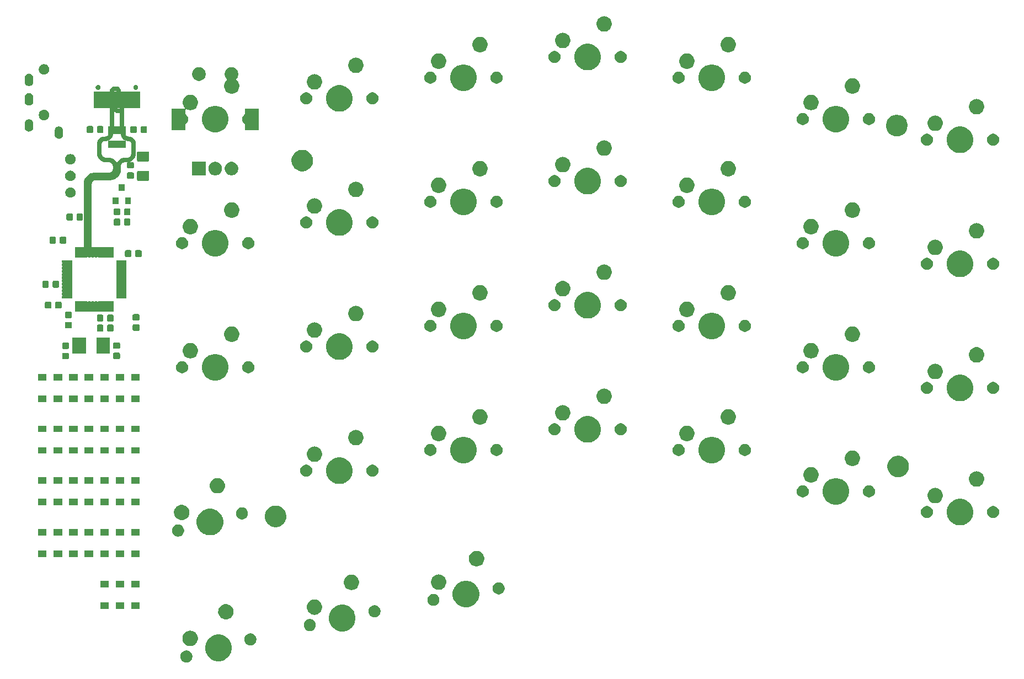
<source format=gbr>
G04 #@! TF.GenerationSoftware,KiCad,Pcbnew,(5.1.4-0)*
G04 #@! TF.CreationDate,2020-12-01T00:50:15+01:00*
G04 #@! TF.ProjectId,stm32split,73746d33-3273-4706-9c69-742e6b696361,rev?*
G04 #@! TF.SameCoordinates,Original*
G04 #@! TF.FileFunction,Soldermask,Top*
G04 #@! TF.FilePolarity,Negative*
%FSLAX46Y46*%
G04 Gerber Fmt 4.6, Leading zero omitted, Abs format (unit mm)*
G04 Created by KiCad (PCBNEW (5.1.4-0)) date 2020-12-01 00:50:15*
%MOMM*%
%LPD*%
G04 APERTURE LIST*
%ADD10C,0.650000*%
%ADD11C,0.100000*%
G04 APERTURE END LIST*
D10*
X108150000Y-63974999D02*
X108240000Y-63974999D01*
X108076487Y-63971387D02*
X108150000Y-63974999D01*
X108003682Y-63960587D02*
X108076487Y-63971387D01*
X107932286Y-63942704D02*
X108003682Y-63960587D01*
X107862987Y-63917908D02*
X107932286Y-63942704D01*
X107796452Y-63886439D02*
X107862987Y-63917908D01*
X107733322Y-63848601D02*
X107796452Y-63886439D01*
X107674205Y-63804756D02*
X107733322Y-63848601D01*
X107619669Y-63755329D02*
X107674205Y-63804756D01*
X107570242Y-63700793D02*
X107619669Y-63755329D01*
X107526397Y-63641676D02*
X107570242Y-63700793D01*
X107488559Y-63578546D02*
X107526397Y-63641676D01*
X107457090Y-63512011D02*
X107488559Y-63578546D01*
X107432294Y-63442712D02*
X107457090Y-63512011D01*
X107414411Y-63371316D02*
X107432294Y-63442712D01*
X107403611Y-63298511D02*
X107414411Y-63371316D01*
X107400000Y-63224999D02*
X107403611Y-63298511D01*
X107400000Y-63224999D02*
X107400000Y-62630000D01*
X108990000Y-64724999D02*
X108990000Y-66240000D01*
X108986388Y-64651486D02*
X108990000Y-64724999D01*
X108975588Y-64578681D02*
X108986388Y-64651486D01*
X108957705Y-64507285D02*
X108975588Y-64578681D01*
X108932909Y-64437986D02*
X108957705Y-64507285D01*
X108901440Y-64371451D02*
X108932909Y-64437986D01*
X108863602Y-64308321D02*
X108901440Y-64371451D01*
X108819757Y-64249204D02*
X108863602Y-64308321D01*
X108770330Y-64194668D02*
X108819757Y-64249204D01*
X108715794Y-64145241D02*
X108770330Y-64194668D01*
X108656677Y-64101396D02*
X108715794Y-64145241D01*
X108593547Y-64063558D02*
X108656677Y-64101396D01*
X108527012Y-64032089D02*
X108593547Y-64063558D01*
X108457713Y-64007293D02*
X108527012Y-64032089D01*
X108386317Y-63989410D02*
X108457713Y-64007293D01*
X108313512Y-63978610D02*
X108386317Y-63989410D01*
X108240000Y-63974999D02*
X108313512Y-63978610D01*
X107990000Y-67240000D02*
X107700000Y-67240000D01*
X108088017Y-67235184D02*
X107990000Y-67240000D01*
X108185090Y-67220785D02*
X108088017Y-67235184D01*
X108280284Y-67196940D02*
X108185090Y-67220785D01*
X108372683Y-67163879D02*
X108280284Y-67196940D01*
X108461396Y-67121921D02*
X108372683Y-67163879D01*
X108545570Y-67071469D02*
X108461396Y-67121921D01*
X108624393Y-67013010D02*
X108545570Y-67071469D01*
X108697106Y-66947106D02*
X108624393Y-67013010D01*
X108763010Y-66874393D02*
X108697106Y-66947106D01*
X108821469Y-66795570D02*
X108763010Y-66874393D01*
X108871921Y-66711396D02*
X108821469Y-66795570D01*
X108913879Y-66622683D02*
X108871921Y-66711396D01*
X108946940Y-66530284D02*
X108913879Y-66622683D01*
X108970785Y-66435090D02*
X108946940Y-66530284D01*
X108985184Y-66338017D02*
X108970785Y-66435090D01*
X108990000Y-66240000D02*
X108985184Y-66338017D01*
X106700000Y-68240000D02*
X106700000Y-68740010D01*
X106704815Y-68141982D02*
X106700000Y-68240000D01*
X106719214Y-68044909D02*
X106704815Y-68141982D01*
X106743059Y-67949715D02*
X106719214Y-68044909D01*
X106776120Y-67857316D02*
X106743059Y-67949715D01*
X106818078Y-67768603D02*
X106776120Y-67857316D01*
X106868530Y-67684429D02*
X106818078Y-67768603D01*
X106926989Y-67605606D02*
X106868530Y-67684429D01*
X106992893Y-67532893D02*
X106926989Y-67605606D01*
X107065606Y-67466989D02*
X106992893Y-67532893D01*
X107144429Y-67408530D02*
X107065606Y-67466989D01*
X107228603Y-67358078D02*
X107144429Y-67408530D01*
X107317316Y-67316120D02*
X107228603Y-67358078D01*
X107409715Y-67283059D02*
X107317316Y-67316120D01*
X107504909Y-67259214D02*
X107409715Y-67283059D01*
X107601982Y-67244815D02*
X107504909Y-67259214D01*
X107700000Y-67240000D02*
X107601982Y-67244815D01*
X105450000Y-69990010D02*
X103231250Y-69990010D01*
X105572521Y-69983990D02*
X105450000Y-69990010D01*
X105693862Y-69965991D02*
X105572521Y-69983990D01*
X105812855Y-69936185D02*
X105693862Y-69965991D01*
X105928354Y-69894859D02*
X105812855Y-69936185D01*
X106039245Y-69842411D02*
X105928354Y-69894859D01*
X106144462Y-69779347D02*
X106039245Y-69842411D01*
X106242991Y-69706273D02*
X106144462Y-69779347D01*
X106333883Y-69623893D02*
X106242991Y-69706273D01*
X106416263Y-69533001D02*
X106333883Y-69623893D01*
X106489337Y-69434472D02*
X106416263Y-69533001D01*
X106552401Y-69329255D02*
X106489337Y-69434472D01*
X106604849Y-69218364D02*
X106552401Y-69329255D01*
X106646175Y-69102865D02*
X106604849Y-69218364D01*
X106675981Y-68983872D02*
X106646175Y-69102865D01*
X106693980Y-68862531D02*
X106675981Y-68983872D01*
X106700000Y-68740010D02*
X106693980Y-68862531D01*
X102231250Y-70990010D02*
X102231250Y-81393750D01*
X102236065Y-70891992D02*
X102231250Y-70990010D01*
X102250464Y-70794919D02*
X102236065Y-70891992D01*
X102274309Y-70699725D02*
X102250464Y-70794919D01*
X102307370Y-70607326D02*
X102274309Y-70699725D01*
X102349328Y-70518613D02*
X102307370Y-70607326D01*
X102399780Y-70434439D02*
X102349328Y-70518613D01*
X102458239Y-70355616D02*
X102399780Y-70434439D01*
X102524143Y-70282903D02*
X102458239Y-70355616D01*
X102596856Y-70216999D02*
X102524143Y-70282903D01*
X102675679Y-70158540D02*
X102596856Y-70216999D01*
X102759853Y-70108088D02*
X102675679Y-70158540D01*
X102848566Y-70066130D02*
X102759853Y-70108088D01*
X102940965Y-70033069D02*
X102848566Y-70066130D01*
X103036159Y-70009224D02*
X102940965Y-70033069D01*
X103133232Y-69994825D02*
X103036159Y-70009224D01*
X103231250Y-69990010D02*
X103133232Y-69994825D01*
X107196250Y-58032500D02*
X107196250Y-62426250D01*
X107196250Y-62426250D02*
X107400000Y-62630000D01*
X106423740Y-59734990D02*
X107003760Y-59734990D01*
X107196250Y-59542500D02*
X107196250Y-59507500D01*
X107196250Y-59507500D02*
X107196250Y-58032500D01*
X107003760Y-59734990D02*
X107196250Y-59542500D01*
X106196250Y-58032500D02*
X106196250Y-59507500D01*
X106196250Y-59507500D02*
X106423740Y-59734990D01*
X103770000Y-66250000D02*
X103770000Y-64724999D01*
X103774815Y-66348017D02*
X103770000Y-66250000D01*
X103789214Y-66445090D02*
X103774815Y-66348017D01*
X103813059Y-66540284D02*
X103789214Y-66445090D01*
X103846120Y-66632683D02*
X103813059Y-66540284D01*
X103888078Y-66721396D02*
X103846120Y-66632683D01*
X103938530Y-66805570D02*
X103888078Y-66721396D01*
X103996989Y-66884393D02*
X103938530Y-66805570D01*
X104062893Y-66957106D02*
X103996989Y-66884393D01*
X104135606Y-67023010D02*
X104062893Y-66957106D01*
X104214429Y-67081469D02*
X104135606Y-67023010D01*
X104298603Y-67131921D02*
X104214429Y-67081469D01*
X104387316Y-67173879D02*
X104298603Y-67131921D01*
X104479715Y-67206940D02*
X104387316Y-67173879D01*
X104574909Y-67230785D02*
X104479715Y-67206940D01*
X104671982Y-67245184D02*
X104574909Y-67230785D01*
X104770000Y-67250000D02*
X104671982Y-67245184D01*
X104770000Y-67250000D02*
X105200000Y-67250000D01*
X104520000Y-63974999D02*
X104750000Y-63974999D01*
X104446487Y-63978610D02*
X104520000Y-63974999D01*
X104373682Y-63989410D02*
X104446487Y-63978610D01*
X104302286Y-64007293D02*
X104373682Y-63989410D01*
X104232987Y-64032089D02*
X104302286Y-64007293D01*
X104166452Y-64063558D02*
X104232987Y-64032089D01*
X104103322Y-64101396D02*
X104166452Y-64063558D01*
X104044205Y-64145241D02*
X104103322Y-64101396D01*
X103989669Y-64194668D02*
X104044205Y-64145241D01*
X103940242Y-64249204D02*
X103989669Y-64194668D01*
X103896397Y-64308321D02*
X103940242Y-64249204D01*
X103858559Y-64371451D02*
X103896397Y-64308321D01*
X103827090Y-64437986D02*
X103858559Y-64371451D01*
X103802294Y-64507285D02*
X103827090Y-64437986D01*
X103784411Y-64578681D02*
X103802294Y-64507285D01*
X103773611Y-64651486D02*
X103784411Y-64578681D01*
X103770000Y-64724999D02*
X103773611Y-64651486D01*
X104823512Y-63971387D02*
X104750000Y-63974999D01*
X104896317Y-63960587D02*
X104823512Y-63971387D01*
X104967713Y-63942704D02*
X104896317Y-63960587D01*
X105037012Y-63917908D02*
X104967713Y-63942704D01*
X105103547Y-63886439D02*
X105037012Y-63917908D01*
X105166677Y-63848601D02*
X105103547Y-63886439D01*
X105225794Y-63804756D02*
X105166677Y-63848601D01*
X105280330Y-63755329D02*
X105225794Y-63804756D01*
X105329757Y-63700793D02*
X105280330Y-63755329D01*
X105373602Y-63641676D02*
X105329757Y-63700793D01*
X105411440Y-63578546D02*
X105373602Y-63641676D01*
X105442909Y-63512011D02*
X105411440Y-63578546D01*
X105467705Y-63442712D02*
X105442909Y-63512011D01*
X105485588Y-63371316D02*
X105467705Y-63442712D01*
X105496388Y-63298511D02*
X105485588Y-63371316D01*
X105500000Y-63224999D02*
X105496388Y-63298511D01*
X105500000Y-63224999D02*
X105500000Y-62630000D01*
X106200000Y-68250000D02*
X106200000Y-68540000D01*
X106195184Y-68151982D02*
X106200000Y-68250000D01*
X106180785Y-68054909D02*
X106195184Y-68151982D01*
X106156940Y-67959715D02*
X106180785Y-68054909D01*
X106123879Y-67867316D02*
X106156940Y-67959715D01*
X106081921Y-67778603D02*
X106123879Y-67867316D01*
X106031469Y-67694429D02*
X106081921Y-67778603D01*
X105973010Y-67615606D02*
X106031469Y-67694429D01*
X105907106Y-67542893D02*
X105973010Y-67615606D01*
X105834393Y-67476989D02*
X105907106Y-67542893D01*
X105755570Y-67418530D02*
X105834393Y-67476989D01*
X105671396Y-67368078D02*
X105755570Y-67418530D01*
X105582683Y-67326120D02*
X105671396Y-67368078D01*
X105490284Y-67293059D02*
X105582683Y-67326120D01*
X105395090Y-67269214D02*
X105490284Y-67293059D01*
X105298017Y-67254815D02*
X105395090Y-67269214D01*
X105200000Y-67250000D02*
X105298017Y-67254815D01*
X105200000Y-69540000D02*
X102981250Y-69540000D01*
X105298017Y-69535184D02*
X105200000Y-69540000D01*
X105395090Y-69520785D02*
X105298017Y-69535184D01*
X105490284Y-69496940D02*
X105395090Y-69520785D01*
X105582683Y-69463879D02*
X105490284Y-69496940D01*
X105671396Y-69421921D02*
X105582683Y-69463879D01*
X105755570Y-69371469D02*
X105671396Y-69421921D01*
X105834393Y-69313010D02*
X105755570Y-69371469D01*
X105907106Y-69247106D02*
X105834393Y-69313010D01*
X105973010Y-69174393D02*
X105907106Y-69247106D01*
X106031469Y-69095570D02*
X105973010Y-69174393D01*
X106081921Y-69011396D02*
X106031469Y-69095570D01*
X106123879Y-68922683D02*
X106081921Y-69011396D01*
X106156940Y-68830284D02*
X106123879Y-68922683D01*
X106180785Y-68735090D02*
X106156940Y-68830284D01*
X106195184Y-68638017D02*
X106180785Y-68735090D01*
X106200000Y-68540000D02*
X106195184Y-68638017D01*
X101731250Y-70790000D02*
X101731250Y-81393750D01*
X101737269Y-70667478D02*
X101731250Y-70790000D01*
X101755268Y-70546137D02*
X101737269Y-70667478D01*
X101785074Y-70427144D02*
X101755268Y-70546137D01*
X101826400Y-70311645D02*
X101785074Y-70427144D01*
X101878848Y-70200754D02*
X101826400Y-70311645D01*
X101941912Y-70095537D02*
X101878848Y-70200754D01*
X102014986Y-69997008D02*
X101941912Y-70095537D01*
X102097366Y-69906116D02*
X102014986Y-69997008D01*
X102188258Y-69823736D02*
X102097366Y-69906116D01*
X102286787Y-69750662D02*
X102188258Y-69823736D01*
X102392004Y-69687598D02*
X102286787Y-69750662D01*
X102502895Y-69635150D02*
X102392004Y-69687598D01*
X102618394Y-69593824D02*
X102502895Y-69635150D01*
X102737387Y-69564018D02*
X102618394Y-69593824D01*
X102858728Y-69546019D02*
X102737387Y-69564018D01*
X102981250Y-69540000D02*
X102858728Y-69546019D01*
X105696250Y-58032500D02*
X105696250Y-62433750D01*
X105696250Y-62433750D02*
X105500000Y-62630000D01*
X105970000Y-56350000D02*
X106510000Y-56350000D01*
X106510000Y-56350000D02*
X106696250Y-56536250D01*
X106696250Y-56536250D02*
X106696250Y-56557500D01*
X106696250Y-56557500D02*
X106696250Y-58032500D01*
X105721249Y-56598751D02*
X105970000Y-56350000D01*
X105696250Y-58032500D02*
X105696250Y-56823750D01*
X105696250Y-56823750D02*
X105721249Y-56798751D01*
X105721249Y-56798751D02*
X105721249Y-56598751D01*
D11*
G36*
X117393201Y-142554386D02*
G01*
X117561723Y-142624190D01*
X117713388Y-142725529D01*
X117842369Y-142854510D01*
X117943708Y-143006175D01*
X118013512Y-143174697D01*
X118049097Y-143353598D01*
X118049097Y-143536004D01*
X118013512Y-143714905D01*
X117943708Y-143883427D01*
X117842369Y-144035092D01*
X117713388Y-144164073D01*
X117561723Y-144265412D01*
X117393201Y-144335216D01*
X117214300Y-144370801D01*
X117031894Y-144370801D01*
X116852993Y-144335216D01*
X116684471Y-144265412D01*
X116532806Y-144164073D01*
X116403825Y-144035092D01*
X116302486Y-143883427D01*
X116232682Y-143714905D01*
X116197097Y-143536004D01*
X116197097Y-143353598D01*
X116232682Y-143174697D01*
X116302486Y-143006175D01*
X116403825Y-142854510D01*
X116532806Y-142725529D01*
X116684471Y-142624190D01*
X116852993Y-142554386D01*
X117031894Y-142518801D01*
X117214300Y-142518801D01*
X117393201Y-142554386D01*
X117393201Y-142554386D01*
G37*
G36*
X122626474Y-140163684D02*
G01*
X122774284Y-140224909D01*
X122998623Y-140317833D01*
X123333548Y-140541623D01*
X123618377Y-140826452D01*
X123842167Y-141161377D01*
X123880460Y-141253825D01*
X123996316Y-141533526D01*
X124074900Y-141928594D01*
X124074900Y-142331406D01*
X123996316Y-142726474D01*
X123943281Y-142854511D01*
X123842167Y-143098623D01*
X123618377Y-143433548D01*
X123333548Y-143718377D01*
X122998623Y-143942167D01*
X122844474Y-144006017D01*
X122626474Y-144096316D01*
X122231406Y-144174900D01*
X121828594Y-144174900D01*
X121433526Y-144096316D01*
X121215526Y-144006017D01*
X121061377Y-143942167D01*
X120726452Y-143718377D01*
X120441623Y-143433548D01*
X120217833Y-143098623D01*
X120116719Y-142854511D01*
X120063684Y-142726474D01*
X119985100Y-142331406D01*
X119985100Y-141928594D01*
X120063684Y-141533526D01*
X120179540Y-141253825D01*
X120217833Y-141161377D01*
X120441623Y-140826452D01*
X120726452Y-140541623D01*
X121061377Y-140317833D01*
X121285716Y-140224909D01*
X121433526Y-140163684D01*
X121828594Y-140085100D01*
X122231406Y-140085100D01*
X122626474Y-140163684D01*
X122626474Y-140163684D01*
G37*
G36*
X117883982Y-139501713D02*
G01*
X118035449Y-139531842D01*
X118249467Y-139620491D01*
X118249468Y-139620492D01*
X118442076Y-139749188D01*
X118605883Y-139912995D01*
X118660401Y-139994588D01*
X118734580Y-140105604D01*
X118823229Y-140319622D01*
X118823229Y-140319624D01*
X118868079Y-140545096D01*
X118868422Y-140546823D01*
X118868422Y-140778475D01*
X118823229Y-141005676D01*
X118734580Y-141219694D01*
X118734579Y-141219695D01*
X118605883Y-141412303D01*
X118442076Y-141576110D01*
X118352728Y-141635810D01*
X118249467Y-141704807D01*
X118035449Y-141793456D01*
X117883982Y-141823585D01*
X117808249Y-141838649D01*
X117576595Y-141838649D01*
X117500862Y-141823585D01*
X117349395Y-141793456D01*
X117135377Y-141704807D01*
X117032116Y-141635810D01*
X116942768Y-141576110D01*
X116778961Y-141412303D01*
X116650265Y-141219695D01*
X116650264Y-141219694D01*
X116561615Y-141005676D01*
X116516422Y-140778475D01*
X116516422Y-140546823D01*
X116516766Y-140545096D01*
X116561615Y-140319624D01*
X116561615Y-140319622D01*
X116650264Y-140105604D01*
X116724443Y-139994588D01*
X116778961Y-139912995D01*
X116942768Y-139749188D01*
X117135376Y-139620492D01*
X117135377Y-139620491D01*
X117349395Y-139531842D01*
X117500862Y-139501713D01*
X117576595Y-139486649D01*
X117808249Y-139486649D01*
X117883982Y-139501713D01*
X117883982Y-139501713D01*
G37*
G36*
X127207007Y-139924784D02*
G01*
X127375529Y-139994588D01*
X127527194Y-140095927D01*
X127656175Y-140224908D01*
X127757514Y-140376573D01*
X127827318Y-140545095D01*
X127862903Y-140723996D01*
X127862903Y-140906402D01*
X127827318Y-141085303D01*
X127757514Y-141253825D01*
X127656175Y-141405490D01*
X127527194Y-141534471D01*
X127375529Y-141635810D01*
X127207007Y-141705614D01*
X127028106Y-141741199D01*
X126845700Y-141741199D01*
X126666799Y-141705614D01*
X126498277Y-141635810D01*
X126346612Y-141534471D01*
X126217631Y-141405490D01*
X126116292Y-141253825D01*
X126046488Y-141085303D01*
X126010903Y-140906402D01*
X126010903Y-140723996D01*
X126046488Y-140545095D01*
X126116292Y-140376573D01*
X126217631Y-140224908D01*
X126346612Y-140095927D01*
X126498277Y-139994588D01*
X126666799Y-139924784D01*
X126845700Y-139889199D01*
X127028106Y-139889199D01*
X127207007Y-139924784D01*
X127207007Y-139924784D01*
G37*
G36*
X141616474Y-135593684D02*
G01*
X141832580Y-135683198D01*
X141988623Y-135747833D01*
X142323548Y-135971623D01*
X142608377Y-136256452D01*
X142832167Y-136591377D01*
X142896017Y-136745526D01*
X142986316Y-136963526D01*
X143064900Y-137358594D01*
X143064900Y-137761406D01*
X142986316Y-138156474D01*
X142977579Y-138177566D01*
X142832167Y-138528623D01*
X142608377Y-138863548D01*
X142323548Y-139148377D01*
X141988623Y-139372167D01*
X141834474Y-139436017D01*
X141616474Y-139526316D01*
X141221406Y-139604900D01*
X140818594Y-139604900D01*
X140423526Y-139526316D01*
X140205526Y-139436017D01*
X140051377Y-139372167D01*
X139716452Y-139148377D01*
X139431623Y-138863548D01*
X139207833Y-138528623D01*
X139062421Y-138177566D01*
X139053684Y-138156474D01*
X138975100Y-137761406D01*
X138975100Y-137358594D01*
X139053684Y-136963526D01*
X139143983Y-136745526D01*
X139207833Y-136591377D01*
X139431623Y-136256452D01*
X139716452Y-135971623D01*
X140051377Y-135747833D01*
X140207420Y-135683198D01*
X140423526Y-135593684D01*
X140818594Y-135515100D01*
X141221406Y-135515100D01*
X141616474Y-135593684D01*
X141616474Y-135593684D01*
G37*
G36*
X136321114Y-137725776D02*
G01*
X136489636Y-137795580D01*
X136641301Y-137896919D01*
X136770282Y-138025900D01*
X136871621Y-138177565D01*
X136941425Y-138346087D01*
X136977010Y-138524988D01*
X136977010Y-138707394D01*
X136941425Y-138886295D01*
X136871621Y-139054817D01*
X136770282Y-139206482D01*
X136641301Y-139335463D01*
X136489636Y-139436802D01*
X136321114Y-139506606D01*
X136142213Y-139542191D01*
X135959807Y-139542191D01*
X135780906Y-139506606D01*
X135612384Y-139436802D01*
X135460719Y-139335463D01*
X135331738Y-139206482D01*
X135230399Y-139054817D01*
X135160595Y-138886295D01*
X135125010Y-138707394D01*
X135125010Y-138524988D01*
X135160595Y-138346087D01*
X135230399Y-138177565D01*
X135331738Y-138025900D01*
X135460719Y-137896919D01*
X135612384Y-137795580D01*
X135780906Y-137725776D01*
X135959807Y-137690191D01*
X136142213Y-137690191D01*
X136321114Y-137725776D01*
X136321114Y-137725776D01*
G37*
G36*
X123360211Y-135404760D02*
G01*
X123511678Y-135434889D01*
X123725696Y-135523538D01*
X123725697Y-135523539D01*
X123918305Y-135652235D01*
X124082112Y-135816042D01*
X124167909Y-135944447D01*
X124210809Y-136008651D01*
X124299458Y-136222669D01*
X124299458Y-136222671D01*
X124339644Y-136424695D01*
X124344651Y-136449870D01*
X124344651Y-136681522D01*
X124299458Y-136908723D01*
X124210809Y-137122741D01*
X124210808Y-137122742D01*
X124082112Y-137315350D01*
X123918305Y-137479157D01*
X123789900Y-137564954D01*
X123725696Y-137607854D01*
X123511678Y-137696503D01*
X123364512Y-137725776D01*
X123284478Y-137741696D01*
X123052824Y-137741696D01*
X122972790Y-137725776D01*
X122825624Y-137696503D01*
X122611606Y-137607854D01*
X122547402Y-137564954D01*
X122418997Y-137479157D01*
X122255190Y-137315350D01*
X122126494Y-137122742D01*
X122126493Y-137122741D01*
X122037844Y-136908723D01*
X121992651Y-136681522D01*
X121992651Y-136449870D01*
X121997659Y-136424695D01*
X122037844Y-136222671D01*
X122037844Y-136222669D01*
X122126493Y-136008651D01*
X122169393Y-135944447D01*
X122255190Y-135816042D01*
X122418997Y-135652235D01*
X122611605Y-135523539D01*
X122611606Y-135523538D01*
X122825624Y-135434889D01*
X122977091Y-135404760D01*
X123052824Y-135389696D01*
X123284478Y-135389696D01*
X123360211Y-135404760D01*
X123360211Y-135404760D01*
G37*
G36*
X146259094Y-135613394D02*
G01*
X146427616Y-135683198D01*
X146579281Y-135784537D01*
X146708262Y-135913518D01*
X146809601Y-136065183D01*
X146879405Y-136233705D01*
X146914990Y-136412606D01*
X146914990Y-136595012D01*
X146879405Y-136773913D01*
X146809601Y-136942435D01*
X146708262Y-137094100D01*
X146579281Y-137223081D01*
X146427616Y-137324420D01*
X146259094Y-137394224D01*
X146080193Y-137429809D01*
X145897787Y-137429809D01*
X145718886Y-137394224D01*
X145550364Y-137324420D01*
X145398699Y-137223081D01*
X145269718Y-137094100D01*
X145168379Y-136942435D01*
X145098575Y-136773913D01*
X145062990Y-136595012D01*
X145062990Y-136412606D01*
X145098575Y-136233705D01*
X145168379Y-136065183D01*
X145269718Y-135913518D01*
X145398699Y-135784537D01*
X145550364Y-135683198D01*
X145718886Y-135613394D01*
X145897787Y-135577809D01*
X146080193Y-135577809D01*
X146259094Y-135613394D01*
X146259094Y-135613394D01*
G37*
G36*
X136956722Y-134706713D02*
G01*
X137108189Y-134736842D01*
X137322207Y-134825491D01*
X137322208Y-134825492D01*
X137514816Y-134954188D01*
X137678623Y-135117995D01*
X137715742Y-135173548D01*
X137807320Y-135310604D01*
X137895969Y-135524622D01*
X137909706Y-135593684D01*
X137941162Y-135751822D01*
X137941162Y-135983476D01*
X137936154Y-136008651D01*
X137895969Y-136210676D01*
X137807320Y-136424694D01*
X137790498Y-136449870D01*
X137678623Y-136617303D01*
X137514816Y-136781110D01*
X137386411Y-136866907D01*
X137322207Y-136909807D01*
X137108189Y-136998456D01*
X136956722Y-137028585D01*
X136880989Y-137043649D01*
X136649335Y-137043649D01*
X136573602Y-137028585D01*
X136422135Y-136998456D01*
X136208117Y-136909807D01*
X136143913Y-136866907D01*
X136015508Y-136781110D01*
X135851701Y-136617303D01*
X135739826Y-136449870D01*
X135723004Y-136424694D01*
X135634355Y-136210676D01*
X135594170Y-136008651D01*
X135589162Y-135983476D01*
X135589162Y-135751822D01*
X135620618Y-135593684D01*
X135634355Y-135524622D01*
X135723004Y-135310604D01*
X135814582Y-135173548D01*
X135851701Y-135117995D01*
X136015508Y-134954188D01*
X136208116Y-134825492D01*
X136208117Y-134825491D01*
X136422135Y-134736842D01*
X136573602Y-134706713D01*
X136649335Y-134691649D01*
X136880989Y-134691649D01*
X136956722Y-134706713D01*
X136956722Y-134706713D01*
G37*
G36*
X105183500Y-136126000D02*
G01*
X103881500Y-136126000D01*
X103881500Y-135124000D01*
X105183500Y-135124000D01*
X105183500Y-136126000D01*
X105183500Y-136126000D01*
G37*
G36*
X107564750Y-136126000D02*
G01*
X106262750Y-136126000D01*
X106262750Y-135124000D01*
X107564750Y-135124000D01*
X107564750Y-136126000D01*
X107564750Y-136126000D01*
G37*
G36*
X109946000Y-136126000D02*
G01*
X108644000Y-136126000D01*
X108644000Y-135124000D01*
X109946000Y-135124000D01*
X109946000Y-136126000D01*
X109946000Y-136126000D01*
G37*
G36*
X160616474Y-131903684D02*
G01*
X160721260Y-131947088D01*
X160988623Y-132057833D01*
X161323548Y-132281623D01*
X161608377Y-132566452D01*
X161832167Y-132901377D01*
X161863231Y-132976373D01*
X161986316Y-133273526D01*
X162064900Y-133668594D01*
X162064900Y-134071406D01*
X161986316Y-134466474D01*
X161896017Y-134684474D01*
X161832167Y-134838623D01*
X161608377Y-135173548D01*
X161323548Y-135458377D01*
X160988623Y-135682167D01*
X160834474Y-135746017D01*
X160616474Y-135836316D01*
X160221406Y-135914900D01*
X159818594Y-135914900D01*
X159423526Y-135836316D01*
X159205526Y-135746017D01*
X159051377Y-135682167D01*
X158716452Y-135458377D01*
X158431623Y-135173548D01*
X158207833Y-134838623D01*
X158143983Y-134684474D01*
X158053684Y-134466474D01*
X157975100Y-134071406D01*
X157975100Y-133668594D01*
X158053684Y-133273526D01*
X158176769Y-132976373D01*
X158207833Y-132901377D01*
X158431623Y-132566452D01*
X158716452Y-132281623D01*
X159051377Y-132057833D01*
X159318740Y-131947088D01*
X159423526Y-131903684D01*
X159818594Y-131825100D01*
X160221406Y-131825100D01*
X160616474Y-131903684D01*
X160616474Y-131903684D01*
G37*
G36*
X155287281Y-133861718D02*
G01*
X155455803Y-133931522D01*
X155607468Y-134032861D01*
X155736449Y-134161842D01*
X155837788Y-134313507D01*
X155907592Y-134482029D01*
X155943177Y-134660930D01*
X155943177Y-134843336D01*
X155907592Y-135022237D01*
X155837788Y-135190759D01*
X155736449Y-135342424D01*
X155607468Y-135471405D01*
X155455803Y-135572744D01*
X155287281Y-135642548D01*
X155108380Y-135678133D01*
X154925974Y-135678133D01*
X154747073Y-135642548D01*
X154578551Y-135572744D01*
X154426886Y-135471405D01*
X154297905Y-135342424D01*
X154196566Y-135190759D01*
X154126762Y-135022237D01*
X154091177Y-134843336D01*
X154091177Y-134660930D01*
X154126762Y-134482029D01*
X154196566Y-134313507D01*
X154297905Y-134161842D01*
X154426886Y-134032861D01*
X154578551Y-133931522D01*
X154747073Y-133861718D01*
X154925974Y-133826133D01*
X155108380Y-133826133D01*
X155287281Y-133861718D01*
X155287281Y-133861718D01*
G37*
G36*
X165292927Y-132097452D02*
G01*
X165461449Y-132167256D01*
X165613114Y-132268595D01*
X165742095Y-132397576D01*
X165843434Y-132549241D01*
X165913238Y-132717763D01*
X165948823Y-132896664D01*
X165948823Y-133079070D01*
X165913238Y-133257971D01*
X165843434Y-133426493D01*
X165742095Y-133578158D01*
X165613114Y-133707139D01*
X165461449Y-133808478D01*
X165292927Y-133878282D01*
X165114026Y-133913867D01*
X164931620Y-133913867D01*
X164752719Y-133878282D01*
X164584197Y-133808478D01*
X164432532Y-133707139D01*
X164303551Y-133578158D01*
X164202212Y-133426493D01*
X164132408Y-133257971D01*
X164096823Y-133079070D01*
X164096823Y-132896664D01*
X164132408Y-132717763D01*
X164202212Y-132549241D01*
X164303551Y-132397576D01*
X164432532Y-132268595D01*
X164584197Y-132167256D01*
X164752719Y-132097452D01*
X164931620Y-132061867D01*
X165114026Y-132061867D01*
X165292927Y-132097452D01*
X165292927Y-132097452D01*
G37*
G36*
X142626806Y-130899381D02*
G01*
X142791331Y-130932107D01*
X143005349Y-131020756D01*
X143005350Y-131020757D01*
X143197958Y-131149453D01*
X143361765Y-131313260D01*
X143447562Y-131441665D01*
X143490462Y-131505869D01*
X143579111Y-131719887D01*
X143579111Y-131719889D01*
X143617795Y-131914362D01*
X143624304Y-131947088D01*
X143624304Y-132178740D01*
X143579111Y-132405941D01*
X143490462Y-132619959D01*
X143490461Y-132619960D01*
X143361765Y-132812568D01*
X143197958Y-132976375D01*
X143069553Y-133062172D01*
X143005349Y-133105072D01*
X142791331Y-133193721D01*
X142639864Y-133223850D01*
X142564131Y-133238914D01*
X142332477Y-133238914D01*
X142256744Y-133223850D01*
X142105277Y-133193721D01*
X141891259Y-133105072D01*
X141827055Y-133062172D01*
X141698650Y-132976375D01*
X141534843Y-132812568D01*
X141406147Y-132619960D01*
X141406146Y-132619959D01*
X141317497Y-132405941D01*
X141272304Y-132178740D01*
X141272304Y-131947088D01*
X141278814Y-131914362D01*
X141317497Y-131719889D01*
X141317497Y-131719887D01*
X141406146Y-131505869D01*
X141449046Y-131441665D01*
X141534843Y-131313260D01*
X141698650Y-131149453D01*
X141891258Y-131020757D01*
X141891259Y-131020756D01*
X142105277Y-130932107D01*
X142269802Y-130899381D01*
X142332477Y-130886914D01*
X142564131Y-130886914D01*
X142626806Y-130899381D01*
X142626806Y-130899381D01*
G37*
G36*
X156018376Y-130869252D02*
G01*
X156169843Y-130899381D01*
X156383861Y-130988030D01*
X156383862Y-130988031D01*
X156576470Y-131116727D01*
X156740277Y-131280534D01*
X156826074Y-131408939D01*
X156868974Y-131473143D01*
X156957623Y-131687161D01*
X156964133Y-131719889D01*
X157002816Y-131914361D01*
X157002816Y-132146015D01*
X156996306Y-132178741D01*
X156957623Y-132373215D01*
X156868974Y-132587233D01*
X156868973Y-132587234D01*
X156740277Y-132779842D01*
X156576470Y-132943649D01*
X156448065Y-133029446D01*
X156383861Y-133072346D01*
X156169843Y-133160995D01*
X156018376Y-133191124D01*
X155942643Y-133206188D01*
X155710989Y-133206188D01*
X155635256Y-133191124D01*
X155483789Y-133160995D01*
X155269771Y-133072346D01*
X155205567Y-133029446D01*
X155077162Y-132943649D01*
X154913355Y-132779842D01*
X154784659Y-132587234D01*
X154784658Y-132587233D01*
X154696009Y-132373215D01*
X154657326Y-132178741D01*
X154650816Y-132146015D01*
X154650816Y-131914361D01*
X154689499Y-131719889D01*
X154696009Y-131687161D01*
X154784658Y-131473143D01*
X154827558Y-131408939D01*
X154913355Y-131280534D01*
X155077162Y-131116727D01*
X155269770Y-130988031D01*
X155269771Y-130988030D01*
X155483789Y-130899381D01*
X155635256Y-130869252D01*
X155710989Y-130854188D01*
X155942643Y-130854188D01*
X156018376Y-130869252D01*
X156018376Y-130869252D01*
G37*
G36*
X105183500Y-132826000D02*
G01*
X103881500Y-132826000D01*
X103881500Y-131824000D01*
X105183500Y-131824000D01*
X105183500Y-132826000D01*
X105183500Y-132826000D01*
G37*
G36*
X107564750Y-132826000D02*
G01*
X106262750Y-132826000D01*
X106262750Y-131824000D01*
X107564750Y-131824000D01*
X107564750Y-132826000D01*
X107564750Y-132826000D01*
G37*
G36*
X109946000Y-132826000D02*
G01*
X108644000Y-132826000D01*
X108644000Y-131824000D01*
X109946000Y-131824000D01*
X109946000Y-132826000D01*
X109946000Y-132826000D01*
G37*
G36*
X161830839Y-127265174D02*
G01*
X161982306Y-127295303D01*
X162196324Y-127383952D01*
X162196325Y-127383953D01*
X162388933Y-127512649D01*
X162552740Y-127676456D01*
X162638537Y-127804861D01*
X162681437Y-127869065D01*
X162770086Y-128083083D01*
X162815279Y-128310284D01*
X162815279Y-128541936D01*
X162770086Y-128769137D01*
X162681437Y-128983155D01*
X162681436Y-128983156D01*
X162552740Y-129175764D01*
X162388933Y-129339571D01*
X162260528Y-129425368D01*
X162196324Y-129468268D01*
X161982306Y-129556917D01*
X161830839Y-129587046D01*
X161755106Y-129602110D01*
X161523452Y-129602110D01*
X161447719Y-129587046D01*
X161296252Y-129556917D01*
X161082234Y-129468268D01*
X161018030Y-129425368D01*
X160889625Y-129339571D01*
X160725818Y-129175764D01*
X160597122Y-128983156D01*
X160597121Y-128983155D01*
X160508472Y-128769137D01*
X160463279Y-128541936D01*
X160463279Y-128310284D01*
X160508472Y-128083083D01*
X160597121Y-127869065D01*
X160640021Y-127804861D01*
X160725818Y-127676456D01*
X160889625Y-127512649D01*
X161082233Y-127383953D01*
X161082234Y-127383952D01*
X161296252Y-127295303D01*
X161447719Y-127265174D01*
X161523452Y-127250110D01*
X161755106Y-127250110D01*
X161830839Y-127265174D01*
X161830839Y-127265174D01*
G37*
G36*
X100421000Y-128188500D02*
G01*
X99119000Y-128188500D01*
X99119000Y-127186500D01*
X100421000Y-127186500D01*
X100421000Y-128188500D01*
X100421000Y-128188500D01*
G37*
G36*
X109946000Y-128188500D02*
G01*
X108644000Y-128188500D01*
X108644000Y-127186500D01*
X109946000Y-127186500D01*
X109946000Y-128188500D01*
X109946000Y-128188500D01*
G37*
G36*
X107564750Y-128188500D02*
G01*
X106262750Y-128188500D01*
X106262750Y-127186500D01*
X107564750Y-127186500D01*
X107564750Y-128188500D01*
X107564750Y-128188500D01*
G37*
G36*
X105183500Y-128188500D02*
G01*
X103881500Y-128188500D01*
X103881500Y-127186500D01*
X105183500Y-127186500D01*
X105183500Y-128188500D01*
X105183500Y-128188500D01*
G37*
G36*
X102802250Y-128188500D02*
G01*
X101500250Y-128188500D01*
X101500250Y-127186500D01*
X102802250Y-127186500D01*
X102802250Y-128188500D01*
X102802250Y-128188500D01*
G37*
G36*
X98039750Y-128188500D02*
G01*
X96737750Y-128188500D01*
X96737750Y-127186500D01*
X98039750Y-127186500D01*
X98039750Y-128188500D01*
X98039750Y-128188500D01*
G37*
G36*
X95658500Y-128188500D02*
G01*
X94356500Y-128188500D01*
X94356500Y-127186500D01*
X95658500Y-127186500D01*
X95658500Y-128188500D01*
X95658500Y-128188500D01*
G37*
G36*
X116093201Y-123224386D02*
G01*
X116261723Y-123294190D01*
X116413388Y-123395529D01*
X116542369Y-123524510D01*
X116643708Y-123676175D01*
X116713512Y-123844697D01*
X116749097Y-124023598D01*
X116749097Y-124206004D01*
X116713512Y-124384905D01*
X116643708Y-124553427D01*
X116542369Y-124705092D01*
X116413388Y-124834073D01*
X116261723Y-124935412D01*
X116093201Y-125005216D01*
X115914300Y-125040801D01*
X115731894Y-125040801D01*
X115552993Y-125005216D01*
X115384471Y-124935412D01*
X115232806Y-124834073D01*
X115103825Y-124705092D01*
X115002486Y-124553427D01*
X114932682Y-124384905D01*
X114897097Y-124206004D01*
X114897097Y-124023598D01*
X114932682Y-123844697D01*
X115002486Y-123676175D01*
X115103825Y-123524510D01*
X115232806Y-123395529D01*
X115384471Y-123294190D01*
X115552993Y-123224386D01*
X115731894Y-123188801D01*
X115914300Y-123188801D01*
X116093201Y-123224386D01*
X116093201Y-123224386D01*
G37*
G36*
X100421000Y-124888500D02*
G01*
X99119000Y-124888500D01*
X99119000Y-123886500D01*
X100421000Y-123886500D01*
X100421000Y-124888500D01*
X100421000Y-124888500D01*
G37*
G36*
X109946000Y-124888500D02*
G01*
X108644000Y-124888500D01*
X108644000Y-123886500D01*
X109946000Y-123886500D01*
X109946000Y-124888500D01*
X109946000Y-124888500D01*
G37*
G36*
X107564750Y-124888500D02*
G01*
X106262750Y-124888500D01*
X106262750Y-123886500D01*
X107564750Y-123886500D01*
X107564750Y-124888500D01*
X107564750Y-124888500D01*
G37*
G36*
X105183500Y-124888500D02*
G01*
X103881500Y-124888500D01*
X103881500Y-123886500D01*
X105183500Y-123886500D01*
X105183500Y-124888500D01*
X105183500Y-124888500D01*
G37*
G36*
X102802250Y-124888500D02*
G01*
X101500250Y-124888500D01*
X101500250Y-123886500D01*
X102802250Y-123886500D01*
X102802250Y-124888500D01*
X102802250Y-124888500D01*
G37*
G36*
X98039750Y-124888500D02*
G01*
X96737750Y-124888500D01*
X96737750Y-123886500D01*
X98039750Y-123886500D01*
X98039750Y-124888500D01*
X98039750Y-124888500D01*
G37*
G36*
X95658500Y-124888500D02*
G01*
X94356500Y-124888500D01*
X94356500Y-123886500D01*
X95658500Y-123886500D01*
X95658500Y-124888500D01*
X95658500Y-124888500D01*
G37*
G36*
X121326474Y-120833684D02*
G01*
X121474284Y-120894909D01*
X121698623Y-120987833D01*
X122033548Y-121211623D01*
X122318377Y-121496452D01*
X122542167Y-121831377D01*
X122580460Y-121923825D01*
X122696316Y-122203526D01*
X122774900Y-122598594D01*
X122774900Y-123001406D01*
X122696316Y-123396474D01*
X122643281Y-123524511D01*
X122542167Y-123768623D01*
X122318377Y-124103548D01*
X122033548Y-124388377D01*
X121698623Y-124612167D01*
X121544474Y-124676017D01*
X121326474Y-124766316D01*
X120931406Y-124844900D01*
X120528594Y-124844900D01*
X120133526Y-124766316D01*
X119915526Y-124676017D01*
X119761377Y-124612167D01*
X119426452Y-124388377D01*
X119141623Y-124103548D01*
X118917833Y-123768623D01*
X118816719Y-123524511D01*
X118763684Y-123396474D01*
X118685100Y-123001406D01*
X118685100Y-122598594D01*
X118763684Y-122203526D01*
X118879540Y-121923825D01*
X118917833Y-121831377D01*
X119141623Y-121496452D01*
X119426452Y-121211623D01*
X119761377Y-120987833D01*
X119985716Y-120894909D01*
X120133526Y-120833684D01*
X120528594Y-120755100D01*
X120931406Y-120755100D01*
X121326474Y-120833684D01*
X121326474Y-120833684D01*
G37*
G36*
X131167136Y-120320981D02*
G01*
X131273459Y-120342130D01*
X131573922Y-120466586D01*
X131844331Y-120647268D01*
X132074295Y-120877232D01*
X132254977Y-121147641D01*
X132379433Y-121448104D01*
X132389050Y-121496452D01*
X132442880Y-121767072D01*
X132442880Y-122092294D01*
X132412284Y-122246108D01*
X132379433Y-122411262D01*
X132254977Y-122711725D01*
X132074295Y-122982134D01*
X131844331Y-123212098D01*
X131573922Y-123392780D01*
X131573921Y-123392781D01*
X131573920Y-123392781D01*
X131485917Y-123429233D01*
X131273459Y-123517236D01*
X131167136Y-123538385D01*
X130954491Y-123580683D01*
X130629269Y-123580683D01*
X130416624Y-123538385D01*
X130310301Y-123517236D01*
X130097843Y-123429233D01*
X130009840Y-123392781D01*
X130009839Y-123392781D01*
X130009838Y-123392780D01*
X129739429Y-123212098D01*
X129509465Y-122982134D01*
X129328783Y-122711725D01*
X129204327Y-122411262D01*
X129171476Y-122246108D01*
X129140880Y-122092294D01*
X129140880Y-121767072D01*
X129194710Y-121496452D01*
X129204327Y-121448104D01*
X129328783Y-121147641D01*
X129509465Y-120877232D01*
X129739429Y-120647268D01*
X130009838Y-120466586D01*
X130310301Y-120342130D01*
X130416624Y-120320981D01*
X130629269Y-120278683D01*
X130954491Y-120278683D01*
X131167136Y-120320981D01*
X131167136Y-120320981D01*
G37*
G36*
X236423974Y-119308684D02*
G01*
X236641974Y-119398983D01*
X236796123Y-119462833D01*
X237131048Y-119686623D01*
X237415877Y-119971452D01*
X237639667Y-120306377D01*
X237672062Y-120384586D01*
X237793816Y-120678526D01*
X237872400Y-121073594D01*
X237872400Y-121476406D01*
X237793816Y-121871474D01*
X237742951Y-121994272D01*
X237639667Y-122243623D01*
X237415877Y-122578548D01*
X237131048Y-122863377D01*
X236796123Y-123087167D01*
X236641974Y-123151017D01*
X236423974Y-123241316D01*
X236028906Y-123319900D01*
X235626094Y-123319900D01*
X235231026Y-123241316D01*
X235013026Y-123151017D01*
X234858877Y-123087167D01*
X234523952Y-122863377D01*
X234239123Y-122578548D01*
X234015333Y-122243623D01*
X233912049Y-121994272D01*
X233861184Y-121871474D01*
X233782600Y-121476406D01*
X233782600Y-121073594D01*
X233861184Y-120678526D01*
X233982938Y-120384586D01*
X234015333Y-120306377D01*
X234239123Y-119971452D01*
X234523952Y-119686623D01*
X234858877Y-119462833D01*
X235013026Y-119398983D01*
X235231026Y-119308684D01*
X235626094Y-119230100D01*
X236028906Y-119230100D01*
X236423974Y-119308684D01*
X236423974Y-119308684D01*
G37*
G36*
X116583982Y-120171713D02*
G01*
X116735449Y-120201842D01*
X116949467Y-120290491D01*
X116949468Y-120290492D01*
X117142076Y-120419188D01*
X117305883Y-120582995D01*
X117373846Y-120684709D01*
X117434580Y-120775604D01*
X117523229Y-120989622D01*
X117523229Y-120989624D01*
X117568422Y-121216822D01*
X117568422Y-121448476D01*
X117562866Y-121476406D01*
X117523229Y-121675676D01*
X117434580Y-121889694D01*
X117434579Y-121889695D01*
X117305883Y-122082303D01*
X117142076Y-122246110D01*
X117052728Y-122305810D01*
X116949467Y-122374807D01*
X116735449Y-122463456D01*
X116583982Y-122493585D01*
X116508249Y-122508649D01*
X116276595Y-122508649D01*
X116200862Y-122493585D01*
X116049395Y-122463456D01*
X115835377Y-122374807D01*
X115732116Y-122305810D01*
X115642768Y-122246110D01*
X115478961Y-122082303D01*
X115350265Y-121889695D01*
X115350264Y-121889694D01*
X115261615Y-121675676D01*
X115221978Y-121476406D01*
X115216422Y-121448476D01*
X115216422Y-121216822D01*
X115261615Y-120989624D01*
X115261615Y-120989622D01*
X115350264Y-120775604D01*
X115410998Y-120684709D01*
X115478961Y-120582995D01*
X115642768Y-120419188D01*
X115835376Y-120290492D01*
X115835377Y-120290491D01*
X116049395Y-120201842D01*
X116200862Y-120171713D01*
X116276595Y-120156649D01*
X116508249Y-120156649D01*
X116583982Y-120171713D01*
X116583982Y-120171713D01*
G37*
G36*
X125907007Y-120594784D02*
G01*
X126075529Y-120664588D01*
X126227194Y-120765927D01*
X126356175Y-120894908D01*
X126457514Y-121046573D01*
X126527318Y-121215095D01*
X126562903Y-121393996D01*
X126562903Y-121576402D01*
X126527318Y-121755303D01*
X126457514Y-121923825D01*
X126356175Y-122075490D01*
X126227194Y-122204471D01*
X126075529Y-122305810D01*
X125907007Y-122375614D01*
X125728106Y-122411199D01*
X125545700Y-122411199D01*
X125366799Y-122375614D01*
X125198277Y-122305810D01*
X125046612Y-122204471D01*
X124917631Y-122075490D01*
X124816292Y-121923825D01*
X124746488Y-121755303D01*
X124710903Y-121576402D01*
X124710903Y-121393996D01*
X124746488Y-121215095D01*
X124816292Y-121046573D01*
X124917631Y-120894908D01*
X125046612Y-120765927D01*
X125198277Y-120664588D01*
X125366799Y-120594784D01*
X125545700Y-120559199D01*
X125728106Y-120559199D01*
X125907007Y-120594784D01*
X125907007Y-120594784D01*
G37*
G36*
X241177604Y-120384585D02*
G01*
X241346126Y-120454389D01*
X241497791Y-120555728D01*
X241626772Y-120684709D01*
X241728111Y-120836374D01*
X241797915Y-121004896D01*
X241833500Y-121183797D01*
X241833500Y-121366203D01*
X241797915Y-121545104D01*
X241728111Y-121713626D01*
X241626772Y-121865291D01*
X241497791Y-121994272D01*
X241346126Y-122095611D01*
X241177604Y-122165415D01*
X240998703Y-122201000D01*
X240816297Y-122201000D01*
X240637396Y-122165415D01*
X240468874Y-122095611D01*
X240317209Y-121994272D01*
X240188228Y-121865291D01*
X240086889Y-121713626D01*
X240017085Y-121545104D01*
X239981500Y-121366203D01*
X239981500Y-121183797D01*
X240017085Y-121004896D01*
X240086889Y-120836374D01*
X240188228Y-120684709D01*
X240317209Y-120555728D01*
X240468874Y-120454389D01*
X240637396Y-120384585D01*
X240816297Y-120349000D01*
X240998703Y-120349000D01*
X241177604Y-120384585D01*
X241177604Y-120384585D01*
G37*
G36*
X231017604Y-120384585D02*
G01*
X231186126Y-120454389D01*
X231337791Y-120555728D01*
X231466772Y-120684709D01*
X231568111Y-120836374D01*
X231637915Y-121004896D01*
X231673500Y-121183797D01*
X231673500Y-121366203D01*
X231637915Y-121545104D01*
X231568111Y-121713626D01*
X231466772Y-121865291D01*
X231337791Y-121994272D01*
X231186126Y-122095611D01*
X231017604Y-122165415D01*
X230838703Y-122201000D01*
X230656297Y-122201000D01*
X230477396Y-122165415D01*
X230308874Y-122095611D01*
X230157209Y-121994272D01*
X230028228Y-121865291D01*
X229926889Y-121713626D01*
X229857085Y-121545104D01*
X229821500Y-121366203D01*
X229821500Y-121183797D01*
X229857085Y-121004896D01*
X229926889Y-120836374D01*
X230028228Y-120684709D01*
X230157209Y-120555728D01*
X230308874Y-120454389D01*
X230477396Y-120384585D01*
X230656297Y-120349000D01*
X230838703Y-120349000D01*
X231017604Y-120384585D01*
X231017604Y-120384585D01*
G37*
G36*
X98039750Y-120251000D02*
G01*
X96737750Y-120251000D01*
X96737750Y-119249000D01*
X98039750Y-119249000D01*
X98039750Y-120251000D01*
X98039750Y-120251000D01*
G37*
G36*
X109946000Y-120251000D02*
G01*
X108644000Y-120251000D01*
X108644000Y-119249000D01*
X109946000Y-119249000D01*
X109946000Y-120251000D01*
X109946000Y-120251000D01*
G37*
G36*
X107564750Y-120251000D02*
G01*
X106262750Y-120251000D01*
X106262750Y-119249000D01*
X107564750Y-119249000D01*
X107564750Y-120251000D01*
X107564750Y-120251000D01*
G37*
G36*
X105183500Y-120251000D02*
G01*
X103881500Y-120251000D01*
X103881500Y-119249000D01*
X105183500Y-119249000D01*
X105183500Y-120251000D01*
X105183500Y-120251000D01*
G37*
G36*
X102802250Y-120251000D02*
G01*
X101500250Y-120251000D01*
X101500250Y-119249000D01*
X102802250Y-119249000D01*
X102802250Y-120251000D01*
X102802250Y-120251000D01*
G37*
G36*
X100421000Y-120251000D02*
G01*
X99119000Y-120251000D01*
X99119000Y-119249000D01*
X100421000Y-119249000D01*
X100421000Y-120251000D01*
X100421000Y-120251000D01*
G37*
G36*
X95658500Y-120251000D02*
G01*
X94356500Y-120251000D01*
X94356500Y-119249000D01*
X95658500Y-119249000D01*
X95658500Y-120251000D01*
X95658500Y-120251000D01*
G37*
G36*
X217373974Y-116133684D02*
G01*
X217591974Y-116223983D01*
X217746123Y-116287833D01*
X218081048Y-116511623D01*
X218365877Y-116796452D01*
X218589667Y-117131377D01*
X218622062Y-117209586D01*
X218743816Y-117503526D01*
X218822400Y-117898594D01*
X218822400Y-118301406D01*
X218743816Y-118696474D01*
X218692951Y-118819272D01*
X218589667Y-119068623D01*
X218365877Y-119403548D01*
X218081048Y-119688377D01*
X217746123Y-119912167D01*
X217602996Y-119971452D01*
X217373974Y-120066316D01*
X216978906Y-120144900D01*
X216576094Y-120144900D01*
X216181026Y-120066316D01*
X215952004Y-119971452D01*
X215808877Y-119912167D01*
X215473952Y-119688377D01*
X215189123Y-119403548D01*
X214965333Y-119068623D01*
X214862049Y-118819272D01*
X214811184Y-118696474D01*
X214732600Y-118301406D01*
X214732600Y-117898594D01*
X214811184Y-117503526D01*
X214932938Y-117209586D01*
X214965333Y-117131377D01*
X215189123Y-116796452D01*
X215473952Y-116511623D01*
X215808877Y-116287833D01*
X215963026Y-116223983D01*
X216181026Y-116133684D01*
X216576094Y-116055100D01*
X216978906Y-116055100D01*
X217373974Y-116133684D01*
X217373974Y-116133684D01*
G37*
G36*
X232209060Y-117574064D02*
G01*
X232360527Y-117604193D01*
X232574545Y-117692842D01*
X232574546Y-117692843D01*
X232767154Y-117821539D01*
X232930961Y-117985346D01*
X232946630Y-118008797D01*
X233059658Y-118177955D01*
X233148307Y-118391973D01*
X233193500Y-118619174D01*
X233193500Y-118850826D01*
X233148307Y-119078027D01*
X233059658Y-119292045D01*
X233059657Y-119292046D01*
X232930961Y-119484654D01*
X232767154Y-119648461D01*
X232710040Y-119686623D01*
X232574545Y-119777158D01*
X232360527Y-119865807D01*
X232209060Y-119895936D01*
X232133327Y-119911000D01*
X231901673Y-119911000D01*
X231825940Y-119895936D01*
X231674473Y-119865807D01*
X231460455Y-119777158D01*
X231324960Y-119686623D01*
X231267846Y-119648461D01*
X231104039Y-119484654D01*
X230975343Y-119292046D01*
X230975342Y-119292045D01*
X230886693Y-119078027D01*
X230841500Y-118850826D01*
X230841500Y-118619174D01*
X230886693Y-118391973D01*
X230975342Y-118177955D01*
X231088370Y-118008797D01*
X231104039Y-117985346D01*
X231267846Y-117821539D01*
X231460454Y-117692843D01*
X231460455Y-117692842D01*
X231674473Y-117604193D01*
X231825940Y-117574064D01*
X231901673Y-117559000D01*
X232133327Y-117559000D01*
X232209060Y-117574064D01*
X232209060Y-117574064D01*
G37*
G36*
X222127604Y-117209585D02*
G01*
X222296126Y-117279389D01*
X222447791Y-117380728D01*
X222576772Y-117509709D01*
X222678111Y-117661374D01*
X222747915Y-117829896D01*
X222783500Y-118008797D01*
X222783500Y-118191203D01*
X222747915Y-118370104D01*
X222678111Y-118538626D01*
X222576772Y-118690291D01*
X222447791Y-118819272D01*
X222296126Y-118920611D01*
X222127604Y-118990415D01*
X221948703Y-119026000D01*
X221766297Y-119026000D01*
X221587396Y-118990415D01*
X221418874Y-118920611D01*
X221267209Y-118819272D01*
X221138228Y-118690291D01*
X221036889Y-118538626D01*
X220967085Y-118370104D01*
X220931500Y-118191203D01*
X220931500Y-118008797D01*
X220967085Y-117829896D01*
X221036889Y-117661374D01*
X221138228Y-117509709D01*
X221267209Y-117380728D01*
X221418874Y-117279389D01*
X221587396Y-117209585D01*
X221766297Y-117174000D01*
X221948703Y-117174000D01*
X222127604Y-117209585D01*
X222127604Y-117209585D01*
G37*
G36*
X211967604Y-117209585D02*
G01*
X212136126Y-117279389D01*
X212287791Y-117380728D01*
X212416772Y-117509709D01*
X212518111Y-117661374D01*
X212587915Y-117829896D01*
X212623500Y-118008797D01*
X212623500Y-118191203D01*
X212587915Y-118370104D01*
X212518111Y-118538626D01*
X212416772Y-118690291D01*
X212287791Y-118819272D01*
X212136126Y-118920611D01*
X211967604Y-118990415D01*
X211788703Y-119026000D01*
X211606297Y-119026000D01*
X211427396Y-118990415D01*
X211258874Y-118920611D01*
X211107209Y-118819272D01*
X210978228Y-118690291D01*
X210876889Y-118538626D01*
X210807085Y-118370104D01*
X210771500Y-118191203D01*
X210771500Y-118008797D01*
X210807085Y-117829896D01*
X210876889Y-117661374D01*
X210978228Y-117509709D01*
X211107209Y-117380728D01*
X211258874Y-117279389D01*
X211427396Y-117209585D01*
X211606297Y-117174000D01*
X211788703Y-117174000D01*
X211967604Y-117209585D01*
X211967604Y-117209585D01*
G37*
G36*
X122060211Y-116074760D02*
G01*
X122211678Y-116104889D01*
X122425696Y-116193538D01*
X122425697Y-116193539D01*
X122618305Y-116322235D01*
X122782112Y-116486042D01*
X122816847Y-116538027D01*
X122910809Y-116678651D01*
X122999458Y-116892669D01*
X123014820Y-116969900D01*
X123044651Y-117119869D01*
X123044651Y-117351523D01*
X123029587Y-117427256D01*
X122999458Y-117578723D01*
X122910809Y-117792741D01*
X122910808Y-117792742D01*
X122782112Y-117985350D01*
X122618305Y-118149157D01*
X122555378Y-118191203D01*
X122425696Y-118277854D01*
X122211678Y-118366503D01*
X122083631Y-118391973D01*
X121984478Y-118411696D01*
X121752824Y-118411696D01*
X121653671Y-118391973D01*
X121525624Y-118366503D01*
X121311606Y-118277854D01*
X121181924Y-118191203D01*
X121118997Y-118149157D01*
X120955190Y-117985350D01*
X120826494Y-117792742D01*
X120826493Y-117792741D01*
X120737844Y-117578723D01*
X120707715Y-117427256D01*
X120692651Y-117351523D01*
X120692651Y-117119869D01*
X120722482Y-116969900D01*
X120737844Y-116892669D01*
X120826493Y-116678651D01*
X120920455Y-116538027D01*
X120955190Y-116486042D01*
X121118997Y-116322235D01*
X121311605Y-116193539D01*
X121311606Y-116193538D01*
X121525624Y-116104889D01*
X121677091Y-116074760D01*
X121752824Y-116059696D01*
X121984478Y-116059696D01*
X122060211Y-116074760D01*
X122060211Y-116074760D01*
G37*
G36*
X238559060Y-115034064D02*
G01*
X238710527Y-115064193D01*
X238924545Y-115152842D01*
X238924546Y-115152843D01*
X239117154Y-115281539D01*
X239280961Y-115445346D01*
X239359530Y-115562934D01*
X239409658Y-115637955D01*
X239498307Y-115851973D01*
X239517607Y-115949000D01*
X239538712Y-116055100D01*
X239543500Y-116079174D01*
X239543500Y-116310826D01*
X239498307Y-116538027D01*
X239409658Y-116752045D01*
X239409657Y-116752046D01*
X239280961Y-116944654D01*
X239117154Y-117108461D01*
X238988749Y-117194258D01*
X238924545Y-117237158D01*
X238710527Y-117325807D01*
X238559060Y-117355936D01*
X238483327Y-117371000D01*
X238251673Y-117371000D01*
X238175940Y-117355936D01*
X238024473Y-117325807D01*
X237810455Y-117237158D01*
X237746251Y-117194258D01*
X237617846Y-117108461D01*
X237454039Y-116944654D01*
X237325343Y-116752046D01*
X237325342Y-116752045D01*
X237236693Y-116538027D01*
X237191500Y-116310826D01*
X237191500Y-116079174D01*
X237196289Y-116055100D01*
X237217393Y-115949000D01*
X237236693Y-115851973D01*
X237325342Y-115637955D01*
X237375470Y-115562934D01*
X237454039Y-115445346D01*
X237617846Y-115281539D01*
X237810454Y-115152843D01*
X237810455Y-115152842D01*
X238024473Y-115064193D01*
X238175940Y-115034064D01*
X238251673Y-115019000D01*
X238483327Y-115019000D01*
X238559060Y-115034064D01*
X238559060Y-115034064D01*
G37*
G36*
X141173974Y-112958684D02*
G01*
X141391974Y-113048983D01*
X141546123Y-113112833D01*
X141881048Y-113336623D01*
X142165877Y-113621452D01*
X142389667Y-113956377D01*
X142422062Y-114034586D01*
X142543816Y-114328526D01*
X142622400Y-114723594D01*
X142622400Y-115126406D01*
X142543816Y-115521474D01*
X142492951Y-115644272D01*
X142389667Y-115893623D01*
X142165877Y-116228548D01*
X141881048Y-116513377D01*
X141546123Y-116737167D01*
X141402996Y-116796452D01*
X141173974Y-116891316D01*
X140778906Y-116969900D01*
X140376094Y-116969900D01*
X139981026Y-116891316D01*
X139752004Y-116796452D01*
X139608877Y-116737167D01*
X139273952Y-116513377D01*
X138989123Y-116228548D01*
X138765333Y-115893623D01*
X138662049Y-115644272D01*
X138611184Y-115521474D01*
X138532600Y-115126406D01*
X138532600Y-114723594D01*
X138611184Y-114328526D01*
X138732938Y-114034586D01*
X138765333Y-113956377D01*
X138989123Y-113621452D01*
X139273952Y-113336623D01*
X139608877Y-113112833D01*
X139763026Y-113048983D01*
X139981026Y-112958684D01*
X140376094Y-112880100D01*
X140778906Y-112880100D01*
X141173974Y-112958684D01*
X141173974Y-112958684D01*
G37*
G36*
X98039750Y-116951000D02*
G01*
X96737750Y-116951000D01*
X96737750Y-115949000D01*
X98039750Y-115949000D01*
X98039750Y-116951000D01*
X98039750Y-116951000D01*
G37*
G36*
X105183500Y-116951000D02*
G01*
X103881500Y-116951000D01*
X103881500Y-115949000D01*
X105183500Y-115949000D01*
X105183500Y-116951000D01*
X105183500Y-116951000D01*
G37*
G36*
X95658500Y-116951000D02*
G01*
X94356500Y-116951000D01*
X94356500Y-115949000D01*
X95658500Y-115949000D01*
X95658500Y-116951000D01*
X95658500Y-116951000D01*
G37*
G36*
X100421000Y-116951000D02*
G01*
X99119000Y-116951000D01*
X99119000Y-115949000D01*
X100421000Y-115949000D01*
X100421000Y-116951000D01*
X100421000Y-116951000D01*
G37*
G36*
X102802250Y-116951000D02*
G01*
X101500250Y-116951000D01*
X101500250Y-115949000D01*
X102802250Y-115949000D01*
X102802250Y-116951000D01*
X102802250Y-116951000D01*
G37*
G36*
X107564750Y-116951000D02*
G01*
X106262750Y-116951000D01*
X106262750Y-115949000D01*
X107564750Y-115949000D01*
X107564750Y-116951000D01*
X107564750Y-116951000D01*
G37*
G36*
X109946000Y-116951000D02*
G01*
X108644000Y-116951000D01*
X108644000Y-115949000D01*
X109946000Y-115949000D01*
X109946000Y-116951000D01*
X109946000Y-116951000D01*
G37*
G36*
X213159060Y-114399064D02*
G01*
X213310527Y-114429193D01*
X213524545Y-114517842D01*
X213524546Y-114517843D01*
X213717154Y-114646539D01*
X213880961Y-114810346D01*
X213896630Y-114833797D01*
X214009658Y-115002955D01*
X214098307Y-115216973D01*
X214143500Y-115444174D01*
X214143500Y-115675826D01*
X214098307Y-115903027D01*
X214009658Y-116117045D01*
X214009657Y-116117046D01*
X213880961Y-116309654D01*
X213717154Y-116473461D01*
X213588749Y-116559258D01*
X213524545Y-116602158D01*
X213310527Y-116690807D01*
X213159060Y-116720936D01*
X213083327Y-116736000D01*
X212851673Y-116736000D01*
X212775940Y-116720936D01*
X212624473Y-116690807D01*
X212410455Y-116602158D01*
X212346251Y-116559258D01*
X212217846Y-116473461D01*
X212054039Y-116309654D01*
X211925343Y-116117046D01*
X211925342Y-116117045D01*
X211836693Y-115903027D01*
X211791500Y-115675826D01*
X211791500Y-115444174D01*
X211836693Y-115216973D01*
X211925342Y-115002955D01*
X212038370Y-114833797D01*
X212054039Y-114810346D01*
X212217846Y-114646539D01*
X212410454Y-114517843D01*
X212410455Y-114517842D01*
X212624473Y-114429193D01*
X212775940Y-114399064D01*
X212851673Y-114384000D01*
X213083327Y-114384000D01*
X213159060Y-114399064D01*
X213159060Y-114399064D01*
G37*
G36*
X226712302Y-112671817D02*
G01*
X226818625Y-112692966D01*
X227119088Y-112817422D01*
X227389497Y-112998104D01*
X227619461Y-113228068D01*
X227800143Y-113498477D01*
X227922926Y-113794900D01*
X227924599Y-113798941D01*
X227988046Y-114117908D01*
X227988046Y-114443130D01*
X227947585Y-114646539D01*
X227924599Y-114762098D01*
X227800143Y-115062561D01*
X227619461Y-115332970D01*
X227389497Y-115562934D01*
X227119088Y-115743616D01*
X226818625Y-115868072D01*
X226712302Y-115889221D01*
X226499657Y-115931519D01*
X226174435Y-115931519D01*
X225961790Y-115889221D01*
X225855467Y-115868072D01*
X225555004Y-115743616D01*
X225284595Y-115562934D01*
X225054631Y-115332970D01*
X224873949Y-115062561D01*
X224749493Y-114762098D01*
X224726507Y-114646539D01*
X224686046Y-114443130D01*
X224686046Y-114117908D01*
X224749493Y-113798941D01*
X224751167Y-113794900D01*
X224873949Y-113498477D01*
X225054631Y-113228068D01*
X225284595Y-112998104D01*
X225555004Y-112817422D01*
X225855467Y-112692966D01*
X225961790Y-112671817D01*
X226174435Y-112629519D01*
X226499657Y-112629519D01*
X226712302Y-112671817D01*
X226712302Y-112671817D01*
G37*
G36*
X145927604Y-114034585D02*
G01*
X146096126Y-114104389D01*
X146247791Y-114205728D01*
X146376772Y-114334709D01*
X146478111Y-114486374D01*
X146547915Y-114654896D01*
X146583500Y-114833797D01*
X146583500Y-115016203D01*
X146547915Y-115195104D01*
X146478111Y-115363626D01*
X146376772Y-115515291D01*
X146247791Y-115644272D01*
X146096126Y-115745611D01*
X145927604Y-115815415D01*
X145748703Y-115851000D01*
X145566297Y-115851000D01*
X145387396Y-115815415D01*
X145218874Y-115745611D01*
X145067209Y-115644272D01*
X144938228Y-115515291D01*
X144836889Y-115363626D01*
X144767085Y-115195104D01*
X144731500Y-115016203D01*
X144731500Y-114833797D01*
X144767085Y-114654896D01*
X144836889Y-114486374D01*
X144938228Y-114334709D01*
X145067209Y-114205728D01*
X145218874Y-114104389D01*
X145387396Y-114034585D01*
X145566297Y-113999000D01*
X145748703Y-113999000D01*
X145927604Y-114034585D01*
X145927604Y-114034585D01*
G37*
G36*
X135767604Y-114034585D02*
G01*
X135936126Y-114104389D01*
X136087791Y-114205728D01*
X136216772Y-114334709D01*
X136318111Y-114486374D01*
X136387915Y-114654896D01*
X136423500Y-114833797D01*
X136423500Y-115016203D01*
X136387915Y-115195104D01*
X136318111Y-115363626D01*
X136216772Y-115515291D01*
X136087791Y-115644272D01*
X135936126Y-115745611D01*
X135767604Y-115815415D01*
X135588703Y-115851000D01*
X135406297Y-115851000D01*
X135227396Y-115815415D01*
X135058874Y-115745611D01*
X134907209Y-115644272D01*
X134778228Y-115515291D01*
X134676889Y-115363626D01*
X134607085Y-115195104D01*
X134571500Y-115016203D01*
X134571500Y-114833797D01*
X134607085Y-114654896D01*
X134676889Y-114486374D01*
X134778228Y-114334709D01*
X134907209Y-114205728D01*
X135058874Y-114104389D01*
X135227396Y-114034585D01*
X135406297Y-113999000D01*
X135588703Y-113999000D01*
X135767604Y-114034585D01*
X135767604Y-114034585D01*
G37*
G36*
X219509060Y-111859064D02*
G01*
X219660527Y-111889193D01*
X219874545Y-111977842D01*
X219874546Y-111977843D01*
X220067154Y-112106539D01*
X220230961Y-112270346D01*
X220316758Y-112398751D01*
X220359658Y-112462955D01*
X220448307Y-112676973D01*
X220458462Y-112728025D01*
X220488712Y-112880100D01*
X220493500Y-112904174D01*
X220493500Y-113135826D01*
X220448307Y-113363027D01*
X220359658Y-113577045D01*
X220359657Y-113577046D01*
X220230961Y-113769654D01*
X220067154Y-113933461D01*
X219938749Y-114019258D01*
X219874545Y-114062158D01*
X219660527Y-114150807D01*
X219509060Y-114180936D01*
X219433327Y-114196000D01*
X219201673Y-114196000D01*
X219125940Y-114180936D01*
X218974473Y-114150807D01*
X218760455Y-114062158D01*
X218696251Y-114019258D01*
X218567846Y-113933461D01*
X218404039Y-113769654D01*
X218275343Y-113577046D01*
X218275342Y-113577045D01*
X218186693Y-113363027D01*
X218141500Y-113135826D01*
X218141500Y-112904174D01*
X218146289Y-112880100D01*
X218176538Y-112728025D01*
X218186693Y-112676973D01*
X218275342Y-112462955D01*
X218318242Y-112398751D01*
X218404039Y-112270346D01*
X218567846Y-112106539D01*
X218760454Y-111977843D01*
X218760455Y-111977842D01*
X218974473Y-111889193D01*
X219125940Y-111859064D01*
X219201673Y-111844000D01*
X219433327Y-111844000D01*
X219509060Y-111859064D01*
X219509060Y-111859064D01*
G37*
G36*
X160223974Y-109783684D02*
G01*
X160441974Y-109873983D01*
X160596123Y-109937833D01*
X160931048Y-110161623D01*
X161215877Y-110446452D01*
X161439667Y-110781377D01*
X161472062Y-110859586D01*
X161593816Y-111153526D01*
X161672400Y-111548594D01*
X161672400Y-111951406D01*
X161593816Y-112346474D01*
X161542951Y-112469272D01*
X161439667Y-112718623D01*
X161215877Y-113053548D01*
X160931048Y-113338377D01*
X160596123Y-113562167D01*
X160452996Y-113621452D01*
X160223974Y-113716316D01*
X159828906Y-113794900D01*
X159426094Y-113794900D01*
X159031026Y-113716316D01*
X158802004Y-113621452D01*
X158658877Y-113562167D01*
X158323952Y-113338377D01*
X158039123Y-113053548D01*
X157815333Y-112718623D01*
X157712049Y-112469272D01*
X157661184Y-112346474D01*
X157582600Y-111951406D01*
X157582600Y-111548594D01*
X157661184Y-111153526D01*
X157782938Y-110859586D01*
X157815333Y-110781377D01*
X158039123Y-110446452D01*
X158323952Y-110161623D01*
X158658877Y-109937833D01*
X158813026Y-109873983D01*
X159031026Y-109783684D01*
X159426094Y-109705100D01*
X159828906Y-109705100D01*
X160223974Y-109783684D01*
X160223974Y-109783684D01*
G37*
G36*
X198323974Y-109783684D02*
G01*
X198541974Y-109873983D01*
X198696123Y-109937833D01*
X199031048Y-110161623D01*
X199315877Y-110446452D01*
X199539667Y-110781377D01*
X199572062Y-110859586D01*
X199693816Y-111153526D01*
X199772400Y-111548594D01*
X199772400Y-111951406D01*
X199693816Y-112346474D01*
X199642951Y-112469272D01*
X199539667Y-112718623D01*
X199315877Y-113053548D01*
X199031048Y-113338377D01*
X198696123Y-113562167D01*
X198552996Y-113621452D01*
X198323974Y-113716316D01*
X197928906Y-113794900D01*
X197526094Y-113794900D01*
X197131026Y-113716316D01*
X196902004Y-113621452D01*
X196758877Y-113562167D01*
X196423952Y-113338377D01*
X196139123Y-113053548D01*
X195915333Y-112718623D01*
X195812049Y-112469272D01*
X195761184Y-112346474D01*
X195682600Y-111951406D01*
X195682600Y-111548594D01*
X195761184Y-111153526D01*
X195882938Y-110859586D01*
X195915333Y-110781377D01*
X196139123Y-110446452D01*
X196423952Y-110161623D01*
X196758877Y-109937833D01*
X196913026Y-109873983D01*
X197131026Y-109783684D01*
X197526094Y-109705100D01*
X197928906Y-109705100D01*
X198323974Y-109783684D01*
X198323974Y-109783684D01*
G37*
G36*
X136959060Y-111224064D02*
G01*
X137110527Y-111254193D01*
X137324545Y-111342842D01*
X137324546Y-111342843D01*
X137517154Y-111471539D01*
X137680961Y-111635346D01*
X137696630Y-111658797D01*
X137809658Y-111827955D01*
X137898307Y-112041973D01*
X137943500Y-112269174D01*
X137943500Y-112500826D01*
X137898307Y-112728027D01*
X137809658Y-112942045D01*
X137809657Y-112942046D01*
X137680961Y-113134654D01*
X137517154Y-113298461D01*
X137388749Y-113384258D01*
X137324545Y-113427158D01*
X137110527Y-113515807D01*
X136959060Y-113545936D01*
X136883327Y-113561000D01*
X136651673Y-113561000D01*
X136575940Y-113545936D01*
X136424473Y-113515807D01*
X136210455Y-113427158D01*
X136146251Y-113384258D01*
X136017846Y-113298461D01*
X135854039Y-113134654D01*
X135725343Y-112942046D01*
X135725342Y-112942045D01*
X135636693Y-112728027D01*
X135591500Y-112500826D01*
X135591500Y-112269174D01*
X135636693Y-112041973D01*
X135725342Y-111827955D01*
X135838370Y-111658797D01*
X135854039Y-111635346D01*
X136017846Y-111471539D01*
X136210454Y-111342843D01*
X136210455Y-111342842D01*
X136424473Y-111254193D01*
X136575940Y-111224064D01*
X136651673Y-111209000D01*
X136883327Y-111209000D01*
X136959060Y-111224064D01*
X136959060Y-111224064D01*
G37*
G36*
X192917604Y-110859585D02*
G01*
X193086126Y-110929389D01*
X193237791Y-111030728D01*
X193366772Y-111159709D01*
X193468111Y-111311374D01*
X193537915Y-111479896D01*
X193573500Y-111658797D01*
X193573500Y-111841203D01*
X193537915Y-112020104D01*
X193468111Y-112188626D01*
X193366772Y-112340291D01*
X193237791Y-112469272D01*
X193086126Y-112570611D01*
X192917604Y-112640415D01*
X192738703Y-112676000D01*
X192556297Y-112676000D01*
X192377396Y-112640415D01*
X192208874Y-112570611D01*
X192057209Y-112469272D01*
X191928228Y-112340291D01*
X191826889Y-112188626D01*
X191757085Y-112020104D01*
X191721500Y-111841203D01*
X191721500Y-111658797D01*
X191757085Y-111479896D01*
X191826889Y-111311374D01*
X191928228Y-111159709D01*
X192057209Y-111030728D01*
X192208874Y-110929389D01*
X192377396Y-110859585D01*
X192556297Y-110824000D01*
X192738703Y-110824000D01*
X192917604Y-110859585D01*
X192917604Y-110859585D01*
G37*
G36*
X154817604Y-110859585D02*
G01*
X154986126Y-110929389D01*
X155137791Y-111030728D01*
X155266772Y-111159709D01*
X155368111Y-111311374D01*
X155437915Y-111479896D01*
X155473500Y-111658797D01*
X155473500Y-111841203D01*
X155437915Y-112020104D01*
X155368111Y-112188626D01*
X155266772Y-112340291D01*
X155137791Y-112469272D01*
X154986126Y-112570611D01*
X154817604Y-112640415D01*
X154638703Y-112676000D01*
X154456297Y-112676000D01*
X154277396Y-112640415D01*
X154108874Y-112570611D01*
X153957209Y-112469272D01*
X153828228Y-112340291D01*
X153726889Y-112188626D01*
X153657085Y-112020104D01*
X153621500Y-111841203D01*
X153621500Y-111658797D01*
X153657085Y-111479896D01*
X153726889Y-111311374D01*
X153828228Y-111159709D01*
X153957209Y-111030728D01*
X154108874Y-110929389D01*
X154277396Y-110859585D01*
X154456297Y-110824000D01*
X154638703Y-110824000D01*
X154817604Y-110859585D01*
X154817604Y-110859585D01*
G37*
G36*
X203077604Y-110859585D02*
G01*
X203246126Y-110929389D01*
X203397791Y-111030728D01*
X203526772Y-111159709D01*
X203628111Y-111311374D01*
X203697915Y-111479896D01*
X203733500Y-111658797D01*
X203733500Y-111841203D01*
X203697915Y-112020104D01*
X203628111Y-112188626D01*
X203526772Y-112340291D01*
X203397791Y-112469272D01*
X203246126Y-112570611D01*
X203077604Y-112640415D01*
X202898703Y-112676000D01*
X202716297Y-112676000D01*
X202537396Y-112640415D01*
X202368874Y-112570611D01*
X202217209Y-112469272D01*
X202088228Y-112340291D01*
X201986889Y-112188626D01*
X201917085Y-112020104D01*
X201881500Y-111841203D01*
X201881500Y-111658797D01*
X201917085Y-111479896D01*
X201986889Y-111311374D01*
X202088228Y-111159709D01*
X202217209Y-111030728D01*
X202368874Y-110929389D01*
X202537396Y-110859585D01*
X202716297Y-110824000D01*
X202898703Y-110824000D01*
X203077604Y-110859585D01*
X203077604Y-110859585D01*
G37*
G36*
X164977604Y-110859585D02*
G01*
X165146126Y-110929389D01*
X165297791Y-111030728D01*
X165426772Y-111159709D01*
X165528111Y-111311374D01*
X165597915Y-111479896D01*
X165633500Y-111658797D01*
X165633500Y-111841203D01*
X165597915Y-112020104D01*
X165528111Y-112188626D01*
X165426772Y-112340291D01*
X165297791Y-112469272D01*
X165146126Y-112570611D01*
X164977604Y-112640415D01*
X164798703Y-112676000D01*
X164616297Y-112676000D01*
X164437396Y-112640415D01*
X164268874Y-112570611D01*
X164117209Y-112469272D01*
X163988228Y-112340291D01*
X163886889Y-112188626D01*
X163817085Y-112020104D01*
X163781500Y-111841203D01*
X163781500Y-111658797D01*
X163817085Y-111479896D01*
X163886889Y-111311374D01*
X163988228Y-111159709D01*
X164117209Y-111030728D01*
X164268874Y-110929389D01*
X164437396Y-110859585D01*
X164616297Y-110824000D01*
X164798703Y-110824000D01*
X164977604Y-110859585D01*
X164977604Y-110859585D01*
G37*
G36*
X105183500Y-112313500D02*
G01*
X103881500Y-112313500D01*
X103881500Y-111311500D01*
X105183500Y-111311500D01*
X105183500Y-112313500D01*
X105183500Y-112313500D01*
G37*
G36*
X107564750Y-112313500D02*
G01*
X106262750Y-112313500D01*
X106262750Y-111311500D01*
X107564750Y-111311500D01*
X107564750Y-112313500D01*
X107564750Y-112313500D01*
G37*
G36*
X102802250Y-112313500D02*
G01*
X101500250Y-112313500D01*
X101500250Y-111311500D01*
X102802250Y-111311500D01*
X102802250Y-112313500D01*
X102802250Y-112313500D01*
G37*
G36*
X109946000Y-112313500D02*
G01*
X108644000Y-112313500D01*
X108644000Y-111311500D01*
X109946000Y-111311500D01*
X109946000Y-112313500D01*
X109946000Y-112313500D01*
G37*
G36*
X95658500Y-112313500D02*
G01*
X94356500Y-112313500D01*
X94356500Y-111311500D01*
X95658500Y-111311500D01*
X95658500Y-112313500D01*
X95658500Y-112313500D01*
G37*
G36*
X98039750Y-112313500D02*
G01*
X96737750Y-112313500D01*
X96737750Y-111311500D01*
X98039750Y-111311500D01*
X98039750Y-112313500D01*
X98039750Y-112313500D01*
G37*
G36*
X100421000Y-112313500D02*
G01*
X99119000Y-112313500D01*
X99119000Y-111311500D01*
X100421000Y-111311500D01*
X100421000Y-112313500D01*
X100421000Y-112313500D01*
G37*
G36*
X143309060Y-108684064D02*
G01*
X143460527Y-108714193D01*
X143674545Y-108802842D01*
X143674546Y-108802843D01*
X143867154Y-108931539D01*
X144030961Y-109095346D01*
X144116758Y-109223751D01*
X144159658Y-109287955D01*
X144248307Y-109501973D01*
X144258462Y-109553025D01*
X144288712Y-109705100D01*
X144293500Y-109729174D01*
X144293500Y-109960826D01*
X144248307Y-110188027D01*
X144159658Y-110402045D01*
X144159657Y-110402046D01*
X144030961Y-110594654D01*
X143867154Y-110758461D01*
X143738749Y-110844258D01*
X143674545Y-110887158D01*
X143460527Y-110975807D01*
X143309060Y-111005936D01*
X143233327Y-111021000D01*
X143001673Y-111021000D01*
X142925940Y-111005936D01*
X142774473Y-110975807D01*
X142560455Y-110887158D01*
X142496251Y-110844258D01*
X142367846Y-110758461D01*
X142204039Y-110594654D01*
X142075343Y-110402046D01*
X142075342Y-110402045D01*
X141986693Y-110188027D01*
X141941500Y-109960826D01*
X141941500Y-109729174D01*
X141946289Y-109705100D01*
X141976538Y-109553025D01*
X141986693Y-109501973D01*
X142075342Y-109287955D01*
X142118242Y-109223751D01*
X142204039Y-109095346D01*
X142367846Y-108931539D01*
X142560454Y-108802843D01*
X142560455Y-108802842D01*
X142774473Y-108714193D01*
X142925940Y-108684064D01*
X143001673Y-108669000D01*
X143233327Y-108669000D01*
X143309060Y-108684064D01*
X143309060Y-108684064D01*
G37*
G36*
X179273974Y-106608684D02*
G01*
X179491974Y-106698983D01*
X179646123Y-106762833D01*
X179981048Y-106986623D01*
X180265877Y-107271452D01*
X180489667Y-107606377D01*
X180522062Y-107684586D01*
X180643816Y-107978526D01*
X180722400Y-108373594D01*
X180722400Y-108776406D01*
X180643816Y-109171474D01*
X180592951Y-109294272D01*
X180489667Y-109543623D01*
X180265877Y-109878548D01*
X179981048Y-110163377D01*
X179646123Y-110387167D01*
X179502996Y-110446452D01*
X179273974Y-110541316D01*
X178878906Y-110619900D01*
X178476094Y-110619900D01*
X178081026Y-110541316D01*
X177852004Y-110446452D01*
X177708877Y-110387167D01*
X177373952Y-110163377D01*
X177089123Y-109878548D01*
X176865333Y-109543623D01*
X176762049Y-109294272D01*
X176711184Y-109171474D01*
X176632600Y-108776406D01*
X176632600Y-108373594D01*
X176711184Y-107978526D01*
X176832938Y-107684586D01*
X176865333Y-107606377D01*
X177089123Y-107271452D01*
X177373952Y-106986623D01*
X177708877Y-106762833D01*
X177863026Y-106698983D01*
X178081026Y-106608684D01*
X178476094Y-106530100D01*
X178878906Y-106530100D01*
X179273974Y-106608684D01*
X179273974Y-106608684D01*
G37*
G36*
X194109060Y-108049064D02*
G01*
X194260527Y-108079193D01*
X194474545Y-108167842D01*
X194474546Y-108167843D01*
X194667154Y-108296539D01*
X194830961Y-108460346D01*
X194846630Y-108483797D01*
X194959658Y-108652955D01*
X195048307Y-108866973D01*
X195093500Y-109094174D01*
X195093500Y-109325826D01*
X195048307Y-109553027D01*
X194959658Y-109767045D01*
X194959657Y-109767046D01*
X194830961Y-109959654D01*
X194667154Y-110123461D01*
X194538749Y-110209258D01*
X194474545Y-110252158D01*
X194260527Y-110340807D01*
X194109060Y-110370936D01*
X194033327Y-110386000D01*
X193801673Y-110386000D01*
X193725940Y-110370936D01*
X193574473Y-110340807D01*
X193360455Y-110252158D01*
X193296251Y-110209258D01*
X193167846Y-110123461D01*
X193004039Y-109959654D01*
X192875343Y-109767046D01*
X192875342Y-109767045D01*
X192786693Y-109553027D01*
X192741500Y-109325826D01*
X192741500Y-109094174D01*
X192786693Y-108866973D01*
X192875342Y-108652955D01*
X192988370Y-108483797D01*
X193004039Y-108460346D01*
X193167846Y-108296539D01*
X193360454Y-108167843D01*
X193360455Y-108167842D01*
X193574473Y-108079193D01*
X193725940Y-108049064D01*
X193801673Y-108034000D01*
X194033327Y-108034000D01*
X194109060Y-108049064D01*
X194109060Y-108049064D01*
G37*
G36*
X156009060Y-108049064D02*
G01*
X156160527Y-108079193D01*
X156374545Y-108167842D01*
X156374546Y-108167843D01*
X156567154Y-108296539D01*
X156730961Y-108460346D01*
X156746630Y-108483797D01*
X156859658Y-108652955D01*
X156948307Y-108866973D01*
X156993500Y-109094174D01*
X156993500Y-109325826D01*
X156948307Y-109553027D01*
X156859658Y-109767045D01*
X156859657Y-109767046D01*
X156730961Y-109959654D01*
X156567154Y-110123461D01*
X156438749Y-110209258D01*
X156374545Y-110252158D01*
X156160527Y-110340807D01*
X156009060Y-110370936D01*
X155933327Y-110386000D01*
X155701673Y-110386000D01*
X155625940Y-110370936D01*
X155474473Y-110340807D01*
X155260455Y-110252158D01*
X155196251Y-110209258D01*
X155067846Y-110123461D01*
X154904039Y-109959654D01*
X154775343Y-109767046D01*
X154775342Y-109767045D01*
X154686693Y-109553027D01*
X154641500Y-109325826D01*
X154641500Y-109094174D01*
X154686693Y-108866973D01*
X154775342Y-108652955D01*
X154888370Y-108483797D01*
X154904039Y-108460346D01*
X155067846Y-108296539D01*
X155260454Y-108167843D01*
X155260455Y-108167842D01*
X155474473Y-108079193D01*
X155625940Y-108049064D01*
X155701673Y-108034000D01*
X155933327Y-108034000D01*
X156009060Y-108049064D01*
X156009060Y-108049064D01*
G37*
G36*
X184027604Y-107684585D02*
G01*
X184196126Y-107754389D01*
X184347791Y-107855728D01*
X184476772Y-107984709D01*
X184578111Y-108136374D01*
X184647915Y-108304896D01*
X184683500Y-108483797D01*
X184683500Y-108666203D01*
X184647915Y-108845104D01*
X184578111Y-109013626D01*
X184476772Y-109165291D01*
X184347791Y-109294272D01*
X184196126Y-109395611D01*
X184027604Y-109465415D01*
X183848703Y-109501000D01*
X183666297Y-109501000D01*
X183487396Y-109465415D01*
X183318874Y-109395611D01*
X183167209Y-109294272D01*
X183038228Y-109165291D01*
X182936889Y-109013626D01*
X182867085Y-108845104D01*
X182831500Y-108666203D01*
X182831500Y-108483797D01*
X182867085Y-108304896D01*
X182936889Y-108136374D01*
X183038228Y-107984709D01*
X183167209Y-107855728D01*
X183318874Y-107754389D01*
X183487396Y-107684585D01*
X183666297Y-107649000D01*
X183848703Y-107649000D01*
X184027604Y-107684585D01*
X184027604Y-107684585D01*
G37*
G36*
X173867604Y-107684585D02*
G01*
X174036126Y-107754389D01*
X174187791Y-107855728D01*
X174316772Y-107984709D01*
X174418111Y-108136374D01*
X174487915Y-108304896D01*
X174523500Y-108483797D01*
X174523500Y-108666203D01*
X174487915Y-108845104D01*
X174418111Y-109013626D01*
X174316772Y-109165291D01*
X174187791Y-109294272D01*
X174036126Y-109395611D01*
X173867604Y-109465415D01*
X173688703Y-109501000D01*
X173506297Y-109501000D01*
X173327396Y-109465415D01*
X173158874Y-109395611D01*
X173007209Y-109294272D01*
X172878228Y-109165291D01*
X172776889Y-109013626D01*
X172707085Y-108845104D01*
X172671500Y-108666203D01*
X172671500Y-108483797D01*
X172707085Y-108304896D01*
X172776889Y-108136374D01*
X172878228Y-107984709D01*
X173007209Y-107855728D01*
X173158874Y-107754389D01*
X173327396Y-107684585D01*
X173506297Y-107649000D01*
X173688703Y-107649000D01*
X173867604Y-107684585D01*
X173867604Y-107684585D01*
G37*
G36*
X109946000Y-109013500D02*
G01*
X108644000Y-109013500D01*
X108644000Y-108011500D01*
X109946000Y-108011500D01*
X109946000Y-109013500D01*
X109946000Y-109013500D01*
G37*
G36*
X107564750Y-109013500D02*
G01*
X106262750Y-109013500D01*
X106262750Y-108011500D01*
X107564750Y-108011500D01*
X107564750Y-109013500D01*
X107564750Y-109013500D01*
G37*
G36*
X105183500Y-109013500D02*
G01*
X103881500Y-109013500D01*
X103881500Y-108011500D01*
X105183500Y-108011500D01*
X105183500Y-109013500D01*
X105183500Y-109013500D01*
G37*
G36*
X95658500Y-109013500D02*
G01*
X94356500Y-109013500D01*
X94356500Y-108011500D01*
X95658500Y-108011500D01*
X95658500Y-109013500D01*
X95658500Y-109013500D01*
G37*
G36*
X98039750Y-109013500D02*
G01*
X96737750Y-109013500D01*
X96737750Y-108011500D01*
X98039750Y-108011500D01*
X98039750Y-109013500D01*
X98039750Y-109013500D01*
G37*
G36*
X100421000Y-109013500D02*
G01*
X99119000Y-109013500D01*
X99119000Y-108011500D01*
X100421000Y-108011500D01*
X100421000Y-109013500D01*
X100421000Y-109013500D01*
G37*
G36*
X102802250Y-109013500D02*
G01*
X101500250Y-109013500D01*
X101500250Y-108011500D01*
X102802250Y-108011500D01*
X102802250Y-109013500D01*
X102802250Y-109013500D01*
G37*
G36*
X162359060Y-105509064D02*
G01*
X162510527Y-105539193D01*
X162724545Y-105627842D01*
X162724546Y-105627843D01*
X162917154Y-105756539D01*
X163080961Y-105920346D01*
X163166758Y-106048751D01*
X163209658Y-106112955D01*
X163298307Y-106326973D01*
X163298307Y-106326975D01*
X163338712Y-106530100D01*
X163343500Y-106554174D01*
X163343500Y-106785826D01*
X163298307Y-107013027D01*
X163209658Y-107227045D01*
X163209657Y-107227046D01*
X163080961Y-107419654D01*
X162917154Y-107583461D01*
X162788749Y-107669258D01*
X162724545Y-107712158D01*
X162510527Y-107800807D01*
X162359060Y-107830936D01*
X162283327Y-107846000D01*
X162051673Y-107846000D01*
X161975940Y-107830936D01*
X161824473Y-107800807D01*
X161610455Y-107712158D01*
X161546251Y-107669258D01*
X161417846Y-107583461D01*
X161254039Y-107419654D01*
X161125343Y-107227046D01*
X161125342Y-107227045D01*
X161036693Y-107013027D01*
X160991500Y-106785826D01*
X160991500Y-106554174D01*
X160996289Y-106530100D01*
X161036693Y-106326975D01*
X161036693Y-106326973D01*
X161125342Y-106112955D01*
X161168242Y-106048751D01*
X161254039Y-105920346D01*
X161417846Y-105756539D01*
X161610454Y-105627843D01*
X161610455Y-105627842D01*
X161824473Y-105539193D01*
X161975940Y-105509064D01*
X162051673Y-105494000D01*
X162283327Y-105494000D01*
X162359060Y-105509064D01*
X162359060Y-105509064D01*
G37*
G36*
X200459060Y-105509064D02*
G01*
X200610527Y-105539193D01*
X200824545Y-105627842D01*
X200824546Y-105627843D01*
X201017154Y-105756539D01*
X201180961Y-105920346D01*
X201266758Y-106048751D01*
X201309658Y-106112955D01*
X201398307Y-106326973D01*
X201398307Y-106326975D01*
X201438712Y-106530100D01*
X201443500Y-106554174D01*
X201443500Y-106785826D01*
X201398307Y-107013027D01*
X201309658Y-107227045D01*
X201309657Y-107227046D01*
X201180961Y-107419654D01*
X201017154Y-107583461D01*
X200888749Y-107669258D01*
X200824545Y-107712158D01*
X200610527Y-107800807D01*
X200459060Y-107830936D01*
X200383327Y-107846000D01*
X200151673Y-107846000D01*
X200075940Y-107830936D01*
X199924473Y-107800807D01*
X199710455Y-107712158D01*
X199646251Y-107669258D01*
X199517846Y-107583461D01*
X199354039Y-107419654D01*
X199225343Y-107227046D01*
X199225342Y-107227045D01*
X199136693Y-107013027D01*
X199091500Y-106785826D01*
X199091500Y-106554174D01*
X199096289Y-106530100D01*
X199136693Y-106326975D01*
X199136693Y-106326973D01*
X199225342Y-106112955D01*
X199268242Y-106048751D01*
X199354039Y-105920346D01*
X199517846Y-105756539D01*
X199710454Y-105627843D01*
X199710455Y-105627842D01*
X199924473Y-105539193D01*
X200075940Y-105509064D01*
X200151673Y-105494000D01*
X200383327Y-105494000D01*
X200459060Y-105509064D01*
X200459060Y-105509064D01*
G37*
G36*
X175059060Y-104874064D02*
G01*
X175210527Y-104904193D01*
X175424545Y-104992842D01*
X175424546Y-104992843D01*
X175617154Y-105121539D01*
X175780961Y-105285346D01*
X175866758Y-105413751D01*
X175909658Y-105477955D01*
X175998307Y-105691973D01*
X176043500Y-105919174D01*
X176043500Y-106150826D01*
X175998307Y-106378027D01*
X175909658Y-106592045D01*
X175909657Y-106592046D01*
X175780961Y-106784654D01*
X175617154Y-106948461D01*
X175488749Y-107034258D01*
X175424545Y-107077158D01*
X175210527Y-107165807D01*
X175059060Y-107195936D01*
X174983327Y-107211000D01*
X174751673Y-107211000D01*
X174675940Y-107195936D01*
X174524473Y-107165807D01*
X174310455Y-107077158D01*
X174246251Y-107034258D01*
X174117846Y-106948461D01*
X173954039Y-106784654D01*
X173825343Y-106592046D01*
X173825342Y-106592045D01*
X173736693Y-106378027D01*
X173691500Y-106150826D01*
X173691500Y-105919174D01*
X173736693Y-105691973D01*
X173825342Y-105477955D01*
X173868242Y-105413751D01*
X173954039Y-105285346D01*
X174117846Y-105121539D01*
X174310454Y-104992843D01*
X174310455Y-104992842D01*
X174524473Y-104904193D01*
X174675940Y-104874064D01*
X174751673Y-104859000D01*
X174983327Y-104859000D01*
X175059060Y-104874064D01*
X175059060Y-104874064D01*
G37*
G36*
X181409060Y-102334064D02*
G01*
X181560527Y-102364193D01*
X181774545Y-102452842D01*
X181774546Y-102452843D01*
X181967154Y-102581539D01*
X182130961Y-102745346D01*
X182216758Y-102873751D01*
X182259658Y-102937955D01*
X182348307Y-103151973D01*
X182393500Y-103379174D01*
X182393500Y-103610826D01*
X182348307Y-103838027D01*
X182259658Y-104052045D01*
X182259657Y-104052046D01*
X182130961Y-104244654D01*
X181967154Y-104408461D01*
X181838749Y-104494258D01*
X181774545Y-104537158D01*
X181560527Y-104625807D01*
X181409060Y-104655936D01*
X181333327Y-104671000D01*
X181101673Y-104671000D01*
X181025940Y-104655936D01*
X180874473Y-104625807D01*
X180660455Y-104537158D01*
X180596251Y-104494258D01*
X180467846Y-104408461D01*
X180304039Y-104244654D01*
X180175343Y-104052046D01*
X180175342Y-104052045D01*
X180086693Y-103838027D01*
X180041500Y-103610826D01*
X180041500Y-103379174D01*
X180086693Y-103151973D01*
X180175342Y-102937955D01*
X180218242Y-102873751D01*
X180304039Y-102745346D01*
X180467846Y-102581539D01*
X180660454Y-102452843D01*
X180660455Y-102452842D01*
X180874473Y-102364193D01*
X181025940Y-102334064D01*
X181101673Y-102319000D01*
X181333327Y-102319000D01*
X181409060Y-102334064D01*
X181409060Y-102334064D01*
G37*
G36*
X107564750Y-104376000D02*
G01*
X106262750Y-104376000D01*
X106262750Y-103374000D01*
X107564750Y-103374000D01*
X107564750Y-104376000D01*
X107564750Y-104376000D01*
G37*
G36*
X95658500Y-104376000D02*
G01*
X94356500Y-104376000D01*
X94356500Y-103374000D01*
X95658500Y-103374000D01*
X95658500Y-104376000D01*
X95658500Y-104376000D01*
G37*
G36*
X98039750Y-104376000D02*
G01*
X96737750Y-104376000D01*
X96737750Y-103374000D01*
X98039750Y-103374000D01*
X98039750Y-104376000D01*
X98039750Y-104376000D01*
G37*
G36*
X100421000Y-104376000D02*
G01*
X99119000Y-104376000D01*
X99119000Y-103374000D01*
X100421000Y-103374000D01*
X100421000Y-104376000D01*
X100421000Y-104376000D01*
G37*
G36*
X102802250Y-104376000D02*
G01*
X101500250Y-104376000D01*
X101500250Y-103374000D01*
X102802250Y-103374000D01*
X102802250Y-104376000D01*
X102802250Y-104376000D01*
G37*
G36*
X105183500Y-104376000D02*
G01*
X103881500Y-104376000D01*
X103881500Y-103374000D01*
X105183500Y-103374000D01*
X105183500Y-104376000D01*
X105183500Y-104376000D01*
G37*
G36*
X109946000Y-104376000D02*
G01*
X108644000Y-104376000D01*
X108644000Y-103374000D01*
X109946000Y-103374000D01*
X109946000Y-104376000D01*
X109946000Y-104376000D01*
G37*
G36*
X236423974Y-100258684D02*
G01*
X236641974Y-100348983D01*
X236796123Y-100412833D01*
X237131048Y-100636623D01*
X237415877Y-100921452D01*
X237639667Y-101256377D01*
X237672062Y-101334586D01*
X237793816Y-101628526D01*
X237872400Y-102023594D01*
X237872400Y-102426406D01*
X237793816Y-102821474D01*
X237742951Y-102944272D01*
X237639667Y-103193623D01*
X237415877Y-103528548D01*
X237131048Y-103813377D01*
X236796123Y-104037167D01*
X236641974Y-104101017D01*
X236423974Y-104191316D01*
X236028906Y-104269900D01*
X235626094Y-104269900D01*
X235231026Y-104191316D01*
X235013026Y-104101017D01*
X234858877Y-104037167D01*
X234523952Y-103813377D01*
X234239123Y-103528548D01*
X234015333Y-103193623D01*
X233912049Y-102944272D01*
X233861184Y-102821474D01*
X233782600Y-102426406D01*
X233782600Y-102023594D01*
X233861184Y-101628526D01*
X233982938Y-101334586D01*
X234015333Y-101256377D01*
X234239123Y-100921452D01*
X234523952Y-100636623D01*
X234858877Y-100412833D01*
X235013026Y-100348983D01*
X235231026Y-100258684D01*
X235626094Y-100180100D01*
X236028906Y-100180100D01*
X236423974Y-100258684D01*
X236423974Y-100258684D01*
G37*
G36*
X231017604Y-101334585D02*
G01*
X231186126Y-101404389D01*
X231337791Y-101505728D01*
X231466772Y-101634709D01*
X231568111Y-101786374D01*
X231637915Y-101954896D01*
X231673500Y-102133797D01*
X231673500Y-102316203D01*
X231637915Y-102495104D01*
X231568111Y-102663626D01*
X231466772Y-102815291D01*
X231337791Y-102944272D01*
X231186126Y-103045611D01*
X231017604Y-103115415D01*
X230838703Y-103151000D01*
X230656297Y-103151000D01*
X230477396Y-103115415D01*
X230308874Y-103045611D01*
X230157209Y-102944272D01*
X230028228Y-102815291D01*
X229926889Y-102663626D01*
X229857085Y-102495104D01*
X229821500Y-102316203D01*
X229821500Y-102133797D01*
X229857085Y-101954896D01*
X229926889Y-101786374D01*
X230028228Y-101634709D01*
X230157209Y-101505728D01*
X230308874Y-101404389D01*
X230477396Y-101334585D01*
X230656297Y-101299000D01*
X230838703Y-101299000D01*
X231017604Y-101334585D01*
X231017604Y-101334585D01*
G37*
G36*
X241177604Y-101334585D02*
G01*
X241346126Y-101404389D01*
X241497791Y-101505728D01*
X241626772Y-101634709D01*
X241728111Y-101786374D01*
X241797915Y-101954896D01*
X241833500Y-102133797D01*
X241833500Y-102316203D01*
X241797915Y-102495104D01*
X241728111Y-102663626D01*
X241626772Y-102815291D01*
X241497791Y-102944272D01*
X241346126Y-103045611D01*
X241177604Y-103115415D01*
X240998703Y-103151000D01*
X240816297Y-103151000D01*
X240637396Y-103115415D01*
X240468874Y-103045611D01*
X240317209Y-102944272D01*
X240188228Y-102815291D01*
X240086889Y-102663626D01*
X240017085Y-102495104D01*
X239981500Y-102316203D01*
X239981500Y-102133797D01*
X240017085Y-101954896D01*
X240086889Y-101786374D01*
X240188228Y-101634709D01*
X240317209Y-101505728D01*
X240468874Y-101404389D01*
X240637396Y-101334585D01*
X240816297Y-101299000D01*
X240998703Y-101299000D01*
X241177604Y-101334585D01*
X241177604Y-101334585D01*
G37*
G36*
X122123974Y-97083684D02*
G01*
X122341974Y-97173983D01*
X122496123Y-97237833D01*
X122831048Y-97461623D01*
X123115877Y-97746452D01*
X123339667Y-98081377D01*
X123372062Y-98159586D01*
X123493816Y-98453526D01*
X123572400Y-98848594D01*
X123572400Y-99251406D01*
X123493816Y-99646474D01*
X123442951Y-99769272D01*
X123339667Y-100018623D01*
X123115877Y-100353548D01*
X122831048Y-100638377D01*
X122496123Y-100862167D01*
X122352996Y-100921452D01*
X122123974Y-101016316D01*
X121728906Y-101094900D01*
X121326094Y-101094900D01*
X120931026Y-101016316D01*
X120702004Y-100921452D01*
X120558877Y-100862167D01*
X120223952Y-100638377D01*
X119939123Y-100353548D01*
X119715333Y-100018623D01*
X119612049Y-99769272D01*
X119561184Y-99646474D01*
X119482600Y-99251406D01*
X119482600Y-98848594D01*
X119561184Y-98453526D01*
X119682938Y-98159586D01*
X119715333Y-98081377D01*
X119939123Y-97746452D01*
X120223952Y-97461623D01*
X120558877Y-97237833D01*
X120713026Y-97173983D01*
X120931026Y-97083684D01*
X121326094Y-97005100D01*
X121728906Y-97005100D01*
X122123974Y-97083684D01*
X122123974Y-97083684D01*
G37*
G36*
X217373974Y-97083684D02*
G01*
X217591974Y-97173983D01*
X217746123Y-97237833D01*
X218081048Y-97461623D01*
X218365877Y-97746452D01*
X218589667Y-98081377D01*
X218622062Y-98159586D01*
X218743816Y-98453526D01*
X218822400Y-98848594D01*
X218822400Y-99251406D01*
X218743816Y-99646474D01*
X218692951Y-99769272D01*
X218589667Y-100018623D01*
X218365877Y-100353548D01*
X218081048Y-100638377D01*
X217746123Y-100862167D01*
X217602996Y-100921452D01*
X217373974Y-101016316D01*
X216978906Y-101094900D01*
X216576094Y-101094900D01*
X216181026Y-101016316D01*
X215952004Y-100921452D01*
X215808877Y-100862167D01*
X215473952Y-100638377D01*
X215189123Y-100353548D01*
X214965333Y-100018623D01*
X214862049Y-99769272D01*
X214811184Y-99646474D01*
X214732600Y-99251406D01*
X214732600Y-98848594D01*
X214811184Y-98453526D01*
X214932938Y-98159586D01*
X214965333Y-98081377D01*
X215189123Y-97746452D01*
X215473952Y-97461623D01*
X215808877Y-97237833D01*
X215963026Y-97173983D01*
X216181026Y-97083684D01*
X216576094Y-97005100D01*
X216978906Y-97005100D01*
X217373974Y-97083684D01*
X217373974Y-97083684D01*
G37*
G36*
X109946000Y-101076000D02*
G01*
X108644000Y-101076000D01*
X108644000Y-100074000D01*
X109946000Y-100074000D01*
X109946000Y-101076000D01*
X109946000Y-101076000D01*
G37*
G36*
X95658500Y-101076000D02*
G01*
X94356500Y-101076000D01*
X94356500Y-100074000D01*
X95658500Y-100074000D01*
X95658500Y-101076000D01*
X95658500Y-101076000D01*
G37*
G36*
X107564750Y-101076000D02*
G01*
X106262750Y-101076000D01*
X106262750Y-100074000D01*
X107564750Y-100074000D01*
X107564750Y-101076000D01*
X107564750Y-101076000D01*
G37*
G36*
X105183500Y-101076000D02*
G01*
X103881500Y-101076000D01*
X103881500Y-100074000D01*
X105183500Y-100074000D01*
X105183500Y-101076000D01*
X105183500Y-101076000D01*
G37*
G36*
X102802250Y-101076000D02*
G01*
X101500250Y-101076000D01*
X101500250Y-100074000D01*
X102802250Y-100074000D01*
X102802250Y-101076000D01*
X102802250Y-101076000D01*
G37*
G36*
X98039750Y-101076000D02*
G01*
X96737750Y-101076000D01*
X96737750Y-100074000D01*
X98039750Y-100074000D01*
X98039750Y-101076000D01*
X98039750Y-101076000D01*
G37*
G36*
X100421000Y-101076000D02*
G01*
X99119000Y-101076000D01*
X99119000Y-100074000D01*
X100421000Y-100074000D01*
X100421000Y-101076000D01*
X100421000Y-101076000D01*
G37*
G36*
X232209060Y-98524064D02*
G01*
X232360527Y-98554193D01*
X232574545Y-98642842D01*
X232574546Y-98642843D01*
X232767154Y-98771539D01*
X232930961Y-98935346D01*
X232946630Y-98958797D01*
X233059658Y-99127955D01*
X233148307Y-99341973D01*
X233193500Y-99569174D01*
X233193500Y-99800826D01*
X233148307Y-100028027D01*
X233059658Y-100242045D01*
X233059657Y-100242046D01*
X232930961Y-100434654D01*
X232767154Y-100598461D01*
X232710040Y-100636623D01*
X232574545Y-100727158D01*
X232360527Y-100815807D01*
X232209060Y-100845936D01*
X232133327Y-100861000D01*
X231901673Y-100861000D01*
X231825940Y-100845936D01*
X231674473Y-100815807D01*
X231460455Y-100727158D01*
X231324960Y-100636623D01*
X231267846Y-100598461D01*
X231104039Y-100434654D01*
X230975343Y-100242046D01*
X230975342Y-100242045D01*
X230886693Y-100028027D01*
X230841500Y-99800826D01*
X230841500Y-99569174D01*
X230886693Y-99341973D01*
X230975342Y-99127955D01*
X231088370Y-98958797D01*
X231104039Y-98935346D01*
X231267846Y-98771539D01*
X231460454Y-98642843D01*
X231460455Y-98642842D01*
X231674473Y-98554193D01*
X231825940Y-98524064D01*
X231901673Y-98509000D01*
X232133327Y-98509000D01*
X232209060Y-98524064D01*
X232209060Y-98524064D01*
G37*
G36*
X126877604Y-98159585D02*
G01*
X127046126Y-98229389D01*
X127197791Y-98330728D01*
X127326772Y-98459709D01*
X127428111Y-98611374D01*
X127497915Y-98779896D01*
X127533500Y-98958797D01*
X127533500Y-99141203D01*
X127497915Y-99320104D01*
X127428111Y-99488626D01*
X127326772Y-99640291D01*
X127197791Y-99769272D01*
X127046126Y-99870611D01*
X126877604Y-99940415D01*
X126698703Y-99976000D01*
X126516297Y-99976000D01*
X126337396Y-99940415D01*
X126168874Y-99870611D01*
X126017209Y-99769272D01*
X125888228Y-99640291D01*
X125786889Y-99488626D01*
X125717085Y-99320104D01*
X125681500Y-99141203D01*
X125681500Y-98958797D01*
X125717085Y-98779896D01*
X125786889Y-98611374D01*
X125888228Y-98459709D01*
X126017209Y-98330728D01*
X126168874Y-98229389D01*
X126337396Y-98159585D01*
X126516297Y-98124000D01*
X126698703Y-98124000D01*
X126877604Y-98159585D01*
X126877604Y-98159585D01*
G37*
G36*
X116717604Y-98159585D02*
G01*
X116886126Y-98229389D01*
X117037791Y-98330728D01*
X117166772Y-98459709D01*
X117268111Y-98611374D01*
X117337915Y-98779896D01*
X117373500Y-98958797D01*
X117373500Y-99141203D01*
X117337915Y-99320104D01*
X117268111Y-99488626D01*
X117166772Y-99640291D01*
X117037791Y-99769272D01*
X116886126Y-99870611D01*
X116717604Y-99940415D01*
X116538703Y-99976000D01*
X116356297Y-99976000D01*
X116177396Y-99940415D01*
X116008874Y-99870611D01*
X115857209Y-99769272D01*
X115728228Y-99640291D01*
X115626889Y-99488626D01*
X115557085Y-99320104D01*
X115521500Y-99141203D01*
X115521500Y-98958797D01*
X115557085Y-98779896D01*
X115626889Y-98611374D01*
X115728228Y-98459709D01*
X115857209Y-98330728D01*
X116008874Y-98229389D01*
X116177396Y-98159585D01*
X116356297Y-98124000D01*
X116538703Y-98124000D01*
X116717604Y-98159585D01*
X116717604Y-98159585D01*
G37*
G36*
X211967604Y-98159585D02*
G01*
X212136126Y-98229389D01*
X212287791Y-98330728D01*
X212416772Y-98459709D01*
X212518111Y-98611374D01*
X212587915Y-98779896D01*
X212623500Y-98958797D01*
X212623500Y-99141203D01*
X212587915Y-99320104D01*
X212518111Y-99488626D01*
X212416772Y-99640291D01*
X212287791Y-99769272D01*
X212136126Y-99870611D01*
X211967604Y-99940415D01*
X211788703Y-99976000D01*
X211606297Y-99976000D01*
X211427396Y-99940415D01*
X211258874Y-99870611D01*
X211107209Y-99769272D01*
X210978228Y-99640291D01*
X210876889Y-99488626D01*
X210807085Y-99320104D01*
X210771500Y-99141203D01*
X210771500Y-98958797D01*
X210807085Y-98779896D01*
X210876889Y-98611374D01*
X210978228Y-98459709D01*
X211107209Y-98330728D01*
X211258874Y-98229389D01*
X211427396Y-98159585D01*
X211606297Y-98124000D01*
X211788703Y-98124000D01*
X211967604Y-98159585D01*
X211967604Y-98159585D01*
G37*
G36*
X222127604Y-98159585D02*
G01*
X222296126Y-98229389D01*
X222447791Y-98330728D01*
X222576772Y-98459709D01*
X222678111Y-98611374D01*
X222747915Y-98779896D01*
X222783500Y-98958797D01*
X222783500Y-99141203D01*
X222747915Y-99320104D01*
X222678111Y-99488626D01*
X222576772Y-99640291D01*
X222447791Y-99769272D01*
X222296126Y-99870611D01*
X222127604Y-99940415D01*
X221948703Y-99976000D01*
X221766297Y-99976000D01*
X221587396Y-99940415D01*
X221418874Y-99870611D01*
X221267209Y-99769272D01*
X221138228Y-99640291D01*
X221036889Y-99488626D01*
X220967085Y-99320104D01*
X220931500Y-99141203D01*
X220931500Y-98958797D01*
X220967085Y-98779896D01*
X221036889Y-98611374D01*
X221138228Y-98459709D01*
X221267209Y-98330728D01*
X221418874Y-98229389D01*
X221587396Y-98159585D01*
X221766297Y-98124000D01*
X221948703Y-98124000D01*
X222127604Y-98159585D01*
X222127604Y-98159585D01*
G37*
G36*
X238509720Y-95974250D02*
G01*
X238710527Y-96014193D01*
X238924545Y-96102842D01*
X238987793Y-96145103D01*
X239117154Y-96231539D01*
X239280961Y-96395346D01*
X239366758Y-96523751D01*
X239409658Y-96587955D01*
X239498307Y-96801973D01*
X239517330Y-96897610D01*
X239540303Y-97013099D01*
X239543500Y-97029174D01*
X239543500Y-97260826D01*
X239498307Y-97488027D01*
X239409658Y-97702045D01*
X239369353Y-97762366D01*
X239280961Y-97894654D01*
X239117154Y-98058461D01*
X238988749Y-98144258D01*
X238924545Y-98187158D01*
X238710527Y-98275807D01*
X238559060Y-98305936D01*
X238483327Y-98321000D01*
X238251673Y-98321000D01*
X238175940Y-98305936D01*
X238024473Y-98275807D01*
X237810455Y-98187158D01*
X237746251Y-98144258D01*
X237617846Y-98058461D01*
X237454039Y-97894654D01*
X237365647Y-97762366D01*
X237325342Y-97702045D01*
X237236693Y-97488027D01*
X237191500Y-97260826D01*
X237191500Y-97029174D01*
X237194698Y-97013099D01*
X237217670Y-96897610D01*
X237236693Y-96801973D01*
X237325342Y-96587955D01*
X237368242Y-96523751D01*
X237454039Y-96395346D01*
X237617846Y-96231539D01*
X237747207Y-96145103D01*
X237810455Y-96102842D01*
X238024473Y-96014193D01*
X238225280Y-95974250D01*
X238251673Y-95969000D01*
X238483327Y-95969000D01*
X238509720Y-95974250D01*
X238509720Y-95974250D01*
G37*
G36*
X141173974Y-93908684D02*
G01*
X141391974Y-93998983D01*
X141546123Y-94062833D01*
X141881048Y-94286623D01*
X142165877Y-94571452D01*
X142389667Y-94906377D01*
X142422062Y-94984586D01*
X142543816Y-95278526D01*
X142622400Y-95673594D01*
X142622400Y-96076406D01*
X142543816Y-96471474D01*
X142492951Y-96594272D01*
X142389667Y-96843623D01*
X142165877Y-97178548D01*
X141881048Y-97463377D01*
X141546123Y-97687167D01*
X141418961Y-97739839D01*
X141173974Y-97841316D01*
X140778906Y-97919900D01*
X140376094Y-97919900D01*
X139981026Y-97841316D01*
X139736039Y-97739839D01*
X139608877Y-97687167D01*
X139273952Y-97463377D01*
X138989123Y-97178548D01*
X138765333Y-96843623D01*
X138662049Y-96594272D01*
X138611184Y-96471474D01*
X138532600Y-96076406D01*
X138532600Y-95673594D01*
X138611184Y-95278526D01*
X138732938Y-94984586D01*
X138765333Y-94906377D01*
X138989123Y-94571452D01*
X139273952Y-94286623D01*
X139608877Y-94062833D01*
X139763026Y-93998983D01*
X139981026Y-93908684D01*
X140376094Y-93830100D01*
X140778906Y-93830100D01*
X141173974Y-93908684D01*
X141173974Y-93908684D01*
G37*
G36*
X98949591Y-96833085D02*
G01*
X98983569Y-96843393D01*
X99014890Y-96860134D01*
X99042339Y-96882661D01*
X99064866Y-96910110D01*
X99081607Y-96941431D01*
X99091915Y-96975409D01*
X99096000Y-97016890D01*
X99096000Y-97618110D01*
X99091915Y-97659591D01*
X99081607Y-97693569D01*
X99064866Y-97724890D01*
X99042339Y-97752339D01*
X99014890Y-97774866D01*
X98983569Y-97791607D01*
X98949591Y-97801915D01*
X98908110Y-97806000D01*
X98231890Y-97806000D01*
X98190409Y-97801915D01*
X98156431Y-97791607D01*
X98125110Y-97774866D01*
X98097661Y-97752339D01*
X98075134Y-97724890D01*
X98058393Y-97693569D01*
X98048085Y-97659591D01*
X98044000Y-97618110D01*
X98044000Y-97016890D01*
X98048085Y-96975409D01*
X98058393Y-96941431D01*
X98075134Y-96910110D01*
X98097661Y-96882661D01*
X98125110Y-96860134D01*
X98156431Y-96843393D01*
X98190409Y-96833085D01*
X98231890Y-96829000D01*
X98908110Y-96829000D01*
X98949591Y-96833085D01*
X98949591Y-96833085D01*
G37*
G36*
X106779591Y-96820585D02*
G01*
X106813569Y-96830893D01*
X106844890Y-96847634D01*
X106872339Y-96870161D01*
X106894866Y-96897610D01*
X106911607Y-96928931D01*
X106921915Y-96962909D01*
X106926000Y-97004390D01*
X106926000Y-97605610D01*
X106921915Y-97647091D01*
X106911607Y-97681069D01*
X106894866Y-97712390D01*
X106872339Y-97739839D01*
X106844890Y-97762366D01*
X106813569Y-97779107D01*
X106779591Y-97789415D01*
X106738110Y-97793500D01*
X106061890Y-97793500D01*
X106020409Y-97789415D01*
X105986431Y-97779107D01*
X105955110Y-97762366D01*
X105927661Y-97739839D01*
X105905134Y-97712390D01*
X105888393Y-97681069D01*
X105878085Y-97647091D01*
X105874000Y-97605610D01*
X105874000Y-97004390D01*
X105878085Y-96962909D01*
X105888393Y-96928931D01*
X105905134Y-96897610D01*
X105927661Y-96870161D01*
X105955110Y-96847634D01*
X105986431Y-96830893D01*
X106020409Y-96820585D01*
X106061890Y-96816500D01*
X106738110Y-96816500D01*
X106779591Y-96820585D01*
X106779591Y-96820585D01*
G37*
G36*
X213159060Y-95349064D02*
G01*
X213310527Y-95379193D01*
X213524545Y-95467842D01*
X213588749Y-95510742D01*
X213717154Y-95596539D01*
X213880961Y-95760346D01*
X213896630Y-95783797D01*
X214009658Y-95952955D01*
X214098307Y-96166973D01*
X214143500Y-96394174D01*
X214143500Y-96625826D01*
X214098307Y-96853027D01*
X214009658Y-97067045D01*
X214009657Y-97067046D01*
X213880961Y-97259654D01*
X213717154Y-97423461D01*
X213588749Y-97509258D01*
X213524545Y-97552158D01*
X213310527Y-97640807D01*
X213216093Y-97659591D01*
X213083327Y-97686000D01*
X212851673Y-97686000D01*
X212718907Y-97659591D01*
X212624473Y-97640807D01*
X212410455Y-97552158D01*
X212346251Y-97509258D01*
X212217846Y-97423461D01*
X212054039Y-97259654D01*
X211925343Y-97067046D01*
X211925342Y-97067045D01*
X211836693Y-96853027D01*
X211791500Y-96625826D01*
X211791500Y-96394174D01*
X211836693Y-96166973D01*
X211925342Y-95952955D01*
X212038370Y-95783797D01*
X212054039Y-95760346D01*
X212217846Y-95596539D01*
X212346251Y-95510742D01*
X212410455Y-95467842D01*
X212624473Y-95379193D01*
X212775940Y-95349064D01*
X212851673Y-95334000D01*
X213083327Y-95334000D01*
X213159060Y-95349064D01*
X213159060Y-95349064D01*
G37*
G36*
X117909060Y-95349064D02*
G01*
X118060527Y-95379193D01*
X118274545Y-95467842D01*
X118338749Y-95510742D01*
X118467154Y-95596539D01*
X118630961Y-95760346D01*
X118646630Y-95783797D01*
X118759658Y-95952955D01*
X118848307Y-96166973D01*
X118893500Y-96394174D01*
X118893500Y-96625826D01*
X118848307Y-96853027D01*
X118759658Y-97067045D01*
X118759657Y-97067046D01*
X118630961Y-97259654D01*
X118467154Y-97423461D01*
X118338749Y-97509258D01*
X118274545Y-97552158D01*
X118060527Y-97640807D01*
X117966093Y-97659591D01*
X117833327Y-97686000D01*
X117601673Y-97686000D01*
X117468907Y-97659591D01*
X117374473Y-97640807D01*
X117160455Y-97552158D01*
X117096251Y-97509258D01*
X116967846Y-97423461D01*
X116804039Y-97259654D01*
X116675343Y-97067046D01*
X116675342Y-97067045D01*
X116586693Y-96853027D01*
X116541500Y-96625826D01*
X116541500Y-96394174D01*
X116586693Y-96166973D01*
X116675342Y-95952955D01*
X116788370Y-95783797D01*
X116804039Y-95760346D01*
X116967846Y-95596539D01*
X117096251Y-95510742D01*
X117160455Y-95467842D01*
X117374473Y-95379193D01*
X117525940Y-95349064D01*
X117601673Y-95334000D01*
X117833327Y-95334000D01*
X117909060Y-95349064D01*
X117909060Y-95349064D01*
G37*
G36*
X105391000Y-96991000D02*
G01*
X103289000Y-96991000D01*
X103289000Y-94489000D01*
X105391000Y-94489000D01*
X105391000Y-96991000D01*
X105391000Y-96991000D01*
G37*
G36*
X101691000Y-96991000D02*
G01*
X99589000Y-96991000D01*
X99589000Y-94489000D01*
X101691000Y-94489000D01*
X101691000Y-96991000D01*
X101691000Y-96991000D01*
G37*
G36*
X145927604Y-94984585D02*
G01*
X146096126Y-95054389D01*
X146247791Y-95155728D01*
X146376772Y-95284709D01*
X146478111Y-95436374D01*
X146547915Y-95604896D01*
X146583500Y-95783797D01*
X146583500Y-95966203D01*
X146547915Y-96145104D01*
X146478111Y-96313626D01*
X146376772Y-96465291D01*
X146247791Y-96594272D01*
X146096126Y-96695611D01*
X145927604Y-96765415D01*
X145748703Y-96801000D01*
X145566297Y-96801000D01*
X145387396Y-96765415D01*
X145218874Y-96695611D01*
X145067209Y-96594272D01*
X144938228Y-96465291D01*
X144836889Y-96313626D01*
X144767085Y-96145104D01*
X144731500Y-95966203D01*
X144731500Y-95783797D01*
X144767085Y-95604896D01*
X144836889Y-95436374D01*
X144938228Y-95284709D01*
X145067209Y-95155728D01*
X145218874Y-95054389D01*
X145387396Y-94984585D01*
X145566297Y-94949000D01*
X145748703Y-94949000D01*
X145927604Y-94984585D01*
X145927604Y-94984585D01*
G37*
G36*
X135767604Y-94984585D02*
G01*
X135936126Y-95054389D01*
X136087791Y-95155728D01*
X136216772Y-95284709D01*
X136318111Y-95436374D01*
X136387915Y-95604896D01*
X136423500Y-95783797D01*
X136423500Y-95966203D01*
X136387915Y-96145104D01*
X136318111Y-96313626D01*
X136216772Y-96465291D01*
X136087791Y-96594272D01*
X135936126Y-96695611D01*
X135767604Y-96765415D01*
X135588703Y-96801000D01*
X135406297Y-96801000D01*
X135227396Y-96765415D01*
X135058874Y-96695611D01*
X134907209Y-96594272D01*
X134778228Y-96465291D01*
X134676889Y-96313626D01*
X134607085Y-96145104D01*
X134571500Y-95966203D01*
X134571500Y-95783797D01*
X134607085Y-95604896D01*
X134676889Y-95436374D01*
X134778228Y-95284709D01*
X134907209Y-95155728D01*
X135058874Y-95054389D01*
X135227396Y-94984585D01*
X135406297Y-94949000D01*
X135588703Y-94949000D01*
X135767604Y-94984585D01*
X135767604Y-94984585D01*
G37*
G36*
X98949591Y-95258085D02*
G01*
X98983569Y-95268393D01*
X99014890Y-95285134D01*
X99042339Y-95307661D01*
X99064866Y-95335110D01*
X99081607Y-95366431D01*
X99091915Y-95400409D01*
X99096000Y-95441890D01*
X99096000Y-96043110D01*
X99091915Y-96084591D01*
X99081607Y-96118569D01*
X99064866Y-96149890D01*
X99042339Y-96177339D01*
X99014890Y-96199866D01*
X98983569Y-96216607D01*
X98949591Y-96226915D01*
X98908110Y-96231000D01*
X98231890Y-96231000D01*
X98190409Y-96226915D01*
X98156431Y-96216607D01*
X98125110Y-96199866D01*
X98097661Y-96177339D01*
X98075134Y-96149890D01*
X98058393Y-96118569D01*
X98048085Y-96084591D01*
X98044000Y-96043110D01*
X98044000Y-95441890D01*
X98048085Y-95400409D01*
X98058393Y-95366431D01*
X98075134Y-95335110D01*
X98097661Y-95307661D01*
X98125110Y-95285134D01*
X98156431Y-95268393D01*
X98190409Y-95258085D01*
X98231890Y-95254000D01*
X98908110Y-95254000D01*
X98949591Y-95258085D01*
X98949591Y-95258085D01*
G37*
G36*
X106779591Y-95245585D02*
G01*
X106813569Y-95255893D01*
X106844890Y-95272634D01*
X106872339Y-95295161D01*
X106894866Y-95322610D01*
X106911607Y-95353931D01*
X106921915Y-95387909D01*
X106926000Y-95429390D01*
X106926000Y-96030610D01*
X106921915Y-96072091D01*
X106911607Y-96106069D01*
X106894866Y-96137390D01*
X106872339Y-96164839D01*
X106844890Y-96187366D01*
X106813569Y-96204107D01*
X106779591Y-96214415D01*
X106738110Y-96218500D01*
X106061890Y-96218500D01*
X106020409Y-96214415D01*
X105986431Y-96204107D01*
X105955110Y-96187366D01*
X105927661Y-96164839D01*
X105905134Y-96137390D01*
X105888393Y-96106069D01*
X105878085Y-96072091D01*
X105874000Y-96030610D01*
X105874000Y-95429390D01*
X105878085Y-95387909D01*
X105888393Y-95353931D01*
X105905134Y-95322610D01*
X105927661Y-95295161D01*
X105955110Y-95272634D01*
X105986431Y-95255893D01*
X106020409Y-95245585D01*
X106061890Y-95241500D01*
X106738110Y-95241500D01*
X106779591Y-95245585D01*
X106779591Y-95245585D01*
G37*
G36*
X219509060Y-92809064D02*
G01*
X219660527Y-92839193D01*
X219874545Y-92927842D01*
X219874546Y-92927843D01*
X220067154Y-93056539D01*
X220230961Y-93220346D01*
X220282660Y-93297720D01*
X220359658Y-93412955D01*
X220448307Y-93626973D01*
X220458462Y-93678025D01*
X220488712Y-93830100D01*
X220493500Y-93854174D01*
X220493500Y-94085826D01*
X220448307Y-94313027D01*
X220359658Y-94527045D01*
X220359657Y-94527046D01*
X220230961Y-94719654D01*
X220067154Y-94883461D01*
X219938749Y-94969258D01*
X219874545Y-95012158D01*
X219660527Y-95100807D01*
X219509060Y-95130936D01*
X219433327Y-95146000D01*
X219201673Y-95146000D01*
X219125940Y-95130936D01*
X218974473Y-95100807D01*
X218760455Y-95012158D01*
X218696251Y-94969258D01*
X218567846Y-94883461D01*
X218404039Y-94719654D01*
X218275343Y-94527046D01*
X218275342Y-94527045D01*
X218186693Y-94313027D01*
X218141500Y-94085826D01*
X218141500Y-93854174D01*
X218146289Y-93830100D01*
X218176538Y-93678025D01*
X218186693Y-93626973D01*
X218275342Y-93412955D01*
X218352340Y-93297720D01*
X218404039Y-93220346D01*
X218567846Y-93056539D01*
X218760454Y-92927843D01*
X218760455Y-92927842D01*
X218974473Y-92839193D01*
X219125940Y-92809064D01*
X219201673Y-92794000D01*
X219433327Y-92794000D01*
X219509060Y-92809064D01*
X219509060Y-92809064D01*
G37*
G36*
X124259060Y-92809064D02*
G01*
X124410527Y-92839193D01*
X124624545Y-92927842D01*
X124624546Y-92927843D01*
X124817154Y-93056539D01*
X124980961Y-93220346D01*
X125032660Y-93297720D01*
X125109658Y-93412955D01*
X125198307Y-93626973D01*
X125208462Y-93678025D01*
X125238712Y-93830100D01*
X125243500Y-93854174D01*
X125243500Y-94085826D01*
X125198307Y-94313027D01*
X125109658Y-94527045D01*
X125109657Y-94527046D01*
X124980961Y-94719654D01*
X124817154Y-94883461D01*
X124688749Y-94969258D01*
X124624545Y-95012158D01*
X124410527Y-95100807D01*
X124259060Y-95130936D01*
X124183327Y-95146000D01*
X123951673Y-95146000D01*
X123875940Y-95130936D01*
X123724473Y-95100807D01*
X123510455Y-95012158D01*
X123446251Y-94969258D01*
X123317846Y-94883461D01*
X123154039Y-94719654D01*
X123025343Y-94527046D01*
X123025342Y-94527045D01*
X122936693Y-94313027D01*
X122891500Y-94085826D01*
X122891500Y-93854174D01*
X122896289Y-93830100D01*
X122926538Y-93678025D01*
X122936693Y-93626973D01*
X123025342Y-93412955D01*
X123102340Y-93297720D01*
X123154039Y-93220346D01*
X123317846Y-93056539D01*
X123510454Y-92927843D01*
X123510455Y-92927842D01*
X123724473Y-92839193D01*
X123875940Y-92809064D01*
X123951673Y-92794000D01*
X124183327Y-92794000D01*
X124259060Y-92809064D01*
X124259060Y-92809064D01*
G37*
G36*
X160223974Y-90733684D02*
G01*
X160441974Y-90823983D01*
X160596123Y-90887833D01*
X160931048Y-91111623D01*
X161215877Y-91396452D01*
X161439667Y-91731377D01*
X161483482Y-91837157D01*
X161593816Y-92103526D01*
X161672400Y-92498594D01*
X161672400Y-92901406D01*
X161593816Y-93296474D01*
X161515949Y-93484461D01*
X161439667Y-93668623D01*
X161215877Y-94003548D01*
X160931048Y-94288377D01*
X160596123Y-94512167D01*
X160452996Y-94571452D01*
X160223974Y-94666316D01*
X159828906Y-94744900D01*
X159426094Y-94744900D01*
X159031026Y-94666316D01*
X158802004Y-94571452D01*
X158658877Y-94512167D01*
X158323952Y-94288377D01*
X158039123Y-94003548D01*
X157815333Y-93668623D01*
X157739051Y-93484461D01*
X157661184Y-93296474D01*
X157582600Y-92901406D01*
X157582600Y-92498594D01*
X157661184Y-92103526D01*
X157771518Y-91837157D01*
X157815333Y-91731377D01*
X158039123Y-91396452D01*
X158323952Y-91111623D01*
X158658877Y-90887833D01*
X158813026Y-90823983D01*
X159031026Y-90733684D01*
X159426094Y-90655100D01*
X159828906Y-90655100D01*
X160223974Y-90733684D01*
X160223974Y-90733684D01*
G37*
G36*
X198323974Y-90733684D02*
G01*
X198541974Y-90823983D01*
X198696123Y-90887833D01*
X199031048Y-91111623D01*
X199315877Y-91396452D01*
X199539667Y-91731377D01*
X199583482Y-91837157D01*
X199693816Y-92103526D01*
X199772400Y-92498594D01*
X199772400Y-92901406D01*
X199693816Y-93296474D01*
X199615949Y-93484461D01*
X199539667Y-93668623D01*
X199315877Y-94003548D01*
X199031048Y-94288377D01*
X198696123Y-94512167D01*
X198552996Y-94571452D01*
X198323974Y-94666316D01*
X197928906Y-94744900D01*
X197526094Y-94744900D01*
X197131026Y-94666316D01*
X196902004Y-94571452D01*
X196758877Y-94512167D01*
X196423952Y-94288377D01*
X196139123Y-94003548D01*
X195915333Y-93668623D01*
X195839051Y-93484461D01*
X195761184Y-93296474D01*
X195682600Y-92901406D01*
X195682600Y-92498594D01*
X195761184Y-92103526D01*
X195871518Y-91837157D01*
X195915333Y-91731377D01*
X196139123Y-91396452D01*
X196423952Y-91111623D01*
X196758877Y-90887833D01*
X196913026Y-90823983D01*
X197131026Y-90733684D01*
X197526094Y-90655100D01*
X197928906Y-90655100D01*
X198323974Y-90733684D01*
X198323974Y-90733684D01*
G37*
G36*
X136959060Y-92174064D02*
G01*
X137110527Y-92204193D01*
X137324545Y-92292842D01*
X137388749Y-92335742D01*
X137517154Y-92421539D01*
X137680961Y-92585346D01*
X137752151Y-92691890D01*
X137809658Y-92777955D01*
X137898307Y-92991973D01*
X137913650Y-93069107D01*
X137943500Y-93219173D01*
X137943500Y-93450827D01*
X137930768Y-93514836D01*
X137898307Y-93678027D01*
X137809658Y-93892045D01*
X137809657Y-93892046D01*
X137680961Y-94084654D01*
X137517154Y-94248461D01*
X137388749Y-94334258D01*
X137324545Y-94377158D01*
X137110527Y-94465807D01*
X136959060Y-94495936D01*
X136883327Y-94511000D01*
X136651673Y-94511000D01*
X136575940Y-94495936D01*
X136424473Y-94465807D01*
X136210455Y-94377158D01*
X136146251Y-94334258D01*
X136017846Y-94248461D01*
X135854039Y-94084654D01*
X135725343Y-93892046D01*
X135725342Y-93892045D01*
X135636693Y-93678027D01*
X135604232Y-93514836D01*
X135591500Y-93450827D01*
X135591500Y-93219173D01*
X135621350Y-93069107D01*
X135636693Y-92991973D01*
X135725342Y-92777955D01*
X135782849Y-92691890D01*
X135854039Y-92585346D01*
X136017846Y-92421539D01*
X136146251Y-92335742D01*
X136210455Y-92292842D01*
X136424473Y-92204193D01*
X136575940Y-92174064D01*
X136651673Y-92159000D01*
X136883327Y-92159000D01*
X136959060Y-92174064D01*
X136959060Y-92174064D01*
G37*
G36*
X192917604Y-91809585D02*
G01*
X193086126Y-91879389D01*
X193237791Y-91980728D01*
X193366772Y-92109709D01*
X193468111Y-92261374D01*
X193537915Y-92429896D01*
X193573500Y-92608797D01*
X193573500Y-92791203D01*
X193537915Y-92970104D01*
X193468111Y-93138626D01*
X193366772Y-93290291D01*
X193237791Y-93419272D01*
X193086126Y-93520611D01*
X192917604Y-93590415D01*
X192738703Y-93626000D01*
X192556297Y-93626000D01*
X192377396Y-93590415D01*
X192208874Y-93520611D01*
X192057209Y-93419272D01*
X191928228Y-93290291D01*
X191826889Y-93138626D01*
X191757085Y-92970104D01*
X191721500Y-92791203D01*
X191721500Y-92608797D01*
X191757085Y-92429896D01*
X191826889Y-92261374D01*
X191928228Y-92109709D01*
X192057209Y-91980728D01*
X192208874Y-91879389D01*
X192377396Y-91809585D01*
X192556297Y-91774000D01*
X192738703Y-91774000D01*
X192917604Y-91809585D01*
X192917604Y-91809585D01*
G37*
G36*
X154817604Y-91809585D02*
G01*
X154986126Y-91879389D01*
X155137791Y-91980728D01*
X155266772Y-92109709D01*
X155368111Y-92261374D01*
X155437915Y-92429896D01*
X155473500Y-92608797D01*
X155473500Y-92791203D01*
X155437915Y-92970104D01*
X155368111Y-93138626D01*
X155266772Y-93290291D01*
X155137791Y-93419272D01*
X154986126Y-93520611D01*
X154817604Y-93590415D01*
X154638703Y-93626000D01*
X154456297Y-93626000D01*
X154277396Y-93590415D01*
X154108874Y-93520611D01*
X153957209Y-93419272D01*
X153828228Y-93290291D01*
X153726889Y-93138626D01*
X153657085Y-92970104D01*
X153621500Y-92791203D01*
X153621500Y-92608797D01*
X153657085Y-92429896D01*
X153726889Y-92261374D01*
X153828228Y-92109709D01*
X153957209Y-91980728D01*
X154108874Y-91879389D01*
X154277396Y-91809585D01*
X154456297Y-91774000D01*
X154638703Y-91774000D01*
X154817604Y-91809585D01*
X154817604Y-91809585D01*
G37*
G36*
X164977604Y-91809585D02*
G01*
X165146126Y-91879389D01*
X165297791Y-91980728D01*
X165426772Y-92109709D01*
X165528111Y-92261374D01*
X165597915Y-92429896D01*
X165633500Y-92608797D01*
X165633500Y-92791203D01*
X165597915Y-92970104D01*
X165528111Y-93138626D01*
X165426772Y-93290291D01*
X165297791Y-93419272D01*
X165146126Y-93520611D01*
X164977604Y-93590415D01*
X164798703Y-93626000D01*
X164616297Y-93626000D01*
X164437396Y-93590415D01*
X164268874Y-93520611D01*
X164117209Y-93419272D01*
X163988228Y-93290291D01*
X163886889Y-93138626D01*
X163817085Y-92970104D01*
X163781500Y-92791203D01*
X163781500Y-92608797D01*
X163817085Y-92429896D01*
X163886889Y-92261374D01*
X163988228Y-92109709D01*
X164117209Y-91980728D01*
X164268874Y-91879389D01*
X164437396Y-91809585D01*
X164616297Y-91774000D01*
X164798703Y-91774000D01*
X164977604Y-91809585D01*
X164977604Y-91809585D01*
G37*
G36*
X203077604Y-91809585D02*
G01*
X203246126Y-91879389D01*
X203397791Y-91980728D01*
X203526772Y-92109709D01*
X203628111Y-92261374D01*
X203697915Y-92429896D01*
X203733500Y-92608797D01*
X203733500Y-92791203D01*
X203697915Y-92970104D01*
X203628111Y-93138626D01*
X203526772Y-93290291D01*
X203397791Y-93419272D01*
X203246126Y-93520611D01*
X203077604Y-93590415D01*
X202898703Y-93626000D01*
X202716297Y-93626000D01*
X202537396Y-93590415D01*
X202368874Y-93520611D01*
X202217209Y-93419272D01*
X202088228Y-93290291D01*
X201986889Y-93138626D01*
X201917085Y-92970104D01*
X201881500Y-92791203D01*
X201881500Y-92608797D01*
X201917085Y-92429896D01*
X201986889Y-92261374D01*
X202088228Y-92109709D01*
X202217209Y-91980728D01*
X202368874Y-91879389D01*
X202537396Y-91809585D01*
X202716297Y-91774000D01*
X202898703Y-91774000D01*
X203077604Y-91809585D01*
X203077604Y-91809585D01*
G37*
G36*
X104212091Y-92508085D02*
G01*
X104246069Y-92518393D01*
X104277390Y-92535134D01*
X104304839Y-92557661D01*
X104327366Y-92585110D01*
X104344107Y-92616431D01*
X104354415Y-92650409D01*
X104358500Y-92691890D01*
X104358500Y-93368110D01*
X104354415Y-93409591D01*
X104344107Y-93443569D01*
X104327366Y-93474890D01*
X104304839Y-93502339D01*
X104277390Y-93524866D01*
X104246069Y-93541607D01*
X104212091Y-93551915D01*
X104170610Y-93556000D01*
X103569390Y-93556000D01*
X103527909Y-93551915D01*
X103493931Y-93541607D01*
X103462610Y-93524866D01*
X103435161Y-93502339D01*
X103412634Y-93474890D01*
X103395893Y-93443569D01*
X103385585Y-93409591D01*
X103381500Y-93368110D01*
X103381500Y-92691890D01*
X103385585Y-92650409D01*
X103395893Y-92616431D01*
X103412634Y-92585110D01*
X103435161Y-92557661D01*
X103462610Y-92535134D01*
X103493931Y-92518393D01*
X103527909Y-92508085D01*
X103569390Y-92504000D01*
X104170610Y-92504000D01*
X104212091Y-92508085D01*
X104212091Y-92508085D01*
G37*
G36*
X105787091Y-92508085D02*
G01*
X105821069Y-92518393D01*
X105852390Y-92535134D01*
X105879839Y-92557661D01*
X105902366Y-92585110D01*
X105919107Y-92616431D01*
X105929415Y-92650409D01*
X105933500Y-92691890D01*
X105933500Y-93368110D01*
X105929415Y-93409591D01*
X105919107Y-93443569D01*
X105902366Y-93474890D01*
X105879839Y-93502339D01*
X105852390Y-93524866D01*
X105821069Y-93541607D01*
X105787091Y-93551915D01*
X105745610Y-93556000D01*
X105144390Y-93556000D01*
X105102909Y-93551915D01*
X105068931Y-93541607D01*
X105037610Y-93524866D01*
X105010161Y-93502339D01*
X104987634Y-93474890D01*
X104970893Y-93443569D01*
X104960585Y-93409591D01*
X104956500Y-93368110D01*
X104956500Y-92691890D01*
X104960585Y-92650409D01*
X104970893Y-92616431D01*
X104987634Y-92585110D01*
X105010161Y-92557661D01*
X105037610Y-92535134D01*
X105068931Y-92518393D01*
X105102909Y-92508085D01*
X105144390Y-92504000D01*
X105745610Y-92504000D01*
X105787091Y-92508085D01*
X105787091Y-92508085D01*
G37*
G36*
X109769591Y-92475585D02*
G01*
X109803569Y-92485893D01*
X109834890Y-92502634D01*
X109862339Y-92525161D01*
X109884866Y-92552610D01*
X109901607Y-92583931D01*
X109911915Y-92617909D01*
X109916000Y-92659390D01*
X109916000Y-93260610D01*
X109911915Y-93302091D01*
X109901607Y-93336069D01*
X109884866Y-93367390D01*
X109862339Y-93394839D01*
X109834890Y-93417366D01*
X109803569Y-93434107D01*
X109769591Y-93444415D01*
X109728110Y-93448500D01*
X109051890Y-93448500D01*
X109010409Y-93444415D01*
X108976431Y-93434107D01*
X108945110Y-93417366D01*
X108917661Y-93394839D01*
X108895134Y-93367390D01*
X108878393Y-93336069D01*
X108868085Y-93302091D01*
X108864000Y-93260610D01*
X108864000Y-92659390D01*
X108868085Y-92617909D01*
X108878393Y-92583931D01*
X108895134Y-92552610D01*
X108917661Y-92525161D01*
X108945110Y-92502634D01*
X108976431Y-92485893D01*
X109010409Y-92475585D01*
X109051890Y-92471500D01*
X109728110Y-92471500D01*
X109769591Y-92475585D01*
X109769591Y-92475585D01*
G37*
G36*
X99379591Y-92110585D02*
G01*
X99413569Y-92120893D01*
X99444890Y-92137634D01*
X99472339Y-92160161D01*
X99494866Y-92187610D01*
X99511607Y-92218931D01*
X99521915Y-92252909D01*
X99526000Y-92294390D01*
X99526000Y-92895610D01*
X99521915Y-92937091D01*
X99511607Y-92971069D01*
X99494866Y-93002390D01*
X99472339Y-93029839D01*
X99444890Y-93052366D01*
X99413569Y-93069107D01*
X99379591Y-93079415D01*
X99338110Y-93083500D01*
X98661890Y-93083500D01*
X98620409Y-93079415D01*
X98586431Y-93069107D01*
X98555110Y-93052366D01*
X98527661Y-93029839D01*
X98505134Y-93002390D01*
X98488393Y-92971069D01*
X98478085Y-92937091D01*
X98474000Y-92895610D01*
X98474000Y-92294390D01*
X98478085Y-92252909D01*
X98488393Y-92218931D01*
X98505134Y-92187610D01*
X98527661Y-92160161D01*
X98555110Y-92137634D01*
X98586431Y-92120893D01*
X98620409Y-92110585D01*
X98661890Y-92106500D01*
X99338110Y-92106500D01*
X99379591Y-92110585D01*
X99379591Y-92110585D01*
G37*
G36*
X105779591Y-90975585D02*
G01*
X105813569Y-90985893D01*
X105844890Y-91002634D01*
X105872339Y-91025161D01*
X105894866Y-91052610D01*
X105911607Y-91083931D01*
X105921915Y-91117909D01*
X105926000Y-91159390D01*
X105926000Y-91835610D01*
X105921915Y-91877091D01*
X105911607Y-91911069D01*
X105894866Y-91942390D01*
X105872339Y-91969839D01*
X105844890Y-91992366D01*
X105813569Y-92009107D01*
X105779591Y-92019415D01*
X105738110Y-92023500D01*
X105136890Y-92023500D01*
X105095409Y-92019415D01*
X105061431Y-92009107D01*
X105030110Y-91992366D01*
X105002661Y-91969839D01*
X104980134Y-91942390D01*
X104963393Y-91911069D01*
X104953085Y-91877091D01*
X104949000Y-91835610D01*
X104949000Y-91159390D01*
X104953085Y-91117909D01*
X104963393Y-91083931D01*
X104980134Y-91052610D01*
X105002661Y-91025161D01*
X105030110Y-91002634D01*
X105061431Y-90985893D01*
X105095409Y-90975585D01*
X105136890Y-90971500D01*
X105738110Y-90971500D01*
X105779591Y-90975585D01*
X105779591Y-90975585D01*
G37*
G36*
X104204591Y-90975585D02*
G01*
X104238569Y-90985893D01*
X104269890Y-91002634D01*
X104297339Y-91025161D01*
X104319866Y-91052610D01*
X104336607Y-91083931D01*
X104346915Y-91117909D01*
X104351000Y-91159390D01*
X104351000Y-91835610D01*
X104346915Y-91877091D01*
X104336607Y-91911069D01*
X104319866Y-91942390D01*
X104297339Y-91969839D01*
X104269890Y-91992366D01*
X104238569Y-92009107D01*
X104204591Y-92019415D01*
X104163110Y-92023500D01*
X103561890Y-92023500D01*
X103520409Y-92019415D01*
X103486431Y-92009107D01*
X103455110Y-91992366D01*
X103427661Y-91969839D01*
X103405134Y-91942390D01*
X103388393Y-91911069D01*
X103378085Y-91877091D01*
X103374000Y-91835610D01*
X103374000Y-91159390D01*
X103378085Y-91117909D01*
X103388393Y-91083931D01*
X103405134Y-91052610D01*
X103427661Y-91025161D01*
X103455110Y-91002634D01*
X103486431Y-90985893D01*
X103520409Y-90975585D01*
X103561890Y-90971500D01*
X104163110Y-90971500D01*
X104204591Y-90975585D01*
X104204591Y-90975585D01*
G37*
G36*
X143309060Y-89634064D02*
G01*
X143460527Y-89664193D01*
X143674545Y-89752842D01*
X143674546Y-89752843D01*
X143867154Y-89881539D01*
X144030961Y-90045346D01*
X144116758Y-90173751D01*
X144159658Y-90237955D01*
X144248307Y-90451973D01*
X144257928Y-90500342D01*
X144293500Y-90679173D01*
X144293500Y-90910827D01*
X144290157Y-90927634D01*
X144248307Y-91138027D01*
X144159658Y-91352045D01*
X144159657Y-91352046D01*
X144030961Y-91544654D01*
X143867154Y-91708461D01*
X143761210Y-91779250D01*
X143674545Y-91837158D01*
X143460527Y-91925807D01*
X143309060Y-91955936D01*
X143233327Y-91971000D01*
X143001673Y-91971000D01*
X142925940Y-91955936D01*
X142774473Y-91925807D01*
X142560455Y-91837158D01*
X142473790Y-91779250D01*
X142367846Y-91708461D01*
X142204039Y-91544654D01*
X142075343Y-91352046D01*
X142075342Y-91352045D01*
X141986693Y-91138027D01*
X141944843Y-90927634D01*
X141941500Y-90910827D01*
X141941500Y-90679173D01*
X141977072Y-90500342D01*
X141986693Y-90451973D01*
X142075342Y-90237955D01*
X142118242Y-90173751D01*
X142204039Y-90045346D01*
X142367846Y-89881539D01*
X142560454Y-89752843D01*
X142560455Y-89752842D01*
X142774473Y-89664193D01*
X142925940Y-89634064D01*
X143001673Y-89619000D01*
X143233327Y-89619000D01*
X143309060Y-89634064D01*
X143309060Y-89634064D01*
G37*
G36*
X109769591Y-90900585D02*
G01*
X109803569Y-90910893D01*
X109834890Y-90927634D01*
X109862339Y-90950161D01*
X109884866Y-90977610D01*
X109901607Y-91008931D01*
X109911915Y-91042909D01*
X109916000Y-91084390D01*
X109916000Y-91685610D01*
X109911915Y-91727091D01*
X109901607Y-91761069D01*
X109884866Y-91792390D01*
X109862339Y-91819839D01*
X109834890Y-91842366D01*
X109803569Y-91859107D01*
X109769591Y-91869415D01*
X109728110Y-91873500D01*
X109051890Y-91873500D01*
X109010409Y-91869415D01*
X108976431Y-91859107D01*
X108945110Y-91842366D01*
X108917661Y-91819839D01*
X108895134Y-91792390D01*
X108878393Y-91761069D01*
X108868085Y-91727091D01*
X108864000Y-91685610D01*
X108864000Y-91084390D01*
X108868085Y-91042909D01*
X108878393Y-91008931D01*
X108895134Y-90977610D01*
X108917661Y-90950161D01*
X108945110Y-90927634D01*
X108976431Y-90910893D01*
X109010409Y-90900585D01*
X109051890Y-90896500D01*
X109728110Y-90896500D01*
X109769591Y-90900585D01*
X109769591Y-90900585D01*
G37*
G36*
X179273974Y-87558684D02*
G01*
X179443589Y-87628941D01*
X179646123Y-87712833D01*
X179981048Y-87936623D01*
X180265877Y-88221452D01*
X180489667Y-88556377D01*
X180522062Y-88634586D01*
X180643816Y-88928526D01*
X180722400Y-89323594D01*
X180722400Y-89726406D01*
X180643816Y-90121474D01*
X180592951Y-90244272D01*
X180489667Y-90493623D01*
X180265877Y-90828548D01*
X179981048Y-91113377D01*
X179646123Y-91337167D01*
X179503920Y-91396069D01*
X179273974Y-91491316D01*
X178878906Y-91569900D01*
X178476094Y-91569900D01*
X178081026Y-91491316D01*
X177851080Y-91396069D01*
X177708877Y-91337167D01*
X177373952Y-91113377D01*
X177089123Y-90828548D01*
X176865333Y-90493623D01*
X176762049Y-90244272D01*
X176711184Y-90121474D01*
X176632600Y-89726406D01*
X176632600Y-89323594D01*
X176711184Y-88928526D01*
X176832938Y-88634586D01*
X176865333Y-88556377D01*
X177089123Y-88221452D01*
X177373952Y-87936623D01*
X177708877Y-87712833D01*
X177911411Y-87628941D01*
X178081026Y-87558684D01*
X178476094Y-87480100D01*
X178878906Y-87480100D01*
X179273974Y-87558684D01*
X179273974Y-87558684D01*
G37*
G36*
X99379591Y-90535585D02*
G01*
X99413569Y-90545893D01*
X99444890Y-90562634D01*
X99472339Y-90585161D01*
X99494866Y-90612610D01*
X99511607Y-90643931D01*
X99521915Y-90677909D01*
X99526000Y-90719390D01*
X99526000Y-91320610D01*
X99521915Y-91362091D01*
X99511607Y-91396069D01*
X99494866Y-91427390D01*
X99472339Y-91454839D01*
X99444890Y-91477366D01*
X99413569Y-91494107D01*
X99379591Y-91504415D01*
X99338110Y-91508500D01*
X98661890Y-91508500D01*
X98620409Y-91504415D01*
X98586431Y-91494107D01*
X98555110Y-91477366D01*
X98527661Y-91454839D01*
X98505134Y-91427390D01*
X98488393Y-91396069D01*
X98478085Y-91362091D01*
X98474000Y-91320610D01*
X98474000Y-90719390D01*
X98478085Y-90677909D01*
X98488393Y-90643931D01*
X98505134Y-90612610D01*
X98527661Y-90585161D01*
X98555110Y-90562634D01*
X98586431Y-90545893D01*
X98620409Y-90535585D01*
X98661890Y-90531500D01*
X99338110Y-90531500D01*
X99379591Y-90535585D01*
X99379591Y-90535585D01*
G37*
G36*
X194104136Y-88998085D02*
G01*
X194260527Y-89029193D01*
X194474545Y-89117842D01*
X194474546Y-89117843D01*
X194667154Y-89246539D01*
X194830961Y-89410346D01*
X194846630Y-89433797D01*
X194959658Y-89602955D01*
X195048307Y-89816973D01*
X195093500Y-90044174D01*
X195093500Y-90275826D01*
X195048307Y-90503027D01*
X194959658Y-90717045D01*
X194959657Y-90717046D01*
X194830961Y-90909654D01*
X194667154Y-91073461D01*
X194566448Y-91140750D01*
X194474545Y-91202158D01*
X194260527Y-91290807D01*
X194110697Y-91320610D01*
X194033327Y-91336000D01*
X193801673Y-91336000D01*
X193724303Y-91320610D01*
X193574473Y-91290807D01*
X193360455Y-91202158D01*
X193268552Y-91140750D01*
X193167846Y-91073461D01*
X193004039Y-90909654D01*
X192875343Y-90717046D01*
X192875342Y-90717045D01*
X192786693Y-90503027D01*
X192741500Y-90275826D01*
X192741500Y-90044174D01*
X192786693Y-89816973D01*
X192875342Y-89602955D01*
X192988370Y-89433797D01*
X193004039Y-89410346D01*
X193167846Y-89246539D01*
X193360454Y-89117843D01*
X193360455Y-89117842D01*
X193574473Y-89029193D01*
X193730864Y-88998085D01*
X193801673Y-88984000D01*
X194033327Y-88984000D01*
X194104136Y-88998085D01*
X194104136Y-88998085D01*
G37*
G36*
X156004136Y-88998085D02*
G01*
X156160527Y-89029193D01*
X156374545Y-89117842D01*
X156374546Y-89117843D01*
X156567154Y-89246539D01*
X156730961Y-89410346D01*
X156746630Y-89433797D01*
X156859658Y-89602955D01*
X156948307Y-89816973D01*
X156993500Y-90044174D01*
X156993500Y-90275826D01*
X156948307Y-90503027D01*
X156859658Y-90717045D01*
X156859657Y-90717046D01*
X156730961Y-90909654D01*
X156567154Y-91073461D01*
X156466448Y-91140750D01*
X156374545Y-91202158D01*
X156160527Y-91290807D01*
X156010697Y-91320610D01*
X155933327Y-91336000D01*
X155701673Y-91336000D01*
X155624303Y-91320610D01*
X155474473Y-91290807D01*
X155260455Y-91202158D01*
X155168552Y-91140750D01*
X155067846Y-91073461D01*
X154904039Y-90909654D01*
X154775343Y-90717046D01*
X154775342Y-90717045D01*
X154686693Y-90503027D01*
X154641500Y-90275826D01*
X154641500Y-90044174D01*
X154686693Y-89816973D01*
X154775342Y-89602955D01*
X154888370Y-89433797D01*
X154904039Y-89410346D01*
X155067846Y-89246539D01*
X155260454Y-89117843D01*
X155260455Y-89117842D01*
X155474473Y-89029193D01*
X155630864Y-88998085D01*
X155701673Y-88984000D01*
X155933327Y-88984000D01*
X156004136Y-88998085D01*
X156004136Y-88998085D01*
G37*
G36*
X100401545Y-88931573D02*
G01*
X100408559Y-88933701D01*
X100422327Y-88941060D01*
X100444966Y-88950437D01*
X100468999Y-88955217D01*
X100493503Y-88955217D01*
X100517536Y-88950436D01*
X100540173Y-88941060D01*
X100553941Y-88933701D01*
X100560955Y-88931573D01*
X100574390Y-88930250D01*
X100888110Y-88930250D01*
X100901545Y-88931573D01*
X100908559Y-88933701D01*
X100922327Y-88941060D01*
X100944966Y-88950437D01*
X100968999Y-88955217D01*
X100993503Y-88955217D01*
X101017536Y-88950436D01*
X101040173Y-88941060D01*
X101053941Y-88933701D01*
X101060955Y-88931573D01*
X101074390Y-88930250D01*
X101388110Y-88930250D01*
X101401545Y-88931573D01*
X101408559Y-88933701D01*
X101422327Y-88941060D01*
X101444966Y-88950437D01*
X101468999Y-88955217D01*
X101493503Y-88955217D01*
X101517536Y-88950436D01*
X101540173Y-88941060D01*
X101553941Y-88933701D01*
X101560955Y-88931573D01*
X101574390Y-88930250D01*
X101888110Y-88930250D01*
X101901545Y-88931573D01*
X101908559Y-88933701D01*
X101922327Y-88941060D01*
X101944966Y-88950437D01*
X101968999Y-88955217D01*
X101993503Y-88955217D01*
X102017536Y-88950436D01*
X102040173Y-88941060D01*
X102053941Y-88933701D01*
X102060955Y-88931573D01*
X102074390Y-88930250D01*
X102388110Y-88930250D01*
X102401545Y-88931573D01*
X102408559Y-88933701D01*
X102422327Y-88941060D01*
X102444966Y-88950437D01*
X102468999Y-88955217D01*
X102493503Y-88955217D01*
X102517536Y-88950436D01*
X102540173Y-88941060D01*
X102553941Y-88933701D01*
X102560955Y-88931573D01*
X102574390Y-88930250D01*
X102888110Y-88930250D01*
X102901545Y-88931573D01*
X102908559Y-88933701D01*
X102922327Y-88941060D01*
X102944966Y-88950437D01*
X102968999Y-88955217D01*
X102993503Y-88955217D01*
X103017536Y-88950436D01*
X103040173Y-88941060D01*
X103053941Y-88933701D01*
X103060955Y-88931573D01*
X103074390Y-88930250D01*
X103388110Y-88930250D01*
X103401545Y-88931573D01*
X103408559Y-88933701D01*
X103422327Y-88941060D01*
X103444966Y-88950437D01*
X103468999Y-88955217D01*
X103493503Y-88955217D01*
X103517536Y-88950436D01*
X103540173Y-88941060D01*
X103553941Y-88933701D01*
X103560955Y-88931573D01*
X103574390Y-88930250D01*
X103888110Y-88930250D01*
X103901545Y-88931573D01*
X103908559Y-88933701D01*
X103922327Y-88941060D01*
X103944966Y-88950437D01*
X103968999Y-88955217D01*
X103993503Y-88955217D01*
X104017536Y-88950436D01*
X104040173Y-88941060D01*
X104053941Y-88933701D01*
X104060955Y-88931573D01*
X104074390Y-88930250D01*
X104388110Y-88930250D01*
X104401545Y-88931573D01*
X104408559Y-88933701D01*
X104422327Y-88941060D01*
X104444966Y-88950437D01*
X104468999Y-88955217D01*
X104493503Y-88955217D01*
X104517536Y-88950436D01*
X104540173Y-88941060D01*
X104553941Y-88933701D01*
X104560955Y-88931573D01*
X104574390Y-88930250D01*
X104888110Y-88930250D01*
X104901545Y-88931573D01*
X104908559Y-88933701D01*
X104922327Y-88941060D01*
X104944966Y-88950437D01*
X104968999Y-88955217D01*
X104993503Y-88955217D01*
X105017536Y-88950436D01*
X105040173Y-88941060D01*
X105053941Y-88933701D01*
X105060955Y-88931573D01*
X105074390Y-88930250D01*
X105388110Y-88930250D01*
X105401545Y-88931573D01*
X105408559Y-88933701D01*
X105422327Y-88941060D01*
X105444966Y-88950437D01*
X105468999Y-88955217D01*
X105493503Y-88955217D01*
X105517536Y-88950436D01*
X105540173Y-88941060D01*
X105553941Y-88933701D01*
X105560955Y-88931573D01*
X105574390Y-88930250D01*
X105888110Y-88930250D01*
X105901545Y-88931573D01*
X105908560Y-88933701D01*
X105915026Y-88937158D01*
X105920692Y-88941808D01*
X105925342Y-88947474D01*
X105928799Y-88953940D01*
X105930927Y-88960955D01*
X105932250Y-88974390D01*
X105932250Y-90463110D01*
X105930927Y-90476545D01*
X105928799Y-90483560D01*
X105925342Y-90490026D01*
X105920692Y-90495692D01*
X105915026Y-90500342D01*
X105908560Y-90503799D01*
X105901545Y-90505927D01*
X105888110Y-90507250D01*
X105574390Y-90507250D01*
X105560955Y-90505927D01*
X105553941Y-90503799D01*
X105540173Y-90496440D01*
X105517534Y-90487063D01*
X105493501Y-90482283D01*
X105468997Y-90482283D01*
X105444964Y-90487064D01*
X105422327Y-90496440D01*
X105408559Y-90503799D01*
X105401545Y-90505927D01*
X105388110Y-90507250D01*
X105074390Y-90507250D01*
X105060955Y-90505927D01*
X105053941Y-90503799D01*
X105040173Y-90496440D01*
X105017534Y-90487063D01*
X104993501Y-90482283D01*
X104968997Y-90482283D01*
X104944964Y-90487064D01*
X104922327Y-90496440D01*
X104908559Y-90503799D01*
X104901545Y-90505927D01*
X104888110Y-90507250D01*
X104574390Y-90507250D01*
X104560955Y-90505927D01*
X104553941Y-90503799D01*
X104540173Y-90496440D01*
X104517534Y-90487063D01*
X104493501Y-90482283D01*
X104468997Y-90482283D01*
X104444964Y-90487064D01*
X104422327Y-90496440D01*
X104408559Y-90503799D01*
X104401545Y-90505927D01*
X104388110Y-90507250D01*
X104074390Y-90507250D01*
X104060955Y-90505927D01*
X104053941Y-90503799D01*
X104040173Y-90496440D01*
X104017534Y-90487063D01*
X103993501Y-90482283D01*
X103968997Y-90482283D01*
X103944964Y-90487064D01*
X103922327Y-90496440D01*
X103908559Y-90503799D01*
X103901545Y-90505927D01*
X103888110Y-90507250D01*
X103574390Y-90507250D01*
X103560955Y-90505927D01*
X103553941Y-90503799D01*
X103540173Y-90496440D01*
X103517534Y-90487063D01*
X103493501Y-90482283D01*
X103468997Y-90482283D01*
X103444964Y-90487064D01*
X103422327Y-90496440D01*
X103408559Y-90503799D01*
X103401545Y-90505927D01*
X103388110Y-90507250D01*
X103074390Y-90507250D01*
X103060955Y-90505927D01*
X103053941Y-90503799D01*
X103040173Y-90496440D01*
X103017534Y-90487063D01*
X102993501Y-90482283D01*
X102968997Y-90482283D01*
X102944964Y-90487064D01*
X102922327Y-90496440D01*
X102908559Y-90503799D01*
X102901545Y-90505927D01*
X102888110Y-90507250D01*
X102574390Y-90507250D01*
X102560955Y-90505927D01*
X102553941Y-90503799D01*
X102540173Y-90496440D01*
X102517534Y-90487063D01*
X102493501Y-90482283D01*
X102468997Y-90482283D01*
X102444964Y-90487064D01*
X102422327Y-90496440D01*
X102408559Y-90503799D01*
X102401545Y-90505927D01*
X102388110Y-90507250D01*
X102074390Y-90507250D01*
X102060955Y-90505927D01*
X102053941Y-90503799D01*
X102040173Y-90496440D01*
X102017534Y-90487063D01*
X101993501Y-90482283D01*
X101968997Y-90482283D01*
X101944964Y-90487064D01*
X101922327Y-90496440D01*
X101908559Y-90503799D01*
X101901545Y-90505927D01*
X101888110Y-90507250D01*
X101574390Y-90507250D01*
X101560955Y-90505927D01*
X101553941Y-90503799D01*
X101540173Y-90496440D01*
X101517534Y-90487063D01*
X101493501Y-90482283D01*
X101468997Y-90482283D01*
X101444964Y-90487064D01*
X101422327Y-90496440D01*
X101408559Y-90503799D01*
X101401545Y-90505927D01*
X101388110Y-90507250D01*
X101074390Y-90507250D01*
X101060955Y-90505927D01*
X101053941Y-90503799D01*
X101040173Y-90496440D01*
X101017534Y-90487063D01*
X100993501Y-90482283D01*
X100968997Y-90482283D01*
X100944964Y-90487064D01*
X100922327Y-90496440D01*
X100908559Y-90503799D01*
X100901545Y-90505927D01*
X100888110Y-90507250D01*
X100574390Y-90507250D01*
X100560955Y-90505927D01*
X100553941Y-90503799D01*
X100540173Y-90496440D01*
X100517534Y-90487063D01*
X100493501Y-90482283D01*
X100468997Y-90482283D01*
X100444964Y-90487064D01*
X100422327Y-90496440D01*
X100408559Y-90503799D01*
X100401545Y-90505927D01*
X100388110Y-90507250D01*
X100074390Y-90507250D01*
X100060955Y-90505927D01*
X100053940Y-90503799D01*
X100047474Y-90500342D01*
X100041808Y-90495692D01*
X100037158Y-90490026D01*
X100033701Y-90483560D01*
X100031573Y-90476545D01*
X100030250Y-90463110D01*
X100030250Y-88974390D01*
X100031573Y-88960955D01*
X100033701Y-88953940D01*
X100037158Y-88947474D01*
X100041808Y-88941808D01*
X100047474Y-88937158D01*
X100053940Y-88933701D01*
X100060955Y-88931573D01*
X100074390Y-88930250D01*
X100388110Y-88930250D01*
X100401545Y-88931573D01*
X100401545Y-88931573D01*
G37*
G36*
X184027604Y-88634585D02*
G01*
X184196126Y-88704389D01*
X184347791Y-88805728D01*
X184476772Y-88934709D01*
X184578111Y-89086374D01*
X184647915Y-89254896D01*
X184683500Y-89433797D01*
X184683500Y-89616203D01*
X184647915Y-89795104D01*
X184578111Y-89963626D01*
X184476772Y-90115291D01*
X184347791Y-90244272D01*
X184196126Y-90345611D01*
X184027604Y-90415415D01*
X183848703Y-90451000D01*
X183666297Y-90451000D01*
X183487396Y-90415415D01*
X183318874Y-90345611D01*
X183167209Y-90244272D01*
X183038228Y-90115291D01*
X182936889Y-89963626D01*
X182867085Y-89795104D01*
X182831500Y-89616203D01*
X182831500Y-89433797D01*
X182867085Y-89254896D01*
X182936889Y-89086374D01*
X183038228Y-88934709D01*
X183167209Y-88805728D01*
X183318874Y-88704389D01*
X183487396Y-88634585D01*
X183666297Y-88599000D01*
X183848703Y-88599000D01*
X184027604Y-88634585D01*
X184027604Y-88634585D01*
G37*
G36*
X173867604Y-88634585D02*
G01*
X174036126Y-88704389D01*
X174187791Y-88805728D01*
X174316772Y-88934709D01*
X174418111Y-89086374D01*
X174487915Y-89254896D01*
X174523500Y-89433797D01*
X174523500Y-89616203D01*
X174487915Y-89795104D01*
X174418111Y-89963626D01*
X174316772Y-90115291D01*
X174187791Y-90244272D01*
X174036126Y-90345611D01*
X173867604Y-90415415D01*
X173688703Y-90451000D01*
X173506297Y-90451000D01*
X173327396Y-90415415D01*
X173158874Y-90345611D01*
X173007209Y-90244272D01*
X172878228Y-90115291D01*
X172776889Y-89963626D01*
X172707085Y-89795104D01*
X172671500Y-89616203D01*
X172671500Y-89433797D01*
X172707085Y-89254896D01*
X172776889Y-89086374D01*
X172878228Y-88934709D01*
X173007209Y-88805728D01*
X173158874Y-88704389D01*
X173327396Y-88634585D01*
X173506297Y-88599000D01*
X173688703Y-88599000D01*
X173867604Y-88634585D01*
X173867604Y-88634585D01*
G37*
G36*
X97812091Y-88998085D02*
G01*
X97846069Y-89008393D01*
X97877390Y-89025134D01*
X97904839Y-89047661D01*
X97927366Y-89075110D01*
X97944107Y-89106431D01*
X97954415Y-89140409D01*
X97958500Y-89181890D01*
X97958500Y-89858110D01*
X97954415Y-89899591D01*
X97944107Y-89933569D01*
X97927366Y-89964890D01*
X97904839Y-89992339D01*
X97877390Y-90014866D01*
X97846069Y-90031607D01*
X97812091Y-90041915D01*
X97770610Y-90046000D01*
X97169390Y-90046000D01*
X97127909Y-90041915D01*
X97093931Y-90031607D01*
X97062610Y-90014866D01*
X97035161Y-89992339D01*
X97012634Y-89964890D01*
X96995893Y-89933569D01*
X96985585Y-89899591D01*
X96981500Y-89858110D01*
X96981500Y-89181890D01*
X96985585Y-89140409D01*
X96995893Y-89106431D01*
X97012634Y-89075110D01*
X97035161Y-89047661D01*
X97062610Y-89025134D01*
X97093931Y-89008393D01*
X97127909Y-88998085D01*
X97169390Y-88994000D01*
X97770610Y-88994000D01*
X97812091Y-88998085D01*
X97812091Y-88998085D01*
G37*
G36*
X96237091Y-88998085D02*
G01*
X96271069Y-89008393D01*
X96302390Y-89025134D01*
X96329839Y-89047661D01*
X96352366Y-89075110D01*
X96369107Y-89106431D01*
X96379415Y-89140409D01*
X96383500Y-89181890D01*
X96383500Y-89858110D01*
X96379415Y-89899591D01*
X96369107Y-89933569D01*
X96352366Y-89964890D01*
X96329839Y-89992339D01*
X96302390Y-90014866D01*
X96271069Y-90031607D01*
X96237091Y-90041915D01*
X96195610Y-90046000D01*
X95594390Y-90046000D01*
X95552909Y-90041915D01*
X95518931Y-90031607D01*
X95487610Y-90014866D01*
X95460161Y-89992339D01*
X95437634Y-89964890D01*
X95420893Y-89933569D01*
X95410585Y-89899591D01*
X95406500Y-89858110D01*
X95406500Y-89181890D01*
X95410585Y-89140409D01*
X95420893Y-89106431D01*
X95437634Y-89075110D01*
X95460161Y-89047661D01*
X95487610Y-89025134D01*
X95518931Y-89008393D01*
X95552909Y-88998085D01*
X95594390Y-88994000D01*
X96195610Y-88994000D01*
X96237091Y-88998085D01*
X96237091Y-88998085D01*
G37*
G36*
X162359060Y-86459064D02*
G01*
X162510527Y-86489193D01*
X162724545Y-86577842D01*
X162746533Y-86592534D01*
X162917154Y-86706539D01*
X163080961Y-86870346D01*
X163156607Y-86983559D01*
X163209658Y-87062955D01*
X163298307Y-87276973D01*
X163298307Y-87276975D01*
X163339400Y-87483559D01*
X163343500Y-87504174D01*
X163343500Y-87735826D01*
X163298307Y-87963027D01*
X163209658Y-88177045D01*
X163209657Y-88177046D01*
X163080961Y-88369654D01*
X162917154Y-88533461D01*
X162788749Y-88619258D01*
X162724545Y-88662158D01*
X162510527Y-88750807D01*
X162359060Y-88780936D01*
X162283327Y-88796000D01*
X162051673Y-88796000D01*
X161975940Y-88780936D01*
X161824473Y-88750807D01*
X161610455Y-88662158D01*
X161546251Y-88619258D01*
X161417846Y-88533461D01*
X161254039Y-88369654D01*
X161125343Y-88177046D01*
X161125342Y-88177045D01*
X161036693Y-87963027D01*
X160991500Y-87735826D01*
X160991500Y-87504174D01*
X160995601Y-87483559D01*
X161036693Y-87276975D01*
X161036693Y-87276973D01*
X161125342Y-87062955D01*
X161178393Y-86983559D01*
X161254039Y-86870346D01*
X161417846Y-86706539D01*
X161588467Y-86592534D01*
X161610455Y-86577842D01*
X161824473Y-86489193D01*
X161975940Y-86459064D01*
X162051673Y-86444000D01*
X162283327Y-86444000D01*
X162359060Y-86459064D01*
X162359060Y-86459064D01*
G37*
G36*
X200459060Y-86459064D02*
G01*
X200610527Y-86489193D01*
X200824545Y-86577842D01*
X200846533Y-86592534D01*
X201017154Y-86706539D01*
X201180961Y-86870346D01*
X201256607Y-86983559D01*
X201309658Y-87062955D01*
X201398307Y-87276973D01*
X201398307Y-87276975D01*
X201439400Y-87483559D01*
X201443500Y-87504174D01*
X201443500Y-87735826D01*
X201398307Y-87963027D01*
X201309658Y-88177045D01*
X201309657Y-88177046D01*
X201180961Y-88369654D01*
X201017154Y-88533461D01*
X200888749Y-88619258D01*
X200824545Y-88662158D01*
X200610527Y-88750807D01*
X200459060Y-88780936D01*
X200383327Y-88796000D01*
X200151673Y-88796000D01*
X200075940Y-88780936D01*
X199924473Y-88750807D01*
X199710455Y-88662158D01*
X199646251Y-88619258D01*
X199517846Y-88533461D01*
X199354039Y-88369654D01*
X199225343Y-88177046D01*
X199225342Y-88177045D01*
X199136693Y-87963027D01*
X199091500Y-87735826D01*
X199091500Y-87504174D01*
X199095601Y-87483559D01*
X199136693Y-87276975D01*
X199136693Y-87276973D01*
X199225342Y-87062955D01*
X199278393Y-86983559D01*
X199354039Y-86870346D01*
X199517846Y-86706539D01*
X199688467Y-86592534D01*
X199710455Y-86577842D01*
X199924473Y-86489193D01*
X200075940Y-86459064D01*
X200151673Y-86444000D01*
X200383327Y-86444000D01*
X200459060Y-86459064D01*
X200459060Y-86459064D01*
G37*
G36*
X107901545Y-82606573D02*
G01*
X107908560Y-82608701D01*
X107915026Y-82612158D01*
X107920692Y-82616808D01*
X107925342Y-82622474D01*
X107928799Y-82628940D01*
X107930927Y-82635955D01*
X107932250Y-82649390D01*
X107932250Y-82963110D01*
X107930927Y-82976545D01*
X107928799Y-82983559D01*
X107921440Y-82997327D01*
X107912063Y-83019966D01*
X107907283Y-83043999D01*
X107907283Y-83068503D01*
X107912064Y-83092536D01*
X107921440Y-83115173D01*
X107928799Y-83128941D01*
X107930927Y-83135955D01*
X107932250Y-83149390D01*
X107932250Y-83463110D01*
X107930927Y-83476545D01*
X107928799Y-83483559D01*
X107921440Y-83497327D01*
X107912063Y-83519966D01*
X107907283Y-83543999D01*
X107907283Y-83568503D01*
X107912064Y-83592536D01*
X107921440Y-83615173D01*
X107928799Y-83628941D01*
X107930927Y-83635955D01*
X107932250Y-83649390D01*
X107932250Y-83963110D01*
X107930927Y-83976545D01*
X107928799Y-83983559D01*
X107921440Y-83997327D01*
X107912063Y-84019966D01*
X107907283Y-84043999D01*
X107907283Y-84068503D01*
X107912064Y-84092536D01*
X107921440Y-84115173D01*
X107928799Y-84128941D01*
X107930927Y-84135955D01*
X107932250Y-84149390D01*
X107932250Y-84463110D01*
X107930927Y-84476545D01*
X107928799Y-84483559D01*
X107921440Y-84497327D01*
X107912063Y-84519966D01*
X107907283Y-84543999D01*
X107907283Y-84568503D01*
X107912064Y-84592536D01*
X107921440Y-84615173D01*
X107928799Y-84628941D01*
X107930927Y-84635955D01*
X107932250Y-84649390D01*
X107932250Y-84963110D01*
X107930927Y-84976545D01*
X107928799Y-84983559D01*
X107921440Y-84997327D01*
X107912063Y-85019966D01*
X107907283Y-85043999D01*
X107907283Y-85068503D01*
X107912064Y-85092536D01*
X107921440Y-85115173D01*
X107928799Y-85128941D01*
X107930927Y-85135955D01*
X107932250Y-85149390D01*
X107932250Y-85463110D01*
X107930927Y-85476545D01*
X107928799Y-85483559D01*
X107921440Y-85497327D01*
X107912063Y-85519966D01*
X107907283Y-85543999D01*
X107907283Y-85568503D01*
X107912064Y-85592536D01*
X107921440Y-85615173D01*
X107928799Y-85628941D01*
X107930927Y-85635955D01*
X107932250Y-85649390D01*
X107932250Y-85963110D01*
X107930927Y-85976545D01*
X107928799Y-85983559D01*
X107921440Y-85997327D01*
X107912063Y-86019966D01*
X107907283Y-86043999D01*
X107907283Y-86068503D01*
X107912064Y-86092536D01*
X107921440Y-86115173D01*
X107928799Y-86128941D01*
X107930927Y-86135955D01*
X107932250Y-86149390D01*
X107932250Y-86463110D01*
X107930927Y-86476545D01*
X107928799Y-86483559D01*
X107921440Y-86497327D01*
X107912063Y-86519966D01*
X107907283Y-86543999D01*
X107907283Y-86568503D01*
X107912064Y-86592536D01*
X107921440Y-86615173D01*
X107928799Y-86628941D01*
X107930927Y-86635955D01*
X107932250Y-86649390D01*
X107932250Y-86963110D01*
X107930927Y-86976545D01*
X107928799Y-86983559D01*
X107921440Y-86997327D01*
X107912063Y-87019966D01*
X107907283Y-87043999D01*
X107907283Y-87068503D01*
X107912064Y-87092536D01*
X107921440Y-87115173D01*
X107928799Y-87128941D01*
X107930927Y-87135955D01*
X107932250Y-87149390D01*
X107932250Y-87463110D01*
X107930927Y-87476545D01*
X107928799Y-87483559D01*
X107921440Y-87497327D01*
X107912063Y-87519966D01*
X107907283Y-87543999D01*
X107907283Y-87568503D01*
X107912064Y-87592536D01*
X107921440Y-87615173D01*
X107928799Y-87628941D01*
X107930927Y-87635955D01*
X107932250Y-87649390D01*
X107932250Y-87963110D01*
X107930927Y-87976545D01*
X107928799Y-87983559D01*
X107921440Y-87997327D01*
X107912063Y-88019966D01*
X107907283Y-88043999D01*
X107907283Y-88068503D01*
X107912064Y-88092536D01*
X107921440Y-88115173D01*
X107928799Y-88128941D01*
X107930927Y-88135955D01*
X107932250Y-88149390D01*
X107932250Y-88463110D01*
X107930927Y-88476545D01*
X107928799Y-88483560D01*
X107925342Y-88490026D01*
X107920692Y-88495692D01*
X107915026Y-88500342D01*
X107908560Y-88503799D01*
X107901545Y-88505927D01*
X107888110Y-88507250D01*
X106399390Y-88507250D01*
X106385955Y-88505927D01*
X106378940Y-88503799D01*
X106372474Y-88500342D01*
X106366808Y-88495692D01*
X106362158Y-88490026D01*
X106358701Y-88483560D01*
X106356573Y-88476545D01*
X106355250Y-88463110D01*
X106355250Y-88149390D01*
X106356573Y-88135955D01*
X106358701Y-88128941D01*
X106366060Y-88115173D01*
X106375437Y-88092534D01*
X106380217Y-88068501D01*
X106380217Y-88043997D01*
X106375436Y-88019964D01*
X106366060Y-87997327D01*
X106358701Y-87983559D01*
X106356573Y-87976545D01*
X106355250Y-87963110D01*
X106355250Y-87649390D01*
X106356573Y-87635955D01*
X106358701Y-87628941D01*
X106366060Y-87615173D01*
X106375437Y-87592534D01*
X106380217Y-87568501D01*
X106380217Y-87543997D01*
X106375436Y-87519964D01*
X106366060Y-87497327D01*
X106358701Y-87483559D01*
X106356573Y-87476545D01*
X106355250Y-87463110D01*
X106355250Y-87149390D01*
X106356573Y-87135955D01*
X106358701Y-87128941D01*
X106366060Y-87115173D01*
X106375437Y-87092534D01*
X106380217Y-87068501D01*
X106380217Y-87043997D01*
X106375436Y-87019964D01*
X106366060Y-86997327D01*
X106358701Y-86983559D01*
X106356573Y-86976545D01*
X106355250Y-86963110D01*
X106355250Y-86649390D01*
X106356573Y-86635955D01*
X106358701Y-86628941D01*
X106366060Y-86615173D01*
X106375437Y-86592534D01*
X106380217Y-86568501D01*
X106380217Y-86543997D01*
X106375436Y-86519964D01*
X106366060Y-86497327D01*
X106358701Y-86483559D01*
X106356573Y-86476545D01*
X106355250Y-86463110D01*
X106355250Y-86149390D01*
X106356573Y-86135955D01*
X106358701Y-86128941D01*
X106366060Y-86115173D01*
X106375437Y-86092534D01*
X106380217Y-86068501D01*
X106380217Y-86043997D01*
X106375436Y-86019964D01*
X106366060Y-85997327D01*
X106358701Y-85983559D01*
X106356573Y-85976545D01*
X106355250Y-85963110D01*
X106355250Y-85649390D01*
X106356573Y-85635955D01*
X106358701Y-85628941D01*
X106366060Y-85615173D01*
X106375437Y-85592534D01*
X106380217Y-85568501D01*
X106380217Y-85543997D01*
X106375436Y-85519964D01*
X106366060Y-85497327D01*
X106358701Y-85483559D01*
X106356573Y-85476545D01*
X106355250Y-85463110D01*
X106355250Y-85149390D01*
X106356573Y-85135955D01*
X106358701Y-85128941D01*
X106366060Y-85115173D01*
X106375437Y-85092534D01*
X106380217Y-85068501D01*
X106380217Y-85043997D01*
X106375436Y-85019964D01*
X106366060Y-84997327D01*
X106358701Y-84983559D01*
X106356573Y-84976545D01*
X106355250Y-84963110D01*
X106355250Y-84649390D01*
X106356573Y-84635955D01*
X106358701Y-84628941D01*
X106366060Y-84615173D01*
X106375437Y-84592534D01*
X106380217Y-84568501D01*
X106380217Y-84543997D01*
X106375436Y-84519964D01*
X106366060Y-84497327D01*
X106358701Y-84483559D01*
X106356573Y-84476545D01*
X106355250Y-84463110D01*
X106355250Y-84149390D01*
X106356573Y-84135955D01*
X106358701Y-84128941D01*
X106366060Y-84115173D01*
X106375437Y-84092534D01*
X106380217Y-84068501D01*
X106380217Y-84043997D01*
X106375436Y-84019964D01*
X106366060Y-83997327D01*
X106358701Y-83983559D01*
X106356573Y-83976545D01*
X106355250Y-83963110D01*
X106355250Y-83649390D01*
X106356573Y-83635955D01*
X106358701Y-83628941D01*
X106366060Y-83615173D01*
X106375437Y-83592534D01*
X106380217Y-83568501D01*
X106380217Y-83543997D01*
X106375436Y-83519964D01*
X106366060Y-83497327D01*
X106358701Y-83483559D01*
X106356573Y-83476545D01*
X106355250Y-83463110D01*
X106355250Y-83149390D01*
X106356573Y-83135955D01*
X106358701Y-83128941D01*
X106366060Y-83115173D01*
X106375437Y-83092534D01*
X106380217Y-83068501D01*
X106380217Y-83043997D01*
X106375436Y-83019964D01*
X106366060Y-82997327D01*
X106358701Y-82983559D01*
X106356573Y-82976545D01*
X106355250Y-82963110D01*
X106355250Y-82649390D01*
X106356573Y-82635955D01*
X106358701Y-82628940D01*
X106362158Y-82622474D01*
X106366808Y-82616808D01*
X106372474Y-82612158D01*
X106378940Y-82608701D01*
X106385955Y-82606573D01*
X106399390Y-82605250D01*
X107888110Y-82605250D01*
X107901545Y-82606573D01*
X107901545Y-82606573D01*
G37*
G36*
X99576545Y-82606573D02*
G01*
X99583560Y-82608701D01*
X99590026Y-82612158D01*
X99595692Y-82616808D01*
X99600342Y-82622474D01*
X99603799Y-82628940D01*
X99605927Y-82635955D01*
X99607250Y-82649390D01*
X99607250Y-82963110D01*
X99605927Y-82976545D01*
X99603799Y-82983559D01*
X99596440Y-82997327D01*
X99587063Y-83019966D01*
X99582283Y-83043999D01*
X99582283Y-83068503D01*
X99587064Y-83092536D01*
X99596440Y-83115173D01*
X99603799Y-83128941D01*
X99605927Y-83135955D01*
X99607250Y-83149390D01*
X99607250Y-83463110D01*
X99605927Y-83476545D01*
X99603799Y-83483559D01*
X99596440Y-83497327D01*
X99587063Y-83519966D01*
X99582283Y-83543999D01*
X99582283Y-83568503D01*
X99587064Y-83592536D01*
X99596440Y-83615173D01*
X99603799Y-83628941D01*
X99605927Y-83635955D01*
X99607250Y-83649390D01*
X99607250Y-83963110D01*
X99605927Y-83976545D01*
X99603799Y-83983559D01*
X99596440Y-83997327D01*
X99587063Y-84019966D01*
X99582283Y-84043999D01*
X99582283Y-84068503D01*
X99587064Y-84092536D01*
X99596440Y-84115173D01*
X99603799Y-84128941D01*
X99605927Y-84135955D01*
X99607250Y-84149390D01*
X99607250Y-84463110D01*
X99605927Y-84476545D01*
X99603799Y-84483559D01*
X99596440Y-84497327D01*
X99587063Y-84519966D01*
X99582283Y-84543999D01*
X99582283Y-84568503D01*
X99587064Y-84592536D01*
X99596440Y-84615173D01*
X99603799Y-84628941D01*
X99605927Y-84635955D01*
X99607250Y-84649390D01*
X99607250Y-84963110D01*
X99605927Y-84976545D01*
X99603799Y-84983559D01*
X99596440Y-84997327D01*
X99587063Y-85019966D01*
X99582283Y-85043999D01*
X99582283Y-85068503D01*
X99587064Y-85092536D01*
X99596440Y-85115173D01*
X99603799Y-85128941D01*
X99605927Y-85135955D01*
X99607250Y-85149390D01*
X99607250Y-85463110D01*
X99605927Y-85476545D01*
X99603799Y-85483559D01*
X99596440Y-85497327D01*
X99587063Y-85519966D01*
X99582283Y-85543999D01*
X99582283Y-85568503D01*
X99587064Y-85592536D01*
X99596440Y-85615173D01*
X99603799Y-85628941D01*
X99605927Y-85635955D01*
X99607250Y-85649390D01*
X99607250Y-85963110D01*
X99605927Y-85976545D01*
X99603799Y-85983559D01*
X99596440Y-85997327D01*
X99587063Y-86019966D01*
X99582283Y-86043999D01*
X99582283Y-86068503D01*
X99587064Y-86092536D01*
X99596440Y-86115173D01*
X99603799Y-86128941D01*
X99605927Y-86135955D01*
X99607250Y-86149390D01*
X99607250Y-86463110D01*
X99605927Y-86476545D01*
X99603799Y-86483559D01*
X99596440Y-86497327D01*
X99587063Y-86519966D01*
X99582283Y-86543999D01*
X99582283Y-86568503D01*
X99587064Y-86592536D01*
X99596440Y-86615173D01*
X99603799Y-86628941D01*
X99605927Y-86635955D01*
X99607250Y-86649390D01*
X99607250Y-86963110D01*
X99605927Y-86976545D01*
X99603799Y-86983559D01*
X99596440Y-86997327D01*
X99587063Y-87019966D01*
X99582283Y-87043999D01*
X99582283Y-87068503D01*
X99587064Y-87092536D01*
X99596440Y-87115173D01*
X99603799Y-87128941D01*
X99605927Y-87135955D01*
X99607250Y-87149390D01*
X99607250Y-87463110D01*
X99605927Y-87476545D01*
X99603799Y-87483559D01*
X99596440Y-87497327D01*
X99587063Y-87519966D01*
X99582283Y-87543999D01*
X99582283Y-87568503D01*
X99587064Y-87592536D01*
X99596440Y-87615173D01*
X99603799Y-87628941D01*
X99605927Y-87635955D01*
X99607250Y-87649390D01*
X99607250Y-87963110D01*
X99605927Y-87976545D01*
X99603799Y-87983559D01*
X99596440Y-87997327D01*
X99587063Y-88019966D01*
X99582283Y-88043999D01*
X99582283Y-88068503D01*
X99587064Y-88092536D01*
X99596440Y-88115173D01*
X99603799Y-88128941D01*
X99605927Y-88135955D01*
X99607250Y-88149390D01*
X99607250Y-88463110D01*
X99605927Y-88476545D01*
X99603799Y-88483560D01*
X99600342Y-88490026D01*
X99595692Y-88495692D01*
X99590026Y-88500342D01*
X99583560Y-88503799D01*
X99576545Y-88505927D01*
X99563110Y-88507250D01*
X98074390Y-88507250D01*
X98060955Y-88505927D01*
X98053940Y-88503799D01*
X98047474Y-88500342D01*
X98041808Y-88495692D01*
X98037158Y-88490026D01*
X98033701Y-88483560D01*
X98031573Y-88476545D01*
X98030250Y-88463110D01*
X98030250Y-88149390D01*
X98031573Y-88135955D01*
X98033701Y-88128941D01*
X98041060Y-88115173D01*
X98050437Y-88092534D01*
X98055217Y-88068501D01*
X98055217Y-88043997D01*
X98050436Y-88019964D01*
X98041060Y-87997327D01*
X98033701Y-87983559D01*
X98031573Y-87976545D01*
X98030250Y-87963110D01*
X98030250Y-87649390D01*
X98031573Y-87635955D01*
X98033701Y-87628941D01*
X98041060Y-87615173D01*
X98050437Y-87592534D01*
X98055217Y-87568501D01*
X98055217Y-87543997D01*
X98050436Y-87519964D01*
X98041060Y-87497327D01*
X98033701Y-87483559D01*
X98031573Y-87476545D01*
X98030250Y-87463110D01*
X98030250Y-87149390D01*
X98031573Y-87135955D01*
X98033701Y-87128941D01*
X98041060Y-87115173D01*
X98050437Y-87092534D01*
X98055217Y-87068501D01*
X98055217Y-87043997D01*
X98050436Y-87019964D01*
X98041060Y-86997327D01*
X98033701Y-86983559D01*
X98031573Y-86976545D01*
X98030250Y-86963110D01*
X98030250Y-86649390D01*
X98031573Y-86635955D01*
X98033701Y-86628941D01*
X98041060Y-86615173D01*
X98050437Y-86592534D01*
X98055217Y-86568501D01*
X98055217Y-86543997D01*
X98050436Y-86519964D01*
X98041060Y-86497327D01*
X98033701Y-86483559D01*
X98031573Y-86476545D01*
X98030250Y-86463110D01*
X98030250Y-86149390D01*
X98031573Y-86135955D01*
X98033701Y-86128941D01*
X98041060Y-86115173D01*
X98050437Y-86092534D01*
X98055217Y-86068501D01*
X98055217Y-86043997D01*
X98050436Y-86019964D01*
X98041060Y-85997327D01*
X98033701Y-85983559D01*
X98031573Y-85976545D01*
X98030250Y-85963110D01*
X98030250Y-85649390D01*
X98031573Y-85635955D01*
X98033701Y-85628941D01*
X98041060Y-85615173D01*
X98050437Y-85592534D01*
X98055217Y-85568501D01*
X98055217Y-85543997D01*
X98050436Y-85519964D01*
X98041060Y-85497327D01*
X98033701Y-85483559D01*
X98031573Y-85476545D01*
X98030250Y-85463110D01*
X98030250Y-85149390D01*
X98031573Y-85135955D01*
X98033701Y-85128941D01*
X98041060Y-85115173D01*
X98050437Y-85092534D01*
X98055217Y-85068501D01*
X98055217Y-85043997D01*
X98050436Y-85019964D01*
X98041060Y-84997327D01*
X98033701Y-84983559D01*
X98031573Y-84976545D01*
X98030250Y-84963110D01*
X98030250Y-84649390D01*
X98031573Y-84635955D01*
X98033701Y-84628941D01*
X98041060Y-84615173D01*
X98050437Y-84592534D01*
X98055217Y-84568501D01*
X98055217Y-84543997D01*
X98050436Y-84519964D01*
X98041060Y-84497327D01*
X98033701Y-84483559D01*
X98031573Y-84476545D01*
X98030250Y-84463110D01*
X98030250Y-84149390D01*
X98031573Y-84135955D01*
X98033701Y-84128941D01*
X98041060Y-84115173D01*
X98050437Y-84092534D01*
X98055217Y-84068501D01*
X98055217Y-84043997D01*
X98050436Y-84019964D01*
X98041060Y-83997327D01*
X98033701Y-83983559D01*
X98031573Y-83976545D01*
X98030250Y-83963110D01*
X98030250Y-83649390D01*
X98031573Y-83635955D01*
X98033701Y-83628941D01*
X98041060Y-83615173D01*
X98050437Y-83592534D01*
X98055217Y-83568501D01*
X98055217Y-83543997D01*
X98050436Y-83519964D01*
X98041060Y-83497327D01*
X98033701Y-83483559D01*
X98031573Y-83476545D01*
X98030250Y-83463110D01*
X98030250Y-83149390D01*
X98031573Y-83135955D01*
X98033701Y-83128941D01*
X98041060Y-83115173D01*
X98050437Y-83092534D01*
X98055217Y-83068501D01*
X98055217Y-83043997D01*
X98050436Y-83019964D01*
X98041060Y-82997327D01*
X98033701Y-82983559D01*
X98031573Y-82976545D01*
X98030250Y-82963110D01*
X98030250Y-82649390D01*
X98031573Y-82635955D01*
X98033701Y-82628940D01*
X98037158Y-82622474D01*
X98041808Y-82616808D01*
X98047474Y-82612158D01*
X98053940Y-82608701D01*
X98060955Y-82606573D01*
X98074390Y-82605250D01*
X99563110Y-82605250D01*
X99576545Y-82606573D01*
X99576545Y-82606573D01*
G37*
G36*
X175014164Y-85815134D02*
G01*
X175210527Y-85854193D01*
X175424545Y-85942842D01*
X175454092Y-85962585D01*
X175617154Y-86071539D01*
X175780961Y-86235346D01*
X175866758Y-86363751D01*
X175909658Y-86427955D01*
X175998307Y-86641973D01*
X176022671Y-86764461D01*
X176043500Y-86869173D01*
X176043500Y-87100827D01*
X176033840Y-87149390D01*
X175998307Y-87328027D01*
X175909658Y-87542045D01*
X175891979Y-87568503D01*
X175780961Y-87734654D01*
X175617154Y-87898461D01*
X175498393Y-87977814D01*
X175424545Y-88027158D01*
X175210527Y-88115807D01*
X175059060Y-88145936D01*
X174983327Y-88161000D01*
X174751673Y-88161000D01*
X174675940Y-88145936D01*
X174524473Y-88115807D01*
X174310455Y-88027158D01*
X174236607Y-87977814D01*
X174117846Y-87898461D01*
X173954039Y-87734654D01*
X173843021Y-87568503D01*
X173825342Y-87542045D01*
X173736693Y-87328027D01*
X173701160Y-87149390D01*
X173691500Y-87100827D01*
X173691500Y-86869173D01*
X173712329Y-86764461D01*
X173736693Y-86641973D01*
X173825342Y-86427955D01*
X173868242Y-86363751D01*
X173954039Y-86235346D01*
X174117846Y-86071539D01*
X174280908Y-85962585D01*
X174310455Y-85942842D01*
X174524473Y-85854193D01*
X174720836Y-85815134D01*
X174751673Y-85809000D01*
X174983327Y-85809000D01*
X175014164Y-85815134D01*
X175014164Y-85815134D01*
G37*
G36*
X97412091Y-85788085D02*
G01*
X97446069Y-85798393D01*
X97477390Y-85815134D01*
X97504839Y-85837661D01*
X97527366Y-85865110D01*
X97544107Y-85896431D01*
X97554415Y-85930409D01*
X97558500Y-85971890D01*
X97558500Y-86648110D01*
X97554415Y-86689591D01*
X97544107Y-86723569D01*
X97527366Y-86754890D01*
X97504839Y-86782339D01*
X97477390Y-86804866D01*
X97446069Y-86821607D01*
X97412091Y-86831915D01*
X97370610Y-86836000D01*
X96769390Y-86836000D01*
X96727909Y-86831915D01*
X96693931Y-86821607D01*
X96662610Y-86804866D01*
X96635161Y-86782339D01*
X96612634Y-86754890D01*
X96595893Y-86723569D01*
X96585585Y-86689591D01*
X96581500Y-86648110D01*
X96581500Y-85971890D01*
X96585585Y-85930409D01*
X96595893Y-85896431D01*
X96612634Y-85865110D01*
X96635161Y-85837661D01*
X96662610Y-85815134D01*
X96693931Y-85798393D01*
X96727909Y-85788085D01*
X96769390Y-85784000D01*
X97370610Y-85784000D01*
X97412091Y-85788085D01*
X97412091Y-85788085D01*
G37*
G36*
X95837091Y-85788085D02*
G01*
X95871069Y-85798393D01*
X95902390Y-85815134D01*
X95929839Y-85837661D01*
X95952366Y-85865110D01*
X95969107Y-85896431D01*
X95979415Y-85930409D01*
X95983500Y-85971890D01*
X95983500Y-86648110D01*
X95979415Y-86689591D01*
X95969107Y-86723569D01*
X95952366Y-86754890D01*
X95929839Y-86782339D01*
X95902390Y-86804866D01*
X95871069Y-86821607D01*
X95837091Y-86831915D01*
X95795610Y-86836000D01*
X95194390Y-86836000D01*
X95152909Y-86831915D01*
X95118931Y-86821607D01*
X95087610Y-86804866D01*
X95060161Y-86782339D01*
X95037634Y-86754890D01*
X95020893Y-86723569D01*
X95010585Y-86689591D01*
X95006500Y-86648110D01*
X95006500Y-85971890D01*
X95010585Y-85930409D01*
X95020893Y-85896431D01*
X95037634Y-85865110D01*
X95060161Y-85837661D01*
X95087610Y-85815134D01*
X95118931Y-85798393D01*
X95152909Y-85788085D01*
X95194390Y-85784000D01*
X95795610Y-85784000D01*
X95837091Y-85788085D01*
X95837091Y-85788085D01*
G37*
G36*
X181409060Y-83284064D02*
G01*
X181560527Y-83314193D01*
X181774545Y-83402842D01*
X181837793Y-83445103D01*
X181967154Y-83531539D01*
X182130961Y-83695346D01*
X182216758Y-83823751D01*
X182259658Y-83887955D01*
X182348307Y-84101973D01*
X182357739Y-84149390D01*
X182393500Y-84329173D01*
X182393500Y-84560827D01*
X182383142Y-84612900D01*
X182348307Y-84788027D01*
X182259658Y-85002045D01*
X182231626Y-85043997D01*
X182130961Y-85194654D01*
X181967154Y-85358461D01*
X181894884Y-85406750D01*
X181774545Y-85487158D01*
X181560527Y-85575807D01*
X181476424Y-85592536D01*
X181333327Y-85621000D01*
X181101673Y-85621000D01*
X180958576Y-85592536D01*
X180874473Y-85575807D01*
X180660455Y-85487158D01*
X180540116Y-85406750D01*
X180467846Y-85358461D01*
X180304039Y-85194654D01*
X180203374Y-85043997D01*
X180175342Y-85002045D01*
X180086693Y-84788027D01*
X180051858Y-84612900D01*
X180041500Y-84560827D01*
X180041500Y-84329173D01*
X180077261Y-84149390D01*
X180086693Y-84101973D01*
X180175342Y-83887955D01*
X180218242Y-83823751D01*
X180304039Y-83695346D01*
X180467846Y-83531539D01*
X180597207Y-83445103D01*
X180660455Y-83402842D01*
X180874473Y-83314193D01*
X181025940Y-83284064D01*
X181101673Y-83269000D01*
X181333327Y-83269000D01*
X181409060Y-83284064D01*
X181409060Y-83284064D01*
G37*
G36*
X236423974Y-81208684D02*
G01*
X236641974Y-81298983D01*
X236796123Y-81362833D01*
X237131048Y-81586623D01*
X237415877Y-81871452D01*
X237639667Y-82206377D01*
X237672062Y-82284586D01*
X237793816Y-82578526D01*
X237872400Y-82973594D01*
X237872400Y-83376406D01*
X237793816Y-83771474D01*
X237742951Y-83894272D01*
X237639667Y-84143623D01*
X237415877Y-84478548D01*
X237131048Y-84763377D01*
X236796123Y-84987167D01*
X236658918Y-85043999D01*
X236423974Y-85141316D01*
X236028906Y-85219900D01*
X235626094Y-85219900D01*
X235231026Y-85141316D01*
X234996082Y-85043999D01*
X234858877Y-84987167D01*
X234523952Y-84763377D01*
X234239123Y-84478548D01*
X234015333Y-84143623D01*
X233912049Y-83894272D01*
X233861184Y-83771474D01*
X233782600Y-83376406D01*
X233782600Y-82973594D01*
X233861184Y-82578526D01*
X233982938Y-82284586D01*
X234015333Y-82206377D01*
X234239123Y-81871452D01*
X234523952Y-81586623D01*
X234858877Y-81362833D01*
X235013026Y-81298983D01*
X235231026Y-81208684D01*
X235626094Y-81130100D01*
X236028906Y-81130100D01*
X236423974Y-81208684D01*
X236423974Y-81208684D01*
G37*
G36*
X241177604Y-82284585D02*
G01*
X241346126Y-82354389D01*
X241497791Y-82455728D01*
X241626772Y-82584709D01*
X241728111Y-82736374D01*
X241797915Y-82904896D01*
X241833500Y-83083797D01*
X241833500Y-83266203D01*
X241797915Y-83445104D01*
X241728111Y-83613626D01*
X241626772Y-83765291D01*
X241497791Y-83894272D01*
X241346126Y-83995611D01*
X241177604Y-84065415D01*
X240998703Y-84101000D01*
X240816297Y-84101000D01*
X240637396Y-84065415D01*
X240468874Y-83995611D01*
X240317209Y-83894272D01*
X240188228Y-83765291D01*
X240086889Y-83613626D01*
X240017085Y-83445104D01*
X239981500Y-83266203D01*
X239981500Y-83083797D01*
X240017085Y-82904896D01*
X240086889Y-82736374D01*
X240188228Y-82584709D01*
X240317209Y-82455728D01*
X240468874Y-82354389D01*
X240637396Y-82284585D01*
X240816297Y-82249000D01*
X240998703Y-82249000D01*
X241177604Y-82284585D01*
X241177604Y-82284585D01*
G37*
G36*
X231017604Y-82284585D02*
G01*
X231186126Y-82354389D01*
X231337791Y-82455728D01*
X231466772Y-82584709D01*
X231568111Y-82736374D01*
X231637915Y-82904896D01*
X231673500Y-83083797D01*
X231673500Y-83266203D01*
X231637915Y-83445104D01*
X231568111Y-83613626D01*
X231466772Y-83765291D01*
X231337791Y-83894272D01*
X231186126Y-83995611D01*
X231017604Y-84065415D01*
X230838703Y-84101000D01*
X230656297Y-84101000D01*
X230477396Y-84065415D01*
X230308874Y-83995611D01*
X230157209Y-83894272D01*
X230028228Y-83765291D01*
X229926889Y-83613626D01*
X229857085Y-83445104D01*
X229821500Y-83266203D01*
X229821500Y-83083797D01*
X229857085Y-82904896D01*
X229926889Y-82736374D01*
X230028228Y-82584709D01*
X230157209Y-82455728D01*
X230308874Y-82354389D01*
X230477396Y-82284585D01*
X230656297Y-82249000D01*
X230838703Y-82249000D01*
X231017604Y-82284585D01*
X231017604Y-82284585D01*
G37*
G36*
X100401545Y-80606573D02*
G01*
X100408559Y-80608701D01*
X100422327Y-80616060D01*
X100444966Y-80625437D01*
X100468999Y-80630217D01*
X100493503Y-80630217D01*
X100517536Y-80625436D01*
X100540173Y-80616060D01*
X100553941Y-80608701D01*
X100560955Y-80606573D01*
X100574390Y-80605250D01*
X100888110Y-80605250D01*
X100901545Y-80606573D01*
X100908559Y-80608701D01*
X100922327Y-80616060D01*
X100944966Y-80625437D01*
X100968999Y-80630217D01*
X100993503Y-80630217D01*
X101017536Y-80625436D01*
X101040173Y-80616060D01*
X101053941Y-80608701D01*
X101060955Y-80606573D01*
X101074390Y-80605250D01*
X101388110Y-80605250D01*
X101401545Y-80606573D01*
X101408559Y-80608701D01*
X101422327Y-80616060D01*
X101444966Y-80625437D01*
X101468999Y-80630217D01*
X101493503Y-80630217D01*
X101517536Y-80625436D01*
X101540173Y-80616060D01*
X101553941Y-80608701D01*
X101560955Y-80606573D01*
X101574390Y-80605250D01*
X101888110Y-80605250D01*
X101901545Y-80606573D01*
X101908559Y-80608701D01*
X101922327Y-80616060D01*
X101944966Y-80625437D01*
X101968999Y-80630217D01*
X101993503Y-80630217D01*
X102017536Y-80625436D01*
X102040173Y-80616060D01*
X102053941Y-80608701D01*
X102060955Y-80606573D01*
X102074390Y-80605250D01*
X102388110Y-80605250D01*
X102401545Y-80606573D01*
X102408559Y-80608701D01*
X102422327Y-80616060D01*
X102444966Y-80625437D01*
X102468999Y-80630217D01*
X102493503Y-80630217D01*
X102517536Y-80625436D01*
X102540173Y-80616060D01*
X102553941Y-80608701D01*
X102560955Y-80606573D01*
X102574390Y-80605250D01*
X102888110Y-80605250D01*
X102901545Y-80606573D01*
X102908559Y-80608701D01*
X102922327Y-80616060D01*
X102944966Y-80625437D01*
X102968999Y-80630217D01*
X102993503Y-80630217D01*
X103017536Y-80625436D01*
X103040173Y-80616060D01*
X103053941Y-80608701D01*
X103060955Y-80606573D01*
X103074390Y-80605250D01*
X103388110Y-80605250D01*
X103401545Y-80606573D01*
X103408559Y-80608701D01*
X103422327Y-80616060D01*
X103444966Y-80625437D01*
X103468999Y-80630217D01*
X103493503Y-80630217D01*
X103517536Y-80625436D01*
X103540173Y-80616060D01*
X103553941Y-80608701D01*
X103560955Y-80606573D01*
X103574390Y-80605250D01*
X103888110Y-80605250D01*
X103901545Y-80606573D01*
X103908559Y-80608701D01*
X103922327Y-80616060D01*
X103944966Y-80625437D01*
X103968999Y-80630217D01*
X103993503Y-80630217D01*
X104017536Y-80625436D01*
X104040173Y-80616060D01*
X104053941Y-80608701D01*
X104060955Y-80606573D01*
X104074390Y-80605250D01*
X104388110Y-80605250D01*
X104401545Y-80606573D01*
X104408559Y-80608701D01*
X104422327Y-80616060D01*
X104444966Y-80625437D01*
X104468999Y-80630217D01*
X104493503Y-80630217D01*
X104517536Y-80625436D01*
X104540173Y-80616060D01*
X104553941Y-80608701D01*
X104560955Y-80606573D01*
X104574390Y-80605250D01*
X104888110Y-80605250D01*
X104901545Y-80606573D01*
X104908559Y-80608701D01*
X104922327Y-80616060D01*
X104944966Y-80625437D01*
X104968999Y-80630217D01*
X104993503Y-80630217D01*
X105017536Y-80625436D01*
X105040173Y-80616060D01*
X105053941Y-80608701D01*
X105060955Y-80606573D01*
X105074390Y-80605250D01*
X105388110Y-80605250D01*
X105401545Y-80606573D01*
X105408559Y-80608701D01*
X105422327Y-80616060D01*
X105444966Y-80625437D01*
X105468999Y-80630217D01*
X105493503Y-80630217D01*
X105517536Y-80625436D01*
X105540173Y-80616060D01*
X105553941Y-80608701D01*
X105560955Y-80606573D01*
X105574390Y-80605250D01*
X105888110Y-80605250D01*
X105901545Y-80606573D01*
X105908560Y-80608701D01*
X105915026Y-80612158D01*
X105920692Y-80616808D01*
X105925342Y-80622474D01*
X105928799Y-80628940D01*
X105930927Y-80635955D01*
X105932250Y-80649390D01*
X105932250Y-82138110D01*
X105930927Y-82151545D01*
X105928799Y-82158560D01*
X105925342Y-82165026D01*
X105920692Y-82170692D01*
X105915026Y-82175342D01*
X105908560Y-82178799D01*
X105901545Y-82180927D01*
X105888110Y-82182250D01*
X105574390Y-82182250D01*
X105560955Y-82180927D01*
X105553941Y-82178799D01*
X105540173Y-82171440D01*
X105517534Y-82162063D01*
X105493501Y-82157283D01*
X105468997Y-82157283D01*
X105444964Y-82162064D01*
X105422327Y-82171440D01*
X105408559Y-82178799D01*
X105401545Y-82180927D01*
X105388110Y-82182250D01*
X105074390Y-82182250D01*
X105060955Y-82180927D01*
X105053941Y-82178799D01*
X105040173Y-82171440D01*
X105017534Y-82162063D01*
X104993501Y-82157283D01*
X104968997Y-82157283D01*
X104944964Y-82162064D01*
X104922327Y-82171440D01*
X104908559Y-82178799D01*
X104901545Y-82180927D01*
X104888110Y-82182250D01*
X104574390Y-82182250D01*
X104560955Y-82180927D01*
X104553941Y-82178799D01*
X104540173Y-82171440D01*
X104517534Y-82162063D01*
X104493501Y-82157283D01*
X104468997Y-82157283D01*
X104444964Y-82162064D01*
X104422327Y-82171440D01*
X104408559Y-82178799D01*
X104401545Y-82180927D01*
X104388110Y-82182250D01*
X104074390Y-82182250D01*
X104060955Y-82180927D01*
X104053941Y-82178799D01*
X104040173Y-82171440D01*
X104017534Y-82162063D01*
X103993501Y-82157283D01*
X103968997Y-82157283D01*
X103944964Y-82162064D01*
X103922327Y-82171440D01*
X103908559Y-82178799D01*
X103901545Y-82180927D01*
X103888110Y-82182250D01*
X103574390Y-82182250D01*
X103560955Y-82180927D01*
X103553941Y-82178799D01*
X103540173Y-82171440D01*
X103517534Y-82162063D01*
X103493501Y-82157283D01*
X103468997Y-82157283D01*
X103444964Y-82162064D01*
X103422327Y-82171440D01*
X103408559Y-82178799D01*
X103401545Y-82180927D01*
X103388110Y-82182250D01*
X103074390Y-82182250D01*
X103060955Y-82180927D01*
X103053941Y-82178799D01*
X103040173Y-82171440D01*
X103017534Y-82162063D01*
X102993501Y-82157283D01*
X102968997Y-82157283D01*
X102944964Y-82162064D01*
X102922327Y-82171440D01*
X102908559Y-82178799D01*
X102901545Y-82180927D01*
X102888110Y-82182250D01*
X102574390Y-82182250D01*
X102560955Y-82180927D01*
X102553941Y-82178799D01*
X102540173Y-82171440D01*
X102517534Y-82162063D01*
X102493501Y-82157283D01*
X102468997Y-82157283D01*
X102444964Y-82162064D01*
X102422327Y-82171440D01*
X102408559Y-82178799D01*
X102401545Y-82180927D01*
X102388110Y-82182250D01*
X102074390Y-82182250D01*
X102060955Y-82180927D01*
X102053941Y-82178799D01*
X102040173Y-82171440D01*
X102017534Y-82162063D01*
X101993501Y-82157283D01*
X101968997Y-82157283D01*
X101944964Y-82162064D01*
X101922327Y-82171440D01*
X101908559Y-82178799D01*
X101901545Y-82180927D01*
X101888110Y-82182250D01*
X101574390Y-82182250D01*
X101560955Y-82180927D01*
X101553941Y-82178799D01*
X101540173Y-82171440D01*
X101517534Y-82162063D01*
X101493501Y-82157283D01*
X101468997Y-82157283D01*
X101444964Y-82162064D01*
X101422327Y-82171440D01*
X101408559Y-82178799D01*
X101401545Y-82180927D01*
X101388110Y-82182250D01*
X101074390Y-82182250D01*
X101060955Y-82180927D01*
X101053941Y-82178799D01*
X101040173Y-82171440D01*
X101017534Y-82162063D01*
X100993501Y-82157283D01*
X100968997Y-82157283D01*
X100944964Y-82162064D01*
X100922327Y-82171440D01*
X100908559Y-82178799D01*
X100901545Y-82180927D01*
X100888110Y-82182250D01*
X100574390Y-82182250D01*
X100560955Y-82180927D01*
X100553941Y-82178799D01*
X100540173Y-82171440D01*
X100517534Y-82162063D01*
X100493501Y-82157283D01*
X100468997Y-82157283D01*
X100444964Y-82162064D01*
X100422327Y-82171440D01*
X100408559Y-82178799D01*
X100401545Y-82180927D01*
X100388110Y-82182250D01*
X100074390Y-82182250D01*
X100060955Y-82180927D01*
X100053940Y-82178799D01*
X100047474Y-82175342D01*
X100041808Y-82170692D01*
X100037158Y-82165026D01*
X100033701Y-82158560D01*
X100031573Y-82151545D01*
X100030250Y-82138110D01*
X100030250Y-80649390D01*
X100031573Y-80635955D01*
X100033701Y-80628940D01*
X100037158Y-80622474D01*
X100041808Y-80616808D01*
X100047474Y-80612158D01*
X100053940Y-80608701D01*
X100060955Y-80606573D01*
X100074390Y-80605250D01*
X100388110Y-80605250D01*
X100401545Y-80606573D01*
X100401545Y-80606573D01*
G37*
G36*
X108512091Y-81078085D02*
G01*
X108546069Y-81088393D01*
X108577390Y-81105134D01*
X108604839Y-81127661D01*
X108627366Y-81155110D01*
X108644107Y-81186431D01*
X108654415Y-81220409D01*
X108658500Y-81261890D01*
X108658500Y-81938110D01*
X108654415Y-81979591D01*
X108644107Y-82013569D01*
X108627366Y-82044890D01*
X108604839Y-82072339D01*
X108577390Y-82094866D01*
X108546069Y-82111607D01*
X108512091Y-82121915D01*
X108470610Y-82126000D01*
X107869390Y-82126000D01*
X107827909Y-82121915D01*
X107793931Y-82111607D01*
X107762610Y-82094866D01*
X107735161Y-82072339D01*
X107712634Y-82044890D01*
X107695893Y-82013569D01*
X107685585Y-81979591D01*
X107681500Y-81938110D01*
X107681500Y-81261890D01*
X107685585Y-81220409D01*
X107695893Y-81186431D01*
X107712634Y-81155110D01*
X107735161Y-81127661D01*
X107762610Y-81105134D01*
X107793931Y-81088393D01*
X107827909Y-81078085D01*
X107869390Y-81074000D01*
X108470610Y-81074000D01*
X108512091Y-81078085D01*
X108512091Y-81078085D01*
G37*
G36*
X110087091Y-81078085D02*
G01*
X110121069Y-81088393D01*
X110152390Y-81105134D01*
X110179839Y-81127661D01*
X110202366Y-81155110D01*
X110219107Y-81186431D01*
X110229415Y-81220409D01*
X110233500Y-81261890D01*
X110233500Y-81938110D01*
X110229415Y-81979591D01*
X110219107Y-82013569D01*
X110202366Y-82044890D01*
X110179839Y-82072339D01*
X110152390Y-82094866D01*
X110121069Y-82111607D01*
X110087091Y-82121915D01*
X110045610Y-82126000D01*
X109444390Y-82126000D01*
X109402909Y-82121915D01*
X109368931Y-82111607D01*
X109337610Y-82094866D01*
X109310161Y-82072339D01*
X109287634Y-82044890D01*
X109270893Y-82013569D01*
X109260585Y-81979591D01*
X109256500Y-81938110D01*
X109256500Y-81261890D01*
X109260585Y-81220409D01*
X109270893Y-81186431D01*
X109287634Y-81155110D01*
X109310161Y-81127661D01*
X109337610Y-81105134D01*
X109368931Y-81088393D01*
X109402909Y-81078085D01*
X109444390Y-81074000D01*
X110045610Y-81074000D01*
X110087091Y-81078085D01*
X110087091Y-81078085D01*
G37*
G36*
X122123974Y-78033684D02*
G01*
X122341974Y-78123983D01*
X122496123Y-78187833D01*
X122831048Y-78411623D01*
X123115877Y-78696452D01*
X123339667Y-79031377D01*
X123394924Y-79164780D01*
X123493816Y-79403526D01*
X123572400Y-79798594D01*
X123572400Y-80201406D01*
X123493816Y-80596474D01*
X123442951Y-80719272D01*
X123339667Y-80968623D01*
X123115877Y-81303548D01*
X122831048Y-81588377D01*
X122496123Y-81812167D01*
X122352996Y-81871452D01*
X122123974Y-81966316D01*
X121728906Y-82044900D01*
X121326094Y-82044900D01*
X120931026Y-81966316D01*
X120702004Y-81871452D01*
X120558877Y-81812167D01*
X120223952Y-81588377D01*
X119939123Y-81303548D01*
X119715333Y-80968623D01*
X119612049Y-80719272D01*
X119561184Y-80596474D01*
X119482600Y-80201406D01*
X119482600Y-79798594D01*
X119561184Y-79403526D01*
X119660076Y-79164780D01*
X119715333Y-79031377D01*
X119939123Y-78696452D01*
X120223952Y-78411623D01*
X120558877Y-78187833D01*
X120713026Y-78123983D01*
X120931026Y-78033684D01*
X121326094Y-77955100D01*
X121728906Y-77955100D01*
X122123974Y-78033684D01*
X122123974Y-78033684D01*
G37*
G36*
X217373974Y-78033684D02*
G01*
X217591974Y-78123983D01*
X217746123Y-78187833D01*
X218081048Y-78411623D01*
X218365877Y-78696452D01*
X218589667Y-79031377D01*
X218644924Y-79164780D01*
X218743816Y-79403526D01*
X218822400Y-79798594D01*
X218822400Y-80201406D01*
X218743816Y-80596474D01*
X218692951Y-80719272D01*
X218589667Y-80968623D01*
X218365877Y-81303548D01*
X218081048Y-81588377D01*
X217746123Y-81812167D01*
X217602996Y-81871452D01*
X217373974Y-81966316D01*
X216978906Y-82044900D01*
X216576094Y-82044900D01*
X216181026Y-81966316D01*
X215952004Y-81871452D01*
X215808877Y-81812167D01*
X215473952Y-81588377D01*
X215189123Y-81303548D01*
X214965333Y-80968623D01*
X214862049Y-80719272D01*
X214811184Y-80596474D01*
X214732600Y-80201406D01*
X214732600Y-79798594D01*
X214811184Y-79403526D01*
X214910076Y-79164780D01*
X214965333Y-79031377D01*
X215189123Y-78696452D01*
X215473952Y-78411623D01*
X215808877Y-78187833D01*
X215963026Y-78123983D01*
X216181026Y-78033684D01*
X216576094Y-77955100D01*
X216978906Y-77955100D01*
X217373974Y-78033684D01*
X217373974Y-78033684D01*
G37*
G36*
X232209060Y-79474064D02*
G01*
X232360527Y-79504193D01*
X232574545Y-79592842D01*
X232574546Y-79592843D01*
X232767154Y-79721539D01*
X232930961Y-79885346D01*
X232976546Y-79953569D01*
X233059658Y-80077955D01*
X233148307Y-80291973D01*
X233193500Y-80519174D01*
X233193500Y-80750826D01*
X233148307Y-80978027D01*
X233059658Y-81192045D01*
X233059657Y-81192046D01*
X232930961Y-81384654D01*
X232767154Y-81548461D01*
X232710040Y-81586623D01*
X232574545Y-81677158D01*
X232360527Y-81765807D01*
X232209060Y-81795936D01*
X232133327Y-81811000D01*
X231901673Y-81811000D01*
X231825940Y-81795936D01*
X231674473Y-81765807D01*
X231460455Y-81677158D01*
X231324960Y-81586623D01*
X231267846Y-81548461D01*
X231104039Y-81384654D01*
X230975343Y-81192046D01*
X230975342Y-81192045D01*
X230886693Y-80978027D01*
X230841500Y-80750826D01*
X230841500Y-80519174D01*
X230886693Y-80291973D01*
X230975342Y-80077955D01*
X231058454Y-79953569D01*
X231104039Y-79885346D01*
X231267846Y-79721539D01*
X231460454Y-79592843D01*
X231460455Y-79592842D01*
X231674473Y-79504193D01*
X231825940Y-79474064D01*
X231901673Y-79459000D01*
X232133327Y-79459000D01*
X232209060Y-79474064D01*
X232209060Y-79474064D01*
G37*
G36*
X116717604Y-79109585D02*
G01*
X116886126Y-79179389D01*
X117037791Y-79280728D01*
X117166772Y-79409709D01*
X117268111Y-79561374D01*
X117337915Y-79729896D01*
X117373500Y-79908797D01*
X117373500Y-80091203D01*
X117337915Y-80270104D01*
X117268111Y-80438626D01*
X117166772Y-80590291D01*
X117037791Y-80719272D01*
X116886126Y-80820611D01*
X116717604Y-80890415D01*
X116538703Y-80926000D01*
X116356297Y-80926000D01*
X116177396Y-80890415D01*
X116008874Y-80820611D01*
X115857209Y-80719272D01*
X115728228Y-80590291D01*
X115626889Y-80438626D01*
X115557085Y-80270104D01*
X115521500Y-80091203D01*
X115521500Y-79908797D01*
X115557085Y-79729896D01*
X115626889Y-79561374D01*
X115728228Y-79409709D01*
X115857209Y-79280728D01*
X116008874Y-79179389D01*
X116177396Y-79109585D01*
X116356297Y-79074000D01*
X116538703Y-79074000D01*
X116717604Y-79109585D01*
X116717604Y-79109585D01*
G37*
G36*
X126877604Y-79109585D02*
G01*
X127046126Y-79179389D01*
X127197791Y-79280728D01*
X127326772Y-79409709D01*
X127428111Y-79561374D01*
X127497915Y-79729896D01*
X127533500Y-79908797D01*
X127533500Y-80091203D01*
X127497915Y-80270104D01*
X127428111Y-80438626D01*
X127326772Y-80590291D01*
X127197791Y-80719272D01*
X127046126Y-80820611D01*
X126877604Y-80890415D01*
X126698703Y-80926000D01*
X126516297Y-80926000D01*
X126337396Y-80890415D01*
X126168874Y-80820611D01*
X126017209Y-80719272D01*
X125888228Y-80590291D01*
X125786889Y-80438626D01*
X125717085Y-80270104D01*
X125681500Y-80091203D01*
X125681500Y-79908797D01*
X125717085Y-79729896D01*
X125786889Y-79561374D01*
X125888228Y-79409709D01*
X126017209Y-79280728D01*
X126168874Y-79179389D01*
X126337396Y-79109585D01*
X126516297Y-79074000D01*
X126698703Y-79074000D01*
X126877604Y-79109585D01*
X126877604Y-79109585D01*
G37*
G36*
X222127604Y-79109585D02*
G01*
X222296126Y-79179389D01*
X222447791Y-79280728D01*
X222576772Y-79409709D01*
X222678111Y-79561374D01*
X222747915Y-79729896D01*
X222783500Y-79908797D01*
X222783500Y-80091203D01*
X222747915Y-80270104D01*
X222678111Y-80438626D01*
X222576772Y-80590291D01*
X222447791Y-80719272D01*
X222296126Y-80820611D01*
X222127604Y-80890415D01*
X221948703Y-80926000D01*
X221766297Y-80926000D01*
X221587396Y-80890415D01*
X221418874Y-80820611D01*
X221267209Y-80719272D01*
X221138228Y-80590291D01*
X221036889Y-80438626D01*
X220967085Y-80270104D01*
X220931500Y-80091203D01*
X220931500Y-79908797D01*
X220967085Y-79729896D01*
X221036889Y-79561374D01*
X221138228Y-79409709D01*
X221267209Y-79280728D01*
X221418874Y-79179389D01*
X221587396Y-79109585D01*
X221766297Y-79074000D01*
X221948703Y-79074000D01*
X222127604Y-79109585D01*
X222127604Y-79109585D01*
G37*
G36*
X211967604Y-79109585D02*
G01*
X212136126Y-79179389D01*
X212287791Y-79280728D01*
X212416772Y-79409709D01*
X212518111Y-79561374D01*
X212587915Y-79729896D01*
X212623500Y-79908797D01*
X212623500Y-80091203D01*
X212587915Y-80270104D01*
X212518111Y-80438626D01*
X212416772Y-80590291D01*
X212287791Y-80719272D01*
X212136126Y-80820611D01*
X211967604Y-80890415D01*
X211788703Y-80926000D01*
X211606297Y-80926000D01*
X211427396Y-80890415D01*
X211258874Y-80820611D01*
X211107209Y-80719272D01*
X210978228Y-80590291D01*
X210876889Y-80438626D01*
X210807085Y-80270104D01*
X210771500Y-80091203D01*
X210771500Y-79908797D01*
X210807085Y-79729896D01*
X210876889Y-79561374D01*
X210978228Y-79409709D01*
X211107209Y-79280728D01*
X211258874Y-79179389D01*
X211427396Y-79109585D01*
X211606297Y-79074000D01*
X211788703Y-79074000D01*
X211967604Y-79109585D01*
X211967604Y-79109585D01*
G37*
G36*
X96932091Y-79018085D02*
G01*
X96966069Y-79028393D01*
X96997390Y-79045134D01*
X97024839Y-79067661D01*
X97047366Y-79095110D01*
X97064107Y-79126431D01*
X97074415Y-79160409D01*
X97078500Y-79201890D01*
X97078500Y-79878110D01*
X97074415Y-79919591D01*
X97064107Y-79953569D01*
X97047366Y-79984890D01*
X97024839Y-80012339D01*
X96997390Y-80034866D01*
X96966069Y-80051607D01*
X96932091Y-80061915D01*
X96890610Y-80066000D01*
X96289390Y-80066000D01*
X96247909Y-80061915D01*
X96213931Y-80051607D01*
X96182610Y-80034866D01*
X96155161Y-80012339D01*
X96132634Y-79984890D01*
X96115893Y-79953569D01*
X96105585Y-79919591D01*
X96101500Y-79878110D01*
X96101500Y-79201890D01*
X96105585Y-79160409D01*
X96115893Y-79126431D01*
X96132634Y-79095110D01*
X96155161Y-79067661D01*
X96182610Y-79045134D01*
X96213931Y-79028393D01*
X96247909Y-79018085D01*
X96289390Y-79014000D01*
X96890610Y-79014000D01*
X96932091Y-79018085D01*
X96932091Y-79018085D01*
G37*
G36*
X98507091Y-79018085D02*
G01*
X98541069Y-79028393D01*
X98572390Y-79045134D01*
X98599839Y-79067661D01*
X98622366Y-79095110D01*
X98639107Y-79126431D01*
X98649415Y-79160409D01*
X98653500Y-79201890D01*
X98653500Y-79878110D01*
X98649415Y-79919591D01*
X98639107Y-79953569D01*
X98622366Y-79984890D01*
X98599839Y-80012339D01*
X98572390Y-80034866D01*
X98541069Y-80051607D01*
X98507091Y-80061915D01*
X98465610Y-80066000D01*
X97864390Y-80066000D01*
X97822909Y-80061915D01*
X97788931Y-80051607D01*
X97757610Y-80034866D01*
X97730161Y-80012339D01*
X97707634Y-79984890D01*
X97690893Y-79953569D01*
X97680585Y-79919591D01*
X97676500Y-79878110D01*
X97676500Y-79201890D01*
X97680585Y-79160409D01*
X97690893Y-79126431D01*
X97707634Y-79095110D01*
X97730161Y-79067661D01*
X97757610Y-79045134D01*
X97788931Y-79028393D01*
X97822909Y-79018085D01*
X97864390Y-79014000D01*
X98465610Y-79014000D01*
X98507091Y-79018085D01*
X98507091Y-79018085D01*
G37*
G36*
X238559060Y-76934064D02*
G01*
X238710527Y-76964193D01*
X238924545Y-77052842D01*
X238924546Y-77052843D01*
X239117154Y-77181539D01*
X239280961Y-77345346D01*
X239366758Y-77473751D01*
X239409658Y-77537955D01*
X239498307Y-77751973D01*
X239508462Y-77803025D01*
X239538712Y-77955100D01*
X239543500Y-77979174D01*
X239543500Y-78210826D01*
X239498307Y-78438027D01*
X239409658Y-78652045D01*
X239409657Y-78652046D01*
X239280961Y-78844654D01*
X239117154Y-79008461D01*
X239001798Y-79085539D01*
X238924545Y-79137158D01*
X238710527Y-79225807D01*
X238559060Y-79255936D01*
X238483327Y-79271000D01*
X238251673Y-79271000D01*
X238175940Y-79255936D01*
X238024473Y-79225807D01*
X237810455Y-79137158D01*
X237733202Y-79085539D01*
X237617846Y-79008461D01*
X237454039Y-78844654D01*
X237325343Y-78652046D01*
X237325342Y-78652045D01*
X237236693Y-78438027D01*
X237191500Y-78210826D01*
X237191500Y-77979174D01*
X237196289Y-77955100D01*
X237226538Y-77803025D01*
X237236693Y-77751973D01*
X237325342Y-77537955D01*
X237368242Y-77473751D01*
X237454039Y-77345346D01*
X237617846Y-77181539D01*
X237810454Y-77052843D01*
X237810455Y-77052842D01*
X238024473Y-76964193D01*
X238175940Y-76934064D01*
X238251673Y-76919000D01*
X238483327Y-76919000D01*
X238559060Y-76934064D01*
X238559060Y-76934064D01*
G37*
G36*
X141173974Y-74858684D02*
G01*
X141391974Y-74948983D01*
X141546123Y-75012833D01*
X141881048Y-75236623D01*
X142165877Y-75521452D01*
X142389667Y-75856377D01*
X142422062Y-75934586D01*
X142543816Y-76228526D01*
X142622400Y-76623594D01*
X142622400Y-77026406D01*
X142543816Y-77421474D01*
X142492951Y-77544272D01*
X142389667Y-77793623D01*
X142165877Y-78128548D01*
X141881048Y-78413377D01*
X141546123Y-78637167D01*
X141402996Y-78696452D01*
X141173974Y-78791316D01*
X140778906Y-78869900D01*
X140376094Y-78869900D01*
X139981026Y-78791316D01*
X139752004Y-78696452D01*
X139608877Y-78637167D01*
X139273952Y-78413377D01*
X138989123Y-78128548D01*
X138765333Y-77793623D01*
X138662049Y-77544272D01*
X138611184Y-77421474D01*
X138532600Y-77026406D01*
X138532600Y-76623594D01*
X138611184Y-76228526D01*
X138732938Y-75934586D01*
X138765333Y-75856377D01*
X138989123Y-75521452D01*
X139273952Y-75236623D01*
X139608877Y-75012833D01*
X139763026Y-74948983D01*
X139981026Y-74858684D01*
X140376094Y-74780100D01*
X140778906Y-74780100D01*
X141173974Y-74858684D01*
X141173974Y-74858684D01*
G37*
G36*
X213159060Y-76299064D02*
G01*
X213310527Y-76329193D01*
X213524545Y-76417842D01*
X213524546Y-76417843D01*
X213717154Y-76546539D01*
X213880961Y-76710346D01*
X213896630Y-76733797D01*
X214009658Y-76902955D01*
X214098307Y-77116973D01*
X214121255Y-77232339D01*
X214131929Y-77286000D01*
X214143500Y-77344174D01*
X214143500Y-77575826D01*
X214098307Y-77803027D01*
X214009658Y-78017045D01*
X214009657Y-78017046D01*
X213880961Y-78209654D01*
X213717154Y-78373461D01*
X213588749Y-78459258D01*
X213524545Y-78502158D01*
X213310527Y-78590807D01*
X213159060Y-78620936D01*
X213083327Y-78636000D01*
X212851673Y-78636000D01*
X212775940Y-78620936D01*
X212624473Y-78590807D01*
X212410455Y-78502158D01*
X212346251Y-78459258D01*
X212217846Y-78373461D01*
X212054039Y-78209654D01*
X211925343Y-78017046D01*
X211925342Y-78017045D01*
X211836693Y-77803027D01*
X211791500Y-77575826D01*
X211791500Y-77344174D01*
X211803072Y-77286000D01*
X211813745Y-77232339D01*
X211836693Y-77116973D01*
X211925342Y-76902955D01*
X212038370Y-76733797D01*
X212054039Y-76710346D01*
X212217846Y-76546539D01*
X212410454Y-76417843D01*
X212410455Y-76417842D01*
X212624473Y-76329193D01*
X212775940Y-76299064D01*
X212851673Y-76284000D01*
X213083327Y-76284000D01*
X213159060Y-76299064D01*
X213159060Y-76299064D01*
G37*
G36*
X117909060Y-76299064D02*
G01*
X118060527Y-76329193D01*
X118274545Y-76417842D01*
X118274546Y-76417843D01*
X118467154Y-76546539D01*
X118630961Y-76710346D01*
X118646630Y-76733797D01*
X118759658Y-76902955D01*
X118848307Y-77116973D01*
X118871255Y-77232339D01*
X118881929Y-77286000D01*
X118893500Y-77344174D01*
X118893500Y-77575826D01*
X118848307Y-77803027D01*
X118759658Y-78017045D01*
X118759657Y-78017046D01*
X118630961Y-78209654D01*
X118467154Y-78373461D01*
X118338749Y-78459258D01*
X118274545Y-78502158D01*
X118060527Y-78590807D01*
X117909060Y-78620936D01*
X117833327Y-78636000D01*
X117601673Y-78636000D01*
X117525940Y-78620936D01*
X117374473Y-78590807D01*
X117160455Y-78502158D01*
X117096251Y-78459258D01*
X116967846Y-78373461D01*
X116804039Y-78209654D01*
X116675343Y-78017046D01*
X116675342Y-78017045D01*
X116586693Y-77803027D01*
X116541500Y-77575826D01*
X116541500Y-77344174D01*
X116553072Y-77286000D01*
X116563745Y-77232339D01*
X116586693Y-77116973D01*
X116675342Y-76902955D01*
X116788370Y-76733797D01*
X116804039Y-76710346D01*
X116967846Y-76546539D01*
X117160454Y-76417843D01*
X117160455Y-76417842D01*
X117374473Y-76329193D01*
X117525940Y-76299064D01*
X117601673Y-76284000D01*
X117833327Y-76284000D01*
X117909060Y-76299064D01*
X117909060Y-76299064D01*
G37*
G36*
X145927604Y-75934585D02*
G01*
X146096126Y-76004389D01*
X146247791Y-76105728D01*
X146376772Y-76234709D01*
X146478111Y-76386374D01*
X146547915Y-76554896D01*
X146583500Y-76733797D01*
X146583500Y-76916203D01*
X146547915Y-77095104D01*
X146478111Y-77263626D01*
X146376772Y-77415291D01*
X146247791Y-77544272D01*
X146096126Y-77645611D01*
X145927604Y-77715415D01*
X145748703Y-77751000D01*
X145566297Y-77751000D01*
X145387396Y-77715415D01*
X145218874Y-77645611D01*
X145067209Y-77544272D01*
X144938228Y-77415291D01*
X144836889Y-77263626D01*
X144767085Y-77095104D01*
X144731500Y-76916203D01*
X144731500Y-76733797D01*
X144767085Y-76554896D01*
X144836889Y-76386374D01*
X144938228Y-76234709D01*
X145067209Y-76105728D01*
X145218874Y-76004389D01*
X145387396Y-75934585D01*
X145566297Y-75899000D01*
X145748703Y-75899000D01*
X145927604Y-75934585D01*
X145927604Y-75934585D01*
G37*
G36*
X135767604Y-75934585D02*
G01*
X135936126Y-76004389D01*
X136087791Y-76105728D01*
X136216772Y-76234709D01*
X136318111Y-76386374D01*
X136387915Y-76554896D01*
X136423500Y-76733797D01*
X136423500Y-76916203D01*
X136387915Y-77095104D01*
X136318111Y-77263626D01*
X136216772Y-77415291D01*
X136087791Y-77544272D01*
X135936126Y-77645611D01*
X135767604Y-77715415D01*
X135588703Y-77751000D01*
X135406297Y-77751000D01*
X135227396Y-77715415D01*
X135058874Y-77645611D01*
X134907209Y-77544272D01*
X134778228Y-77415291D01*
X134676889Y-77263626D01*
X134607085Y-77095104D01*
X134571500Y-76916203D01*
X134571500Y-76733797D01*
X134607085Y-76554896D01*
X134676889Y-76386374D01*
X134778228Y-76234709D01*
X134907209Y-76105728D01*
X135058874Y-76004389D01*
X135227396Y-75934585D01*
X135406297Y-75899000D01*
X135588703Y-75899000D01*
X135767604Y-75934585D01*
X135767604Y-75934585D01*
G37*
G36*
X106804591Y-76238085D02*
G01*
X106838569Y-76248393D01*
X106869890Y-76265134D01*
X106897339Y-76287661D01*
X106919866Y-76315110D01*
X106936607Y-76346431D01*
X106946915Y-76380409D01*
X106951000Y-76421890D01*
X106951000Y-77098110D01*
X106946915Y-77139591D01*
X106936607Y-77173569D01*
X106919866Y-77204890D01*
X106897339Y-77232339D01*
X106869890Y-77254866D01*
X106838569Y-77271607D01*
X106804591Y-77281915D01*
X106763110Y-77286000D01*
X106161890Y-77286000D01*
X106120409Y-77281915D01*
X106086431Y-77271607D01*
X106055110Y-77254866D01*
X106027661Y-77232339D01*
X106005134Y-77204890D01*
X105988393Y-77173569D01*
X105978085Y-77139591D01*
X105974000Y-77098110D01*
X105974000Y-76421890D01*
X105978085Y-76380409D01*
X105988393Y-76346431D01*
X106005134Y-76315110D01*
X106027661Y-76287661D01*
X106055110Y-76265134D01*
X106086431Y-76248393D01*
X106120409Y-76238085D01*
X106161890Y-76234000D01*
X106763110Y-76234000D01*
X106804591Y-76238085D01*
X106804591Y-76238085D01*
G37*
G36*
X108379591Y-76238085D02*
G01*
X108413569Y-76248393D01*
X108444890Y-76265134D01*
X108472339Y-76287661D01*
X108494866Y-76315110D01*
X108511607Y-76346431D01*
X108521915Y-76380409D01*
X108526000Y-76421890D01*
X108526000Y-77098110D01*
X108521915Y-77139591D01*
X108511607Y-77173569D01*
X108494866Y-77204890D01*
X108472339Y-77232339D01*
X108444890Y-77254866D01*
X108413569Y-77271607D01*
X108379591Y-77281915D01*
X108338110Y-77286000D01*
X107736890Y-77286000D01*
X107695409Y-77281915D01*
X107661431Y-77271607D01*
X107630110Y-77254866D01*
X107602661Y-77232339D01*
X107580134Y-77204890D01*
X107563393Y-77173569D01*
X107553085Y-77139591D01*
X107549000Y-77098110D01*
X107549000Y-76421890D01*
X107553085Y-76380409D01*
X107563393Y-76346431D01*
X107580134Y-76315110D01*
X107602661Y-76287661D01*
X107630110Y-76265134D01*
X107661431Y-76248393D01*
X107695409Y-76238085D01*
X107736890Y-76234000D01*
X108338110Y-76234000D01*
X108379591Y-76238085D01*
X108379591Y-76238085D01*
G37*
G36*
X99527091Y-75468085D02*
G01*
X99561069Y-75478393D01*
X99592390Y-75495134D01*
X99619839Y-75517661D01*
X99642366Y-75545110D01*
X99659107Y-75576431D01*
X99669415Y-75610409D01*
X99673500Y-75651890D01*
X99673500Y-76328110D01*
X99669415Y-76369591D01*
X99659107Y-76403569D01*
X99642366Y-76434890D01*
X99619839Y-76462339D01*
X99592390Y-76484866D01*
X99561069Y-76501607D01*
X99527091Y-76511915D01*
X99485610Y-76516000D01*
X98884390Y-76516000D01*
X98842909Y-76511915D01*
X98808931Y-76501607D01*
X98777610Y-76484866D01*
X98750161Y-76462339D01*
X98727634Y-76434890D01*
X98710893Y-76403569D01*
X98700585Y-76369591D01*
X98696500Y-76328110D01*
X98696500Y-75651890D01*
X98700585Y-75610409D01*
X98710893Y-75576431D01*
X98727634Y-75545110D01*
X98750161Y-75517661D01*
X98777610Y-75495134D01*
X98808931Y-75478393D01*
X98842909Y-75468085D01*
X98884390Y-75464000D01*
X99485610Y-75464000D01*
X99527091Y-75468085D01*
X99527091Y-75468085D01*
G37*
G36*
X101102091Y-75468085D02*
G01*
X101136069Y-75478393D01*
X101167390Y-75495134D01*
X101194839Y-75517661D01*
X101217366Y-75545110D01*
X101234107Y-75576431D01*
X101244415Y-75610409D01*
X101248500Y-75651890D01*
X101248500Y-76328110D01*
X101244415Y-76369591D01*
X101234107Y-76403569D01*
X101217366Y-76434890D01*
X101194839Y-76462339D01*
X101167390Y-76484866D01*
X101136069Y-76501607D01*
X101102091Y-76511915D01*
X101060610Y-76516000D01*
X100459390Y-76516000D01*
X100417909Y-76511915D01*
X100383931Y-76501607D01*
X100352610Y-76484866D01*
X100325161Y-76462339D01*
X100302634Y-76434890D01*
X100285893Y-76403569D01*
X100275585Y-76369591D01*
X100271500Y-76328110D01*
X100271500Y-75651890D01*
X100275585Y-75610409D01*
X100285893Y-75576431D01*
X100302634Y-75545110D01*
X100325161Y-75517661D01*
X100352610Y-75495134D01*
X100383931Y-75478393D01*
X100417909Y-75468085D01*
X100459390Y-75464000D01*
X101060610Y-75464000D01*
X101102091Y-75468085D01*
X101102091Y-75468085D01*
G37*
G36*
X219509060Y-73759064D02*
G01*
X219660527Y-73789193D01*
X219874545Y-73877842D01*
X219874546Y-73877843D01*
X220067154Y-74006539D01*
X220230961Y-74170346D01*
X220316758Y-74298751D01*
X220359658Y-74362955D01*
X220448307Y-74576973D01*
X220478436Y-74728440D01*
X220488712Y-74780100D01*
X220493500Y-74804174D01*
X220493500Y-75035826D01*
X220448307Y-75263027D01*
X220359658Y-75477045D01*
X220329986Y-75521452D01*
X220230961Y-75669654D01*
X220067154Y-75833461D01*
X219938749Y-75919258D01*
X219874545Y-75962158D01*
X219660527Y-76050807D01*
X219509060Y-76080936D01*
X219433327Y-76096000D01*
X219201673Y-76096000D01*
X219125940Y-76080936D01*
X218974473Y-76050807D01*
X218760455Y-75962158D01*
X218696251Y-75919258D01*
X218567846Y-75833461D01*
X218404039Y-75669654D01*
X218305014Y-75521452D01*
X218275342Y-75477045D01*
X218186693Y-75263027D01*
X218141500Y-75035826D01*
X218141500Y-74804174D01*
X218146289Y-74780100D01*
X218156564Y-74728440D01*
X218186693Y-74576973D01*
X218275342Y-74362955D01*
X218318242Y-74298751D01*
X218404039Y-74170346D01*
X218567846Y-74006539D01*
X218760454Y-73877843D01*
X218760455Y-73877842D01*
X218974473Y-73789193D01*
X219125940Y-73759064D01*
X219201673Y-73744000D01*
X219433327Y-73744000D01*
X219509060Y-73759064D01*
X219509060Y-73759064D01*
G37*
G36*
X124259060Y-73759064D02*
G01*
X124410527Y-73789193D01*
X124624545Y-73877842D01*
X124624546Y-73877843D01*
X124817154Y-74006539D01*
X124980961Y-74170346D01*
X125066758Y-74298751D01*
X125109658Y-74362955D01*
X125198307Y-74576973D01*
X125228436Y-74728440D01*
X125238712Y-74780100D01*
X125243500Y-74804174D01*
X125243500Y-75035826D01*
X125198307Y-75263027D01*
X125109658Y-75477045D01*
X125079986Y-75521452D01*
X124980961Y-75669654D01*
X124817154Y-75833461D01*
X124688749Y-75919258D01*
X124624545Y-75962158D01*
X124410527Y-76050807D01*
X124259060Y-76080936D01*
X124183327Y-76096000D01*
X123951673Y-76096000D01*
X123875940Y-76080936D01*
X123724473Y-76050807D01*
X123510455Y-75962158D01*
X123446251Y-75919258D01*
X123317846Y-75833461D01*
X123154039Y-75669654D01*
X123055014Y-75521452D01*
X123025342Y-75477045D01*
X122936693Y-75263027D01*
X122891500Y-75035826D01*
X122891500Y-74804174D01*
X122896289Y-74780100D01*
X122906564Y-74728440D01*
X122936693Y-74576973D01*
X123025342Y-74362955D01*
X123068242Y-74298751D01*
X123154039Y-74170346D01*
X123317846Y-74006539D01*
X123510454Y-73877843D01*
X123510455Y-73877842D01*
X123724473Y-73789193D01*
X123875940Y-73759064D01*
X123951673Y-73744000D01*
X124183327Y-73744000D01*
X124259060Y-73759064D01*
X124259060Y-73759064D01*
G37*
G36*
X108377091Y-74668085D02*
G01*
X108411069Y-74678393D01*
X108442390Y-74695134D01*
X108469839Y-74717661D01*
X108492366Y-74745110D01*
X108509107Y-74776431D01*
X108519415Y-74810409D01*
X108523500Y-74851890D01*
X108523500Y-75528110D01*
X108519415Y-75569591D01*
X108509107Y-75603569D01*
X108492366Y-75634890D01*
X108469839Y-75662339D01*
X108442390Y-75684866D01*
X108411069Y-75701607D01*
X108377091Y-75711915D01*
X108335610Y-75716000D01*
X107734390Y-75716000D01*
X107692909Y-75711915D01*
X107658931Y-75701607D01*
X107627610Y-75684866D01*
X107600161Y-75662339D01*
X107577634Y-75634890D01*
X107560893Y-75603569D01*
X107550585Y-75569591D01*
X107546500Y-75528110D01*
X107546500Y-74851890D01*
X107550585Y-74810409D01*
X107560893Y-74776431D01*
X107577634Y-74745110D01*
X107600161Y-74717661D01*
X107627610Y-74695134D01*
X107658931Y-74678393D01*
X107692909Y-74668085D01*
X107734390Y-74664000D01*
X108335610Y-74664000D01*
X108377091Y-74668085D01*
X108377091Y-74668085D01*
G37*
G36*
X106802091Y-74668085D02*
G01*
X106836069Y-74678393D01*
X106867390Y-74695134D01*
X106894839Y-74717661D01*
X106917366Y-74745110D01*
X106934107Y-74776431D01*
X106944415Y-74810409D01*
X106948500Y-74851890D01*
X106948500Y-75528110D01*
X106944415Y-75569591D01*
X106934107Y-75603569D01*
X106917366Y-75634890D01*
X106894839Y-75662339D01*
X106867390Y-75684866D01*
X106836069Y-75701607D01*
X106802091Y-75711915D01*
X106760610Y-75716000D01*
X106159390Y-75716000D01*
X106117909Y-75711915D01*
X106083931Y-75701607D01*
X106052610Y-75684866D01*
X106025161Y-75662339D01*
X106002634Y-75634890D01*
X105985893Y-75603569D01*
X105975585Y-75569591D01*
X105971500Y-75528110D01*
X105971500Y-74851890D01*
X105975585Y-74810409D01*
X105985893Y-74776431D01*
X106002634Y-74745110D01*
X106025161Y-74717661D01*
X106052610Y-74695134D01*
X106083931Y-74678393D01*
X106117909Y-74668085D01*
X106159390Y-74664000D01*
X106760610Y-74664000D01*
X106802091Y-74668085D01*
X106802091Y-74668085D01*
G37*
G36*
X198323974Y-71683684D02*
G01*
X198541974Y-71773983D01*
X198696123Y-71837833D01*
X199031048Y-72061623D01*
X199315877Y-72346452D01*
X199539667Y-72681377D01*
X199572062Y-72759586D01*
X199693816Y-73053526D01*
X199772400Y-73448594D01*
X199772400Y-73851406D01*
X199693816Y-74246474D01*
X199642951Y-74369272D01*
X199539667Y-74618623D01*
X199315877Y-74953548D01*
X199031048Y-75238377D01*
X198696123Y-75462167D01*
X198562148Y-75517661D01*
X198323974Y-75616316D01*
X197928906Y-75694900D01*
X197526094Y-75694900D01*
X197131026Y-75616316D01*
X196892852Y-75517661D01*
X196758877Y-75462167D01*
X196423952Y-75238377D01*
X196139123Y-74953548D01*
X195915333Y-74618623D01*
X195812049Y-74369272D01*
X195761184Y-74246474D01*
X195682600Y-73851406D01*
X195682600Y-73448594D01*
X195761184Y-73053526D01*
X195882938Y-72759586D01*
X195915333Y-72681377D01*
X196139123Y-72346452D01*
X196423952Y-72061623D01*
X196758877Y-71837833D01*
X196913026Y-71773983D01*
X197131026Y-71683684D01*
X197526094Y-71605100D01*
X197928906Y-71605100D01*
X198323974Y-71683684D01*
X198323974Y-71683684D01*
G37*
G36*
X160223974Y-71683684D02*
G01*
X160441974Y-71773983D01*
X160596123Y-71837833D01*
X160931048Y-72061623D01*
X161215877Y-72346452D01*
X161439667Y-72681377D01*
X161472062Y-72759586D01*
X161593816Y-73053526D01*
X161672400Y-73448594D01*
X161672400Y-73851406D01*
X161593816Y-74246474D01*
X161542951Y-74369272D01*
X161439667Y-74618623D01*
X161215877Y-74953548D01*
X160931048Y-75238377D01*
X160596123Y-75462167D01*
X160462148Y-75517661D01*
X160223974Y-75616316D01*
X159828906Y-75694900D01*
X159426094Y-75694900D01*
X159031026Y-75616316D01*
X158792852Y-75517661D01*
X158658877Y-75462167D01*
X158323952Y-75238377D01*
X158039123Y-74953548D01*
X157815333Y-74618623D01*
X157712049Y-74369272D01*
X157661184Y-74246474D01*
X157582600Y-73851406D01*
X157582600Y-73448594D01*
X157661184Y-73053526D01*
X157782938Y-72759586D01*
X157815333Y-72681377D01*
X158039123Y-72346452D01*
X158323952Y-72061623D01*
X158658877Y-71837833D01*
X158813026Y-71773983D01*
X159031026Y-71683684D01*
X159426094Y-71605100D01*
X159828906Y-71605100D01*
X160223974Y-71683684D01*
X160223974Y-71683684D01*
G37*
G36*
X136959060Y-73124064D02*
G01*
X137110527Y-73154193D01*
X137324545Y-73242842D01*
X137324546Y-73242843D01*
X137517154Y-73371539D01*
X137680961Y-73535346D01*
X137696630Y-73558797D01*
X137809658Y-73727955D01*
X137898307Y-73941973D01*
X137943500Y-74169174D01*
X137943500Y-74400826D01*
X137898307Y-74628027D01*
X137809658Y-74842045D01*
X137766758Y-74906249D01*
X137680961Y-75034654D01*
X137517154Y-75198461D01*
X137388749Y-75284258D01*
X137324545Y-75327158D01*
X137110527Y-75415807D01*
X136959060Y-75445936D01*
X136883327Y-75461000D01*
X136651673Y-75461000D01*
X136575940Y-75445936D01*
X136424473Y-75415807D01*
X136210455Y-75327158D01*
X136146251Y-75284258D01*
X136017846Y-75198461D01*
X135854039Y-75034654D01*
X135768242Y-74906249D01*
X135725342Y-74842045D01*
X135636693Y-74628027D01*
X135591500Y-74400826D01*
X135591500Y-74169174D01*
X135636693Y-73941973D01*
X135725342Y-73727955D01*
X135838370Y-73558797D01*
X135854039Y-73535346D01*
X136017846Y-73371539D01*
X136210454Y-73242843D01*
X136210455Y-73242842D01*
X136424473Y-73154193D01*
X136575940Y-73124064D01*
X136651673Y-73109000D01*
X136883327Y-73109000D01*
X136959060Y-73124064D01*
X136959060Y-73124064D01*
G37*
G36*
X154817604Y-72759585D02*
G01*
X154986126Y-72829389D01*
X155137791Y-72930728D01*
X155266772Y-73059709D01*
X155368111Y-73211374D01*
X155437915Y-73379896D01*
X155473500Y-73558797D01*
X155473500Y-73741203D01*
X155437915Y-73920104D01*
X155368111Y-74088626D01*
X155266772Y-74240291D01*
X155137791Y-74369272D01*
X154986126Y-74470611D01*
X154817604Y-74540415D01*
X154638703Y-74576000D01*
X154456297Y-74576000D01*
X154277396Y-74540415D01*
X154108874Y-74470611D01*
X153957209Y-74369272D01*
X153828228Y-74240291D01*
X153726889Y-74088626D01*
X153657085Y-73920104D01*
X153621500Y-73741203D01*
X153621500Y-73558797D01*
X153657085Y-73379896D01*
X153726889Y-73211374D01*
X153828228Y-73059709D01*
X153957209Y-72930728D01*
X154108874Y-72829389D01*
X154277396Y-72759585D01*
X154456297Y-72724000D01*
X154638703Y-72724000D01*
X154817604Y-72759585D01*
X154817604Y-72759585D01*
G37*
G36*
X164977604Y-72759585D02*
G01*
X165146126Y-72829389D01*
X165297791Y-72930728D01*
X165426772Y-73059709D01*
X165528111Y-73211374D01*
X165597915Y-73379896D01*
X165633500Y-73558797D01*
X165633500Y-73741203D01*
X165597915Y-73920104D01*
X165528111Y-74088626D01*
X165426772Y-74240291D01*
X165297791Y-74369272D01*
X165146126Y-74470611D01*
X164977604Y-74540415D01*
X164798703Y-74576000D01*
X164616297Y-74576000D01*
X164437396Y-74540415D01*
X164268874Y-74470611D01*
X164117209Y-74369272D01*
X163988228Y-74240291D01*
X163886889Y-74088626D01*
X163817085Y-73920104D01*
X163781500Y-73741203D01*
X163781500Y-73558797D01*
X163817085Y-73379896D01*
X163886889Y-73211374D01*
X163988228Y-73059709D01*
X164117209Y-72930728D01*
X164268874Y-72829389D01*
X164437396Y-72759585D01*
X164616297Y-72724000D01*
X164798703Y-72724000D01*
X164977604Y-72759585D01*
X164977604Y-72759585D01*
G37*
G36*
X203077604Y-72759585D02*
G01*
X203246126Y-72829389D01*
X203397791Y-72930728D01*
X203526772Y-73059709D01*
X203628111Y-73211374D01*
X203697915Y-73379896D01*
X203733500Y-73558797D01*
X203733500Y-73741203D01*
X203697915Y-73920104D01*
X203628111Y-74088626D01*
X203526772Y-74240291D01*
X203397791Y-74369272D01*
X203246126Y-74470611D01*
X203077604Y-74540415D01*
X202898703Y-74576000D01*
X202716297Y-74576000D01*
X202537396Y-74540415D01*
X202368874Y-74470611D01*
X202217209Y-74369272D01*
X202088228Y-74240291D01*
X201986889Y-74088626D01*
X201917085Y-73920104D01*
X201881500Y-73741203D01*
X201881500Y-73558797D01*
X201917085Y-73379896D01*
X201986889Y-73211374D01*
X202088228Y-73059709D01*
X202217209Y-72930728D01*
X202368874Y-72829389D01*
X202537396Y-72759585D01*
X202716297Y-72724000D01*
X202898703Y-72724000D01*
X203077604Y-72759585D01*
X203077604Y-72759585D01*
G37*
G36*
X192917604Y-72759585D02*
G01*
X193086126Y-72829389D01*
X193237791Y-72930728D01*
X193366772Y-73059709D01*
X193468111Y-73211374D01*
X193537915Y-73379896D01*
X193573500Y-73558797D01*
X193573500Y-73741203D01*
X193537915Y-73920104D01*
X193468111Y-74088626D01*
X193366772Y-74240291D01*
X193237791Y-74369272D01*
X193086126Y-74470611D01*
X192917604Y-74540415D01*
X192738703Y-74576000D01*
X192556297Y-74576000D01*
X192377396Y-74540415D01*
X192208874Y-74470611D01*
X192057209Y-74369272D01*
X191928228Y-74240291D01*
X191826889Y-74088626D01*
X191757085Y-73920104D01*
X191721500Y-73741203D01*
X191721500Y-73558797D01*
X191757085Y-73379896D01*
X191826889Y-73211374D01*
X191928228Y-73059709D01*
X192057209Y-72930728D01*
X192208874Y-72829389D01*
X192377396Y-72759585D01*
X192556297Y-72724000D01*
X192738703Y-72724000D01*
X192917604Y-72759585D01*
X192917604Y-72759585D01*
G37*
G36*
X106701000Y-73971000D02*
G01*
X105799000Y-73971000D01*
X105799000Y-72969000D01*
X106701000Y-72969000D01*
X106701000Y-73971000D01*
X106701000Y-73971000D01*
G37*
G36*
X108601000Y-73971000D02*
G01*
X107699000Y-73971000D01*
X107699000Y-72969000D01*
X108601000Y-72969000D01*
X108601000Y-73971000D01*
X108601000Y-73971000D01*
G37*
G36*
X99553642Y-71459781D02*
G01*
X99699414Y-71520162D01*
X99699416Y-71520163D01*
X99830608Y-71607822D01*
X99942178Y-71719392D01*
X99981704Y-71778548D01*
X100029838Y-71850586D01*
X100090219Y-71996358D01*
X100121000Y-72151107D01*
X100121000Y-72308893D01*
X100090219Y-72463642D01*
X100066916Y-72519900D01*
X100029837Y-72609416D01*
X99942178Y-72740608D01*
X99830608Y-72852178D01*
X99699416Y-72939837D01*
X99699415Y-72939838D01*
X99699414Y-72939838D01*
X99553642Y-73000219D01*
X99398893Y-73031000D01*
X99241107Y-73031000D01*
X99086358Y-73000219D01*
X98940586Y-72939838D01*
X98940585Y-72939838D01*
X98940584Y-72939837D01*
X98809392Y-72852178D01*
X98697822Y-72740608D01*
X98610163Y-72609416D01*
X98573084Y-72519900D01*
X98549781Y-72463642D01*
X98519000Y-72308893D01*
X98519000Y-72151107D01*
X98549781Y-71996358D01*
X98610162Y-71850586D01*
X98658296Y-71778548D01*
X98697822Y-71719392D01*
X98809392Y-71607822D01*
X98940584Y-71520163D01*
X98940586Y-71520162D01*
X99086358Y-71459781D01*
X99241107Y-71429000D01*
X99398893Y-71429000D01*
X99553642Y-71459781D01*
X99553642Y-71459781D01*
G37*
G36*
X143309060Y-70584064D02*
G01*
X143460527Y-70614193D01*
X143674545Y-70702842D01*
X143674546Y-70702843D01*
X143867154Y-70831539D01*
X144030961Y-70995346D01*
X144116758Y-71123751D01*
X144159658Y-71187955D01*
X144248307Y-71401973D01*
X144259806Y-71459782D01*
X144288712Y-71605100D01*
X144293500Y-71629174D01*
X144293500Y-71860826D01*
X144248307Y-72088027D01*
X144159658Y-72302045D01*
X144159657Y-72302046D01*
X144030961Y-72494654D01*
X143867154Y-72658461D01*
X143744213Y-72740607D01*
X143674545Y-72787158D01*
X143460527Y-72875807D01*
X143309060Y-72905936D01*
X143233327Y-72921000D01*
X143001673Y-72921000D01*
X142925940Y-72905936D01*
X142774473Y-72875807D01*
X142560455Y-72787158D01*
X142490787Y-72740607D01*
X142367846Y-72658461D01*
X142204039Y-72494654D01*
X142075343Y-72302046D01*
X142075342Y-72302045D01*
X141986693Y-72088027D01*
X141941500Y-71860826D01*
X141941500Y-71629174D01*
X141946289Y-71605100D01*
X141975194Y-71459782D01*
X141986693Y-71401973D01*
X142075342Y-71187955D01*
X142118242Y-71123751D01*
X142204039Y-70995346D01*
X142367846Y-70831539D01*
X142560454Y-70702843D01*
X142560455Y-70702842D01*
X142774473Y-70614193D01*
X142925940Y-70584064D01*
X143001673Y-70569000D01*
X143233327Y-70569000D01*
X143309060Y-70584064D01*
X143309060Y-70584064D01*
G37*
G36*
X179273974Y-68508684D02*
G01*
X179491974Y-68598983D01*
X179646123Y-68662833D01*
X179981048Y-68886623D01*
X180265877Y-69171452D01*
X180489667Y-69506377D01*
X180522062Y-69584586D01*
X180643816Y-69878526D01*
X180722400Y-70273594D01*
X180722400Y-70676406D01*
X180643816Y-71071474D01*
X180592951Y-71194272D01*
X180489667Y-71443623D01*
X180265877Y-71778548D01*
X179981048Y-72063377D01*
X179646123Y-72287167D01*
X179502996Y-72346452D01*
X179273974Y-72441316D01*
X178878906Y-72519900D01*
X178476094Y-72519900D01*
X178081026Y-72441316D01*
X177852004Y-72346452D01*
X177708877Y-72287167D01*
X177373952Y-72063377D01*
X177089123Y-71778548D01*
X176865333Y-71443623D01*
X176762049Y-71194272D01*
X176711184Y-71071474D01*
X176632600Y-70676406D01*
X176632600Y-70273594D01*
X176711184Y-69878526D01*
X176832938Y-69584586D01*
X176865333Y-69506377D01*
X177089123Y-69171452D01*
X177373952Y-68886623D01*
X1777088
... [72266 chars truncated]
</source>
